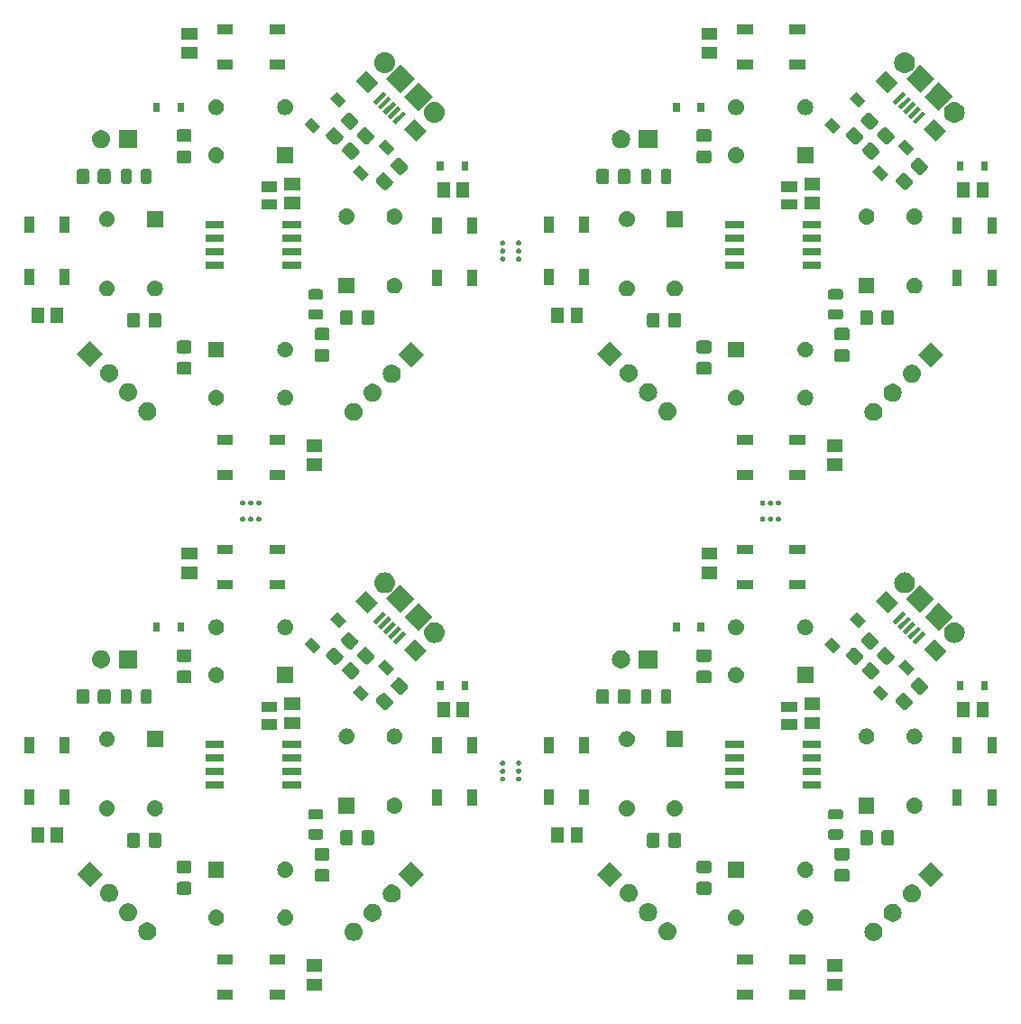
<source format=gts>
G04 #@! TF.GenerationSoftware,KiCad,Pcbnew,7.0.5*
G04 #@! TF.CreationDate,2023-12-30T15:13:16+10:00*
G04 #@! TF.ProjectId,SimonGame,53696d6f-6e47-4616-9d65-2e6b69636164,rev?*
G04 #@! TF.SameCoordinates,Original*
G04 #@! TF.FileFunction,Soldermask,Top*
G04 #@! TF.FilePolarity,Negative*
%FSLAX46Y46*%
G04 Gerber Fmt 4.6, Leading zero omitted, Abs format (unit mm)*
G04 Created by KiCad (PCBNEW 7.0.5) date 2023-12-30 15:13:16*
%MOMM*%
%LPD*%
G01*
G04 APERTURE LIST*
G04 APERTURE END LIST*
G36*
X83450000Y-137250000D02*
G01*
X81950000Y-137250000D01*
X81950000Y-136350000D01*
X83450000Y-136350000D01*
X83450000Y-137250000D01*
G37*
G36*
X88350000Y-137250000D02*
G01*
X86850000Y-137250000D01*
X86850000Y-136350000D01*
X88350000Y-136350000D01*
X88350000Y-137250000D01*
G37*
G36*
X132250000Y-137250000D02*
G01*
X130750000Y-137250000D01*
X130750000Y-136350000D01*
X132250000Y-136350000D01*
X132250000Y-137250000D01*
G37*
G36*
X137150000Y-137250000D02*
G01*
X135650000Y-137250000D01*
X135650000Y-136350000D01*
X137150000Y-136350000D01*
X137150000Y-137250000D01*
G37*
G36*
X91825000Y-136425000D02*
G01*
X90375000Y-136425000D01*
X90375000Y-135275000D01*
X91825000Y-135275000D01*
X91825000Y-136425000D01*
G37*
G36*
X140625000Y-136425000D02*
G01*
X139175000Y-136425000D01*
X139175000Y-135275000D01*
X140625000Y-135275000D01*
X140625000Y-136425000D01*
G37*
G36*
X91825000Y-134625000D02*
G01*
X90375000Y-134625000D01*
X90375000Y-133475000D01*
X91825000Y-133475000D01*
X91825000Y-134625000D01*
G37*
G36*
X140625000Y-134625000D02*
G01*
X139175000Y-134625000D01*
X139175000Y-133475000D01*
X140625000Y-133475000D01*
X140625000Y-134625000D01*
G37*
G36*
X83450000Y-133950000D02*
G01*
X81950000Y-133950000D01*
X81950000Y-133050000D01*
X83450000Y-133050000D01*
X83450000Y-133950000D01*
G37*
G36*
X88350000Y-133950000D02*
G01*
X86850000Y-133950000D01*
X86850000Y-133050000D01*
X88350000Y-133050000D01*
X88350000Y-133950000D01*
G37*
G36*
X132250000Y-133950000D02*
G01*
X130750000Y-133950000D01*
X130750000Y-133050000D01*
X132250000Y-133050000D01*
X132250000Y-133950000D01*
G37*
G36*
X137150000Y-133950000D02*
G01*
X135650000Y-133950000D01*
X135650000Y-133050000D01*
X137150000Y-133050000D01*
X137150000Y-133950000D01*
G37*
G36*
X95020561Y-130083705D02*
G01*
X95182897Y-130155981D01*
X95326658Y-130260430D01*
X95445561Y-130392486D01*
X95534411Y-130546377D01*
X95589322Y-130715378D01*
X95607897Y-130892103D01*
X95589322Y-131068828D01*
X95534411Y-131237829D01*
X95445561Y-131391720D01*
X95326658Y-131523776D01*
X95182897Y-131628225D01*
X95020561Y-131700501D01*
X94846746Y-131737447D01*
X94669048Y-131737447D01*
X94495233Y-131700501D01*
X94332897Y-131628225D01*
X94189136Y-131523776D01*
X94070233Y-131391720D01*
X93981383Y-131237829D01*
X93926472Y-131068828D01*
X93907897Y-130892103D01*
X93926472Y-130715378D01*
X93981383Y-130546377D01*
X94070233Y-130392486D01*
X94189136Y-130260430D01*
X94332897Y-130155981D01*
X94495233Y-130083705D01*
X94669048Y-130046759D01*
X94846746Y-130046759D01*
X95020561Y-130083705D01*
G37*
G36*
X143820561Y-130083705D02*
G01*
X143982897Y-130155981D01*
X144126658Y-130260430D01*
X144245561Y-130392486D01*
X144334411Y-130546377D01*
X144389322Y-130715378D01*
X144407897Y-130892103D01*
X144389322Y-131068828D01*
X144334411Y-131237829D01*
X144245561Y-131391720D01*
X144126658Y-131523776D01*
X143982897Y-131628225D01*
X143820561Y-131700501D01*
X143646746Y-131737447D01*
X143469048Y-131737447D01*
X143295233Y-131700501D01*
X143132897Y-131628225D01*
X142989136Y-131523776D01*
X142870233Y-131391720D01*
X142781383Y-131237829D01*
X142726472Y-131068828D01*
X142707897Y-130892103D01*
X142726472Y-130715378D01*
X142781383Y-130546377D01*
X142870233Y-130392486D01*
X142989136Y-130260430D01*
X143132897Y-130155981D01*
X143295233Y-130083705D01*
X143469048Y-130046759D01*
X143646746Y-130046759D01*
X143820561Y-130083705D01*
G37*
G36*
X75658716Y-130037654D02*
G01*
X75821052Y-130109930D01*
X75964813Y-130214379D01*
X76083716Y-130346435D01*
X76172566Y-130500326D01*
X76227477Y-130669327D01*
X76246052Y-130846052D01*
X76227477Y-131022777D01*
X76172566Y-131191778D01*
X76083716Y-131345669D01*
X75964813Y-131477725D01*
X75821052Y-131582174D01*
X75658716Y-131654450D01*
X75484901Y-131691396D01*
X75307203Y-131691396D01*
X75133388Y-131654450D01*
X74971052Y-131582174D01*
X74827291Y-131477725D01*
X74708388Y-131345669D01*
X74619538Y-131191778D01*
X74564627Y-131022777D01*
X74546052Y-130846052D01*
X74564627Y-130669327D01*
X74619538Y-130500326D01*
X74708388Y-130346435D01*
X74827291Y-130214379D01*
X74971052Y-130109930D01*
X75133388Y-130037654D01*
X75307203Y-130000708D01*
X75484901Y-130000708D01*
X75658716Y-130037654D01*
G37*
G36*
X124458716Y-130037654D02*
G01*
X124621052Y-130109930D01*
X124764813Y-130214379D01*
X124883716Y-130346435D01*
X124972566Y-130500326D01*
X125027477Y-130669327D01*
X125046052Y-130846052D01*
X125027477Y-131022777D01*
X124972566Y-131191778D01*
X124883716Y-131345669D01*
X124764813Y-131477725D01*
X124621052Y-131582174D01*
X124458716Y-131654450D01*
X124284901Y-131691396D01*
X124107203Y-131691396D01*
X123933388Y-131654450D01*
X123771052Y-131582174D01*
X123627291Y-131477725D01*
X123508388Y-131345669D01*
X123419538Y-131191778D01*
X123364627Y-131022777D01*
X123346052Y-130846052D01*
X123364627Y-130669327D01*
X123419538Y-130500326D01*
X123508388Y-130346435D01*
X123627291Y-130214379D01*
X123771052Y-130109930D01*
X123933388Y-130037654D01*
X124107203Y-130000708D01*
X124284901Y-130000708D01*
X124458716Y-130037654D01*
G37*
G36*
X82016891Y-128818804D02*
G01*
X82175413Y-128874273D01*
X82317617Y-128963626D01*
X82436374Y-129082383D01*
X82525727Y-129224587D01*
X82581196Y-129383109D01*
X82600000Y-129550000D01*
X82581196Y-129716891D01*
X82525727Y-129875413D01*
X82436374Y-130017617D01*
X82317617Y-130136374D01*
X82175413Y-130225727D01*
X82016891Y-130281196D01*
X81850000Y-130300000D01*
X81683109Y-130281196D01*
X81524587Y-130225727D01*
X81382383Y-130136374D01*
X81263626Y-130017617D01*
X81174273Y-129875413D01*
X81118804Y-129716891D01*
X81100000Y-129550000D01*
X81118804Y-129383109D01*
X81174273Y-129224587D01*
X81263626Y-129082383D01*
X81382383Y-128963626D01*
X81524587Y-128874273D01*
X81683109Y-128818804D01*
X81850000Y-128800000D01*
X82016891Y-128818804D01*
G37*
G36*
X88516891Y-128818804D02*
G01*
X88675413Y-128874273D01*
X88817617Y-128963626D01*
X88936374Y-129082383D01*
X89025727Y-129224587D01*
X89081196Y-129383109D01*
X89100000Y-129550000D01*
X89081196Y-129716891D01*
X89025727Y-129875413D01*
X88936374Y-130017617D01*
X88817617Y-130136374D01*
X88675413Y-130225727D01*
X88516891Y-130281196D01*
X88350000Y-130300000D01*
X88183109Y-130281196D01*
X88024587Y-130225727D01*
X87882383Y-130136374D01*
X87763626Y-130017617D01*
X87674273Y-129875413D01*
X87618804Y-129716891D01*
X87600000Y-129550000D01*
X87618804Y-129383109D01*
X87674273Y-129224587D01*
X87763626Y-129082383D01*
X87882383Y-128963626D01*
X88024587Y-128874273D01*
X88183109Y-128818804D01*
X88350000Y-128800000D01*
X88516891Y-128818804D01*
G37*
G36*
X130816891Y-128818804D02*
G01*
X130975413Y-128874273D01*
X131117617Y-128963626D01*
X131236374Y-129082383D01*
X131325727Y-129224587D01*
X131381196Y-129383109D01*
X131400000Y-129550000D01*
X131381196Y-129716891D01*
X131325727Y-129875413D01*
X131236374Y-130017617D01*
X131117617Y-130136374D01*
X130975413Y-130225727D01*
X130816891Y-130281196D01*
X130650000Y-130300000D01*
X130483109Y-130281196D01*
X130324587Y-130225727D01*
X130182383Y-130136374D01*
X130063626Y-130017617D01*
X129974273Y-129875413D01*
X129918804Y-129716891D01*
X129900000Y-129550000D01*
X129918804Y-129383109D01*
X129974273Y-129224587D01*
X130063626Y-129082383D01*
X130182383Y-128963626D01*
X130324587Y-128874273D01*
X130483109Y-128818804D01*
X130650000Y-128800000D01*
X130816891Y-128818804D01*
G37*
G36*
X137316891Y-128818804D02*
G01*
X137475413Y-128874273D01*
X137617617Y-128963626D01*
X137736374Y-129082383D01*
X137825727Y-129224587D01*
X137881196Y-129383109D01*
X137900000Y-129550000D01*
X137881196Y-129716891D01*
X137825727Y-129875413D01*
X137736374Y-130017617D01*
X137617617Y-130136374D01*
X137475413Y-130225727D01*
X137316891Y-130281196D01*
X137150000Y-130300000D01*
X136983109Y-130281196D01*
X136824587Y-130225727D01*
X136682383Y-130136374D01*
X136563626Y-130017617D01*
X136474273Y-129875413D01*
X136418804Y-129716891D01*
X136400000Y-129550000D01*
X136418804Y-129383109D01*
X136474273Y-129224587D01*
X136563626Y-129082383D01*
X136682383Y-128963626D01*
X136824587Y-128874273D01*
X136983109Y-128818804D01*
X137150000Y-128800000D01*
X137316891Y-128818804D01*
G37*
G36*
X96816613Y-128287653D02*
G01*
X96978949Y-128359929D01*
X97122710Y-128464378D01*
X97241613Y-128596434D01*
X97330463Y-128750325D01*
X97385374Y-128919326D01*
X97403949Y-129096051D01*
X97385374Y-129272776D01*
X97330463Y-129441777D01*
X97241613Y-129595668D01*
X97122710Y-129727724D01*
X96978949Y-129832173D01*
X96816613Y-129904449D01*
X96642798Y-129941395D01*
X96465100Y-129941395D01*
X96291285Y-129904449D01*
X96128949Y-129832173D01*
X95985188Y-129727724D01*
X95866285Y-129595668D01*
X95777435Y-129441777D01*
X95722524Y-129272776D01*
X95703949Y-129096051D01*
X95722524Y-128919326D01*
X95777435Y-128750325D01*
X95866285Y-128596434D01*
X95985188Y-128464378D01*
X96128949Y-128359929D01*
X96291285Y-128287653D01*
X96465100Y-128250707D01*
X96642798Y-128250707D01*
X96816613Y-128287653D01*
G37*
G36*
X145616613Y-128287653D02*
G01*
X145778949Y-128359929D01*
X145922710Y-128464378D01*
X146041613Y-128596434D01*
X146130463Y-128750325D01*
X146185374Y-128919326D01*
X146203949Y-129096051D01*
X146185374Y-129272776D01*
X146130463Y-129441777D01*
X146041613Y-129595668D01*
X145922710Y-129727724D01*
X145778949Y-129832173D01*
X145616613Y-129904449D01*
X145442798Y-129941395D01*
X145265100Y-129941395D01*
X145091285Y-129904449D01*
X144928949Y-129832173D01*
X144785188Y-129727724D01*
X144666285Y-129595668D01*
X144577435Y-129441777D01*
X144522524Y-129272776D01*
X144503949Y-129096051D01*
X144522524Y-128919326D01*
X144577435Y-128750325D01*
X144666285Y-128596434D01*
X144785188Y-128464378D01*
X144928949Y-128359929D01*
X145091285Y-128287653D01*
X145265100Y-128250707D01*
X145442798Y-128250707D01*
X145616613Y-128287653D01*
G37*
G36*
X73862664Y-128241602D02*
G01*
X74025000Y-128313878D01*
X74168761Y-128418327D01*
X74287664Y-128550383D01*
X74376514Y-128704274D01*
X74431425Y-128873275D01*
X74450000Y-129050000D01*
X74431425Y-129226725D01*
X74376514Y-129395726D01*
X74287664Y-129549617D01*
X74168761Y-129681673D01*
X74025000Y-129786122D01*
X73862664Y-129858398D01*
X73688849Y-129895344D01*
X73511151Y-129895344D01*
X73337336Y-129858398D01*
X73175000Y-129786122D01*
X73031239Y-129681673D01*
X72912336Y-129549617D01*
X72823486Y-129395726D01*
X72768575Y-129226725D01*
X72750000Y-129050000D01*
X72768575Y-128873275D01*
X72823486Y-128704274D01*
X72912336Y-128550383D01*
X73031239Y-128418327D01*
X73175000Y-128313878D01*
X73337336Y-128241602D01*
X73511151Y-128204656D01*
X73688849Y-128204656D01*
X73862664Y-128241602D01*
G37*
G36*
X122662664Y-128241602D02*
G01*
X122825000Y-128313878D01*
X122968761Y-128418327D01*
X123087664Y-128550383D01*
X123176514Y-128704274D01*
X123231425Y-128873275D01*
X123250000Y-129050000D01*
X123231425Y-129226725D01*
X123176514Y-129395726D01*
X123087664Y-129549617D01*
X122968761Y-129681673D01*
X122825000Y-129786122D01*
X122662664Y-129858398D01*
X122488849Y-129895344D01*
X122311151Y-129895344D01*
X122137336Y-129858398D01*
X121975000Y-129786122D01*
X121831239Y-129681673D01*
X121712336Y-129549617D01*
X121623486Y-129395726D01*
X121568575Y-129226725D01*
X121550000Y-129050000D01*
X121568575Y-128873275D01*
X121623486Y-128704274D01*
X121712336Y-128550383D01*
X121831239Y-128418327D01*
X121975000Y-128313878D01*
X122137336Y-128241602D01*
X122311151Y-128204656D01*
X122488849Y-128204656D01*
X122662664Y-128241602D01*
G37*
G36*
X98612664Y-126491602D02*
G01*
X98775000Y-126563878D01*
X98918761Y-126668327D01*
X99037664Y-126800383D01*
X99126514Y-126954274D01*
X99181425Y-127123275D01*
X99200000Y-127300000D01*
X99181425Y-127476725D01*
X99126514Y-127645726D01*
X99037664Y-127799617D01*
X98918761Y-127931673D01*
X98775000Y-128036122D01*
X98612664Y-128108398D01*
X98438849Y-128145344D01*
X98261151Y-128145344D01*
X98087336Y-128108398D01*
X97925000Y-128036122D01*
X97781239Y-127931673D01*
X97662336Y-127799617D01*
X97573486Y-127645726D01*
X97518575Y-127476725D01*
X97500000Y-127300000D01*
X97518575Y-127123275D01*
X97573486Y-126954274D01*
X97662336Y-126800383D01*
X97781239Y-126668327D01*
X97925000Y-126563878D01*
X98087336Y-126491602D01*
X98261151Y-126454656D01*
X98438849Y-126454656D01*
X98612664Y-126491602D01*
G37*
G36*
X147412664Y-126491602D02*
G01*
X147575000Y-126563878D01*
X147718761Y-126668327D01*
X147837664Y-126800383D01*
X147926514Y-126954274D01*
X147981425Y-127123275D01*
X148000000Y-127300000D01*
X147981425Y-127476725D01*
X147926514Y-127645726D01*
X147837664Y-127799617D01*
X147718761Y-127931673D01*
X147575000Y-128036122D01*
X147412664Y-128108398D01*
X147238849Y-128145344D01*
X147061151Y-128145344D01*
X146887336Y-128108398D01*
X146725000Y-128036122D01*
X146581239Y-127931673D01*
X146462336Y-127799617D01*
X146373486Y-127645726D01*
X146318575Y-127476725D01*
X146300000Y-127300000D01*
X146318575Y-127123275D01*
X146373486Y-126954274D01*
X146462336Y-126800383D01*
X146581239Y-126668327D01*
X146725000Y-126563878D01*
X146887336Y-126491602D01*
X147061151Y-126454656D01*
X147238849Y-126454656D01*
X147412664Y-126491602D01*
G37*
G36*
X72066613Y-126445551D02*
G01*
X72228949Y-126517827D01*
X72372710Y-126622276D01*
X72491613Y-126754332D01*
X72580463Y-126908223D01*
X72635374Y-127077224D01*
X72653949Y-127253949D01*
X72635374Y-127430674D01*
X72580463Y-127599675D01*
X72491613Y-127753566D01*
X72372710Y-127885622D01*
X72228949Y-127990071D01*
X72066613Y-128062347D01*
X71892798Y-128099293D01*
X71715100Y-128099293D01*
X71541285Y-128062347D01*
X71378949Y-127990071D01*
X71235188Y-127885622D01*
X71116285Y-127753566D01*
X71027435Y-127599675D01*
X70972524Y-127430674D01*
X70953949Y-127253949D01*
X70972524Y-127077224D01*
X71027435Y-126908223D01*
X71116285Y-126754332D01*
X71235188Y-126622276D01*
X71378949Y-126517827D01*
X71541285Y-126445551D01*
X71715100Y-126408605D01*
X71892798Y-126408605D01*
X72066613Y-126445551D01*
G37*
G36*
X120866613Y-126445551D02*
G01*
X121028949Y-126517827D01*
X121172710Y-126622276D01*
X121291613Y-126754332D01*
X121380463Y-126908223D01*
X121435374Y-127077224D01*
X121453949Y-127253949D01*
X121435374Y-127430674D01*
X121380463Y-127599675D01*
X121291613Y-127753566D01*
X121172710Y-127885622D01*
X121028949Y-127990071D01*
X120866613Y-128062347D01*
X120692798Y-128099293D01*
X120515100Y-128099293D01*
X120341285Y-128062347D01*
X120178949Y-127990071D01*
X120035188Y-127885622D01*
X119916285Y-127753566D01*
X119827435Y-127599675D01*
X119772524Y-127430674D01*
X119753949Y-127253949D01*
X119772524Y-127077224D01*
X119827435Y-126908223D01*
X119916285Y-126754332D01*
X120035188Y-126622276D01*
X120178949Y-126517827D01*
X120341285Y-126445551D01*
X120515100Y-126408605D01*
X120692798Y-126408605D01*
X120866613Y-126445551D01*
G37*
G36*
X79304850Y-126200964D02*
G01*
X79355040Y-126206787D01*
X79372189Y-126214359D01*
X79395671Y-126219030D01*
X79420810Y-126235827D01*
X79440696Y-126244608D01*
X79454277Y-126258189D01*
X79476777Y-126273223D01*
X79491810Y-126295722D01*
X79505391Y-126309303D01*
X79514170Y-126329186D01*
X79530970Y-126354329D01*
X79535641Y-126377812D01*
X79543212Y-126394959D01*
X79549033Y-126445139D01*
X79550000Y-126450000D01*
X79550000Y-127150000D01*
X79549032Y-127154863D01*
X79543212Y-127205040D01*
X79535641Y-127222185D01*
X79530970Y-127245671D01*
X79514169Y-127270815D01*
X79505391Y-127290696D01*
X79491812Y-127304274D01*
X79476777Y-127326777D01*
X79454274Y-127341812D01*
X79440696Y-127355391D01*
X79420815Y-127364169D01*
X79395671Y-127380970D01*
X79372185Y-127385641D01*
X79355040Y-127393212D01*
X79304861Y-127399032D01*
X79300000Y-127400000D01*
X78400000Y-127400000D01*
X78395138Y-127399032D01*
X78344959Y-127393212D01*
X78327812Y-127385641D01*
X78304329Y-127380970D01*
X78279186Y-127364170D01*
X78259303Y-127355391D01*
X78245722Y-127341810D01*
X78223223Y-127326777D01*
X78208189Y-127304277D01*
X78194608Y-127290696D01*
X78185827Y-127270810D01*
X78169030Y-127245671D01*
X78164359Y-127222189D01*
X78156787Y-127205040D01*
X78150964Y-127154849D01*
X78150000Y-127150000D01*
X78150000Y-126450000D01*
X78150964Y-126445150D01*
X78156787Y-126394959D01*
X78164359Y-126377808D01*
X78169030Y-126354329D01*
X78185826Y-126329191D01*
X78194608Y-126309303D01*
X78208191Y-126295719D01*
X78223223Y-126273223D01*
X78245719Y-126258191D01*
X78259303Y-126244608D01*
X78279191Y-126235826D01*
X78304329Y-126219030D01*
X78327808Y-126214359D01*
X78344959Y-126206787D01*
X78395151Y-126200964D01*
X78400000Y-126200000D01*
X79300000Y-126200000D01*
X79304850Y-126200964D01*
G37*
G36*
X128104850Y-126200964D02*
G01*
X128155040Y-126206787D01*
X128172189Y-126214359D01*
X128195671Y-126219030D01*
X128220810Y-126235827D01*
X128240696Y-126244608D01*
X128254277Y-126258189D01*
X128276777Y-126273223D01*
X128291810Y-126295722D01*
X128305391Y-126309303D01*
X128314170Y-126329186D01*
X128330970Y-126354329D01*
X128335641Y-126377812D01*
X128343212Y-126394959D01*
X128349033Y-126445139D01*
X128350000Y-126450000D01*
X128350000Y-127150000D01*
X128349032Y-127154863D01*
X128343212Y-127205040D01*
X128335641Y-127222185D01*
X128330970Y-127245671D01*
X128314169Y-127270815D01*
X128305391Y-127290696D01*
X128291812Y-127304274D01*
X128276777Y-127326777D01*
X128254274Y-127341812D01*
X128240696Y-127355391D01*
X128220815Y-127364169D01*
X128195671Y-127380970D01*
X128172185Y-127385641D01*
X128155040Y-127393212D01*
X128104861Y-127399032D01*
X128100000Y-127400000D01*
X127200000Y-127400000D01*
X127195138Y-127399032D01*
X127144959Y-127393212D01*
X127127812Y-127385641D01*
X127104329Y-127380970D01*
X127079186Y-127364170D01*
X127059303Y-127355391D01*
X127045722Y-127341810D01*
X127023223Y-127326777D01*
X127008189Y-127304277D01*
X126994608Y-127290696D01*
X126985827Y-127270810D01*
X126969030Y-127245671D01*
X126964359Y-127222189D01*
X126956787Y-127205040D01*
X126950964Y-127154849D01*
X126950000Y-127150000D01*
X126950000Y-126450000D01*
X126950964Y-126445150D01*
X126956787Y-126394959D01*
X126964359Y-126377808D01*
X126969030Y-126354329D01*
X126985826Y-126329191D01*
X126994608Y-126309303D01*
X127008191Y-126295719D01*
X127023223Y-126273223D01*
X127045719Y-126258191D01*
X127059303Y-126244608D01*
X127079191Y-126235826D01*
X127104329Y-126219030D01*
X127127808Y-126214359D01*
X127144959Y-126206787D01*
X127195151Y-126200964D01*
X127200000Y-126200000D01*
X128100000Y-126200000D01*
X128104850Y-126200964D01*
G37*
G36*
X101348133Y-125503949D02*
G01*
X100146051Y-126706031D01*
X98943969Y-125503949D01*
X100146051Y-124301867D01*
X101348133Y-125503949D01*
G37*
G36*
X150148133Y-125503949D02*
G01*
X148946051Y-126706031D01*
X147743969Y-125503949D01*
X148946051Y-124301867D01*
X150148133Y-125503949D01*
G37*
G36*
X71209980Y-125457898D02*
G01*
X70007898Y-126659980D01*
X68805816Y-125457898D01*
X70007898Y-124255816D01*
X71209980Y-125457898D01*
G37*
G36*
X120009980Y-125457898D02*
G01*
X118807898Y-126659980D01*
X117605816Y-125457898D01*
X118807898Y-124255816D01*
X120009980Y-125457898D01*
G37*
G36*
X92254850Y-125000964D02*
G01*
X92305040Y-125006787D01*
X92322189Y-125014359D01*
X92345671Y-125019030D01*
X92370810Y-125035827D01*
X92390696Y-125044608D01*
X92404277Y-125058189D01*
X92426777Y-125073223D01*
X92441810Y-125095722D01*
X92455391Y-125109303D01*
X92464170Y-125129186D01*
X92480970Y-125154329D01*
X92485641Y-125177812D01*
X92493212Y-125194959D01*
X92499033Y-125245139D01*
X92500000Y-125250000D01*
X92500000Y-125950000D01*
X92499032Y-125954863D01*
X92493212Y-126005040D01*
X92485641Y-126022185D01*
X92480970Y-126045671D01*
X92464169Y-126070815D01*
X92455391Y-126090696D01*
X92441812Y-126104274D01*
X92426777Y-126126777D01*
X92404274Y-126141812D01*
X92390696Y-126155391D01*
X92370815Y-126164169D01*
X92345671Y-126180970D01*
X92322185Y-126185641D01*
X92305040Y-126193212D01*
X92254861Y-126199032D01*
X92250000Y-126200000D01*
X91350000Y-126200000D01*
X91345138Y-126199032D01*
X91294959Y-126193212D01*
X91277812Y-126185641D01*
X91254329Y-126180970D01*
X91229186Y-126164170D01*
X91209303Y-126155391D01*
X91195722Y-126141810D01*
X91173223Y-126126777D01*
X91158189Y-126104277D01*
X91144608Y-126090696D01*
X91135827Y-126070810D01*
X91119030Y-126045671D01*
X91114359Y-126022189D01*
X91106787Y-126005040D01*
X91100964Y-125954849D01*
X91100000Y-125950000D01*
X91100000Y-125250000D01*
X91100964Y-125245150D01*
X91106787Y-125194959D01*
X91114359Y-125177808D01*
X91119030Y-125154329D01*
X91135826Y-125129191D01*
X91144608Y-125109303D01*
X91158191Y-125095719D01*
X91173223Y-125073223D01*
X91195719Y-125058191D01*
X91209303Y-125044608D01*
X91229191Y-125035826D01*
X91254329Y-125019030D01*
X91277808Y-125014359D01*
X91294959Y-125006787D01*
X91345151Y-125000964D01*
X91350000Y-125000000D01*
X92250000Y-125000000D01*
X92254850Y-125000964D01*
G37*
G36*
X141054850Y-125000964D02*
G01*
X141105040Y-125006787D01*
X141122189Y-125014359D01*
X141145671Y-125019030D01*
X141170810Y-125035827D01*
X141190696Y-125044608D01*
X141204277Y-125058189D01*
X141226777Y-125073223D01*
X141241810Y-125095722D01*
X141255391Y-125109303D01*
X141264170Y-125129186D01*
X141280970Y-125154329D01*
X141285641Y-125177812D01*
X141293212Y-125194959D01*
X141299033Y-125245139D01*
X141300000Y-125250000D01*
X141300000Y-125950000D01*
X141299032Y-125954863D01*
X141293212Y-126005040D01*
X141285641Y-126022185D01*
X141280970Y-126045671D01*
X141264169Y-126070815D01*
X141255391Y-126090696D01*
X141241812Y-126104274D01*
X141226777Y-126126777D01*
X141204274Y-126141812D01*
X141190696Y-126155391D01*
X141170815Y-126164169D01*
X141145671Y-126180970D01*
X141122185Y-126185641D01*
X141105040Y-126193212D01*
X141054861Y-126199032D01*
X141050000Y-126200000D01*
X140150000Y-126200000D01*
X140145138Y-126199032D01*
X140094959Y-126193212D01*
X140077812Y-126185641D01*
X140054329Y-126180970D01*
X140029186Y-126164170D01*
X140009303Y-126155391D01*
X139995722Y-126141810D01*
X139973223Y-126126777D01*
X139958189Y-126104277D01*
X139944608Y-126090696D01*
X139935827Y-126070810D01*
X139919030Y-126045671D01*
X139914359Y-126022189D01*
X139906787Y-126005040D01*
X139900964Y-125954849D01*
X139900000Y-125950000D01*
X139900000Y-125250000D01*
X139900964Y-125245150D01*
X139906787Y-125194959D01*
X139914359Y-125177808D01*
X139919030Y-125154329D01*
X139935826Y-125129191D01*
X139944608Y-125109303D01*
X139958191Y-125095719D01*
X139973223Y-125073223D01*
X139995719Y-125058191D01*
X140009303Y-125044608D01*
X140029191Y-125035826D01*
X140054329Y-125019030D01*
X140077808Y-125014359D01*
X140094959Y-125006787D01*
X140145151Y-125000964D01*
X140150000Y-125000000D01*
X141050000Y-125000000D01*
X141054850Y-125000964D01*
G37*
G36*
X82600000Y-125800000D02*
G01*
X81100000Y-125800000D01*
X81100000Y-124300000D01*
X82600000Y-124300000D01*
X82600000Y-125800000D01*
G37*
G36*
X88516891Y-124318804D02*
G01*
X88675413Y-124374273D01*
X88817617Y-124463626D01*
X88936374Y-124582383D01*
X89025727Y-124724587D01*
X89081196Y-124883109D01*
X89100000Y-125050000D01*
X89081196Y-125216891D01*
X89025727Y-125375413D01*
X88936374Y-125517617D01*
X88817617Y-125636374D01*
X88675413Y-125725727D01*
X88516891Y-125781196D01*
X88350000Y-125800000D01*
X88183109Y-125781196D01*
X88024587Y-125725727D01*
X87882383Y-125636374D01*
X87763626Y-125517617D01*
X87674273Y-125375413D01*
X87618804Y-125216891D01*
X87600000Y-125050000D01*
X87618804Y-124883109D01*
X87674273Y-124724587D01*
X87763626Y-124582383D01*
X87882383Y-124463626D01*
X88024587Y-124374273D01*
X88183109Y-124318804D01*
X88350000Y-124300000D01*
X88516891Y-124318804D01*
G37*
G36*
X131400000Y-125800000D02*
G01*
X129900000Y-125800000D01*
X129900000Y-124300000D01*
X131400000Y-124300000D01*
X131400000Y-125800000D01*
G37*
G36*
X137316891Y-124318804D02*
G01*
X137475413Y-124374273D01*
X137617617Y-124463626D01*
X137736374Y-124582383D01*
X137825727Y-124724587D01*
X137881196Y-124883109D01*
X137900000Y-125050000D01*
X137881196Y-125216891D01*
X137825727Y-125375413D01*
X137736374Y-125517617D01*
X137617617Y-125636374D01*
X137475413Y-125725727D01*
X137316891Y-125781196D01*
X137150000Y-125800000D01*
X136983109Y-125781196D01*
X136824587Y-125725727D01*
X136682383Y-125636374D01*
X136563626Y-125517617D01*
X136474273Y-125375413D01*
X136418804Y-125216891D01*
X136400000Y-125050000D01*
X136418804Y-124883109D01*
X136474273Y-124724587D01*
X136563626Y-124582383D01*
X136682383Y-124463626D01*
X136824587Y-124374273D01*
X136983109Y-124318804D01*
X137150000Y-124300000D01*
X137316891Y-124318804D01*
G37*
G36*
X79304850Y-124200964D02*
G01*
X79355040Y-124206787D01*
X79372189Y-124214359D01*
X79395671Y-124219030D01*
X79420810Y-124235827D01*
X79440696Y-124244608D01*
X79454277Y-124258189D01*
X79476777Y-124273223D01*
X79491810Y-124295722D01*
X79505391Y-124309303D01*
X79514170Y-124329186D01*
X79530970Y-124354329D01*
X79535641Y-124377812D01*
X79543212Y-124394959D01*
X79549033Y-124445139D01*
X79550000Y-124450000D01*
X79550000Y-125150000D01*
X79549032Y-125154863D01*
X79543212Y-125205040D01*
X79535641Y-125222185D01*
X79530970Y-125245671D01*
X79514169Y-125270815D01*
X79505391Y-125290696D01*
X79491812Y-125304274D01*
X79476777Y-125326777D01*
X79454274Y-125341812D01*
X79440696Y-125355391D01*
X79420815Y-125364169D01*
X79395671Y-125380970D01*
X79372185Y-125385641D01*
X79355040Y-125393212D01*
X79304861Y-125399032D01*
X79300000Y-125400000D01*
X78400000Y-125400000D01*
X78395138Y-125399032D01*
X78344959Y-125393212D01*
X78327812Y-125385641D01*
X78304329Y-125380970D01*
X78279186Y-125364170D01*
X78259303Y-125355391D01*
X78245722Y-125341810D01*
X78223223Y-125326777D01*
X78208189Y-125304277D01*
X78194608Y-125290696D01*
X78185827Y-125270810D01*
X78169030Y-125245671D01*
X78164359Y-125222189D01*
X78156787Y-125205040D01*
X78150964Y-125154849D01*
X78150000Y-125150000D01*
X78150000Y-124450000D01*
X78150964Y-124445150D01*
X78156787Y-124394959D01*
X78164359Y-124377808D01*
X78169030Y-124354329D01*
X78185826Y-124329191D01*
X78194608Y-124309303D01*
X78208191Y-124295719D01*
X78223223Y-124273223D01*
X78245719Y-124258191D01*
X78259303Y-124244608D01*
X78279191Y-124235826D01*
X78304329Y-124219030D01*
X78327808Y-124214359D01*
X78344959Y-124206787D01*
X78395151Y-124200964D01*
X78400000Y-124200000D01*
X79300000Y-124200000D01*
X79304850Y-124200964D01*
G37*
G36*
X128104850Y-124200964D02*
G01*
X128155040Y-124206787D01*
X128172189Y-124214359D01*
X128195671Y-124219030D01*
X128220810Y-124235827D01*
X128240696Y-124244608D01*
X128254277Y-124258189D01*
X128276777Y-124273223D01*
X128291810Y-124295722D01*
X128305391Y-124309303D01*
X128314170Y-124329186D01*
X128330970Y-124354329D01*
X128335641Y-124377812D01*
X128343212Y-124394959D01*
X128349033Y-124445139D01*
X128350000Y-124450000D01*
X128350000Y-125150000D01*
X128349032Y-125154863D01*
X128343212Y-125205040D01*
X128335641Y-125222185D01*
X128330970Y-125245671D01*
X128314169Y-125270815D01*
X128305391Y-125290696D01*
X128291812Y-125304274D01*
X128276777Y-125326777D01*
X128254274Y-125341812D01*
X128240696Y-125355391D01*
X128220815Y-125364169D01*
X128195671Y-125380970D01*
X128172185Y-125385641D01*
X128155040Y-125393212D01*
X128104861Y-125399032D01*
X128100000Y-125400000D01*
X127200000Y-125400000D01*
X127195138Y-125399032D01*
X127144959Y-125393212D01*
X127127812Y-125385641D01*
X127104329Y-125380970D01*
X127079186Y-125364170D01*
X127059303Y-125355391D01*
X127045722Y-125341810D01*
X127023223Y-125326777D01*
X127008189Y-125304277D01*
X126994608Y-125290696D01*
X126985827Y-125270810D01*
X126969030Y-125245671D01*
X126964359Y-125222189D01*
X126956787Y-125205040D01*
X126950964Y-125154849D01*
X126950000Y-125150000D01*
X126950000Y-124450000D01*
X126950964Y-124445150D01*
X126956787Y-124394959D01*
X126964359Y-124377808D01*
X126969030Y-124354329D01*
X126985826Y-124329191D01*
X126994608Y-124309303D01*
X127008191Y-124295719D01*
X127023223Y-124273223D01*
X127045719Y-124258191D01*
X127059303Y-124244608D01*
X127079191Y-124235826D01*
X127104329Y-124219030D01*
X127127808Y-124214359D01*
X127144959Y-124206787D01*
X127195151Y-124200964D01*
X127200000Y-124200000D01*
X128100000Y-124200000D01*
X128104850Y-124200964D01*
G37*
G36*
X92254850Y-123000964D02*
G01*
X92305040Y-123006787D01*
X92322189Y-123014359D01*
X92345671Y-123019030D01*
X92370810Y-123035827D01*
X92390696Y-123044608D01*
X92404277Y-123058189D01*
X92426777Y-123073223D01*
X92441810Y-123095722D01*
X92455391Y-123109303D01*
X92464170Y-123129186D01*
X92480970Y-123154329D01*
X92485641Y-123177812D01*
X92493212Y-123194959D01*
X92499033Y-123245139D01*
X92500000Y-123250000D01*
X92500000Y-123950000D01*
X92499032Y-123954863D01*
X92493212Y-124005040D01*
X92485641Y-124022185D01*
X92480970Y-124045671D01*
X92464169Y-124070815D01*
X92455391Y-124090696D01*
X92441812Y-124104274D01*
X92426777Y-124126777D01*
X92404274Y-124141812D01*
X92390696Y-124155391D01*
X92370815Y-124164169D01*
X92345671Y-124180970D01*
X92322185Y-124185641D01*
X92305040Y-124193212D01*
X92254861Y-124199032D01*
X92250000Y-124200000D01*
X91350000Y-124200000D01*
X91345138Y-124199032D01*
X91294959Y-124193212D01*
X91277812Y-124185641D01*
X91254329Y-124180970D01*
X91229186Y-124164170D01*
X91209303Y-124155391D01*
X91195722Y-124141810D01*
X91173223Y-124126777D01*
X91158189Y-124104277D01*
X91144608Y-124090696D01*
X91135827Y-124070810D01*
X91119030Y-124045671D01*
X91114359Y-124022189D01*
X91106787Y-124005040D01*
X91100964Y-123954849D01*
X91100000Y-123950000D01*
X91100000Y-123250000D01*
X91100964Y-123245150D01*
X91106787Y-123194959D01*
X91114359Y-123177808D01*
X91119030Y-123154329D01*
X91135826Y-123129191D01*
X91144608Y-123109303D01*
X91158191Y-123095719D01*
X91173223Y-123073223D01*
X91195719Y-123058191D01*
X91209303Y-123044608D01*
X91229191Y-123035826D01*
X91254329Y-123019030D01*
X91277808Y-123014359D01*
X91294959Y-123006787D01*
X91345151Y-123000964D01*
X91350000Y-123000000D01*
X92250000Y-123000000D01*
X92254850Y-123000964D01*
G37*
G36*
X141054850Y-123000964D02*
G01*
X141105040Y-123006787D01*
X141122189Y-123014359D01*
X141145671Y-123019030D01*
X141170810Y-123035827D01*
X141190696Y-123044608D01*
X141204277Y-123058189D01*
X141226777Y-123073223D01*
X141241810Y-123095722D01*
X141255391Y-123109303D01*
X141264170Y-123129186D01*
X141280970Y-123154329D01*
X141285641Y-123177812D01*
X141293212Y-123194959D01*
X141299033Y-123245139D01*
X141300000Y-123250000D01*
X141300000Y-123950000D01*
X141299032Y-123954863D01*
X141293212Y-124005040D01*
X141285641Y-124022185D01*
X141280970Y-124045671D01*
X141264169Y-124070815D01*
X141255391Y-124090696D01*
X141241812Y-124104274D01*
X141226777Y-124126777D01*
X141204274Y-124141812D01*
X141190696Y-124155391D01*
X141170815Y-124164169D01*
X141145671Y-124180970D01*
X141122185Y-124185641D01*
X141105040Y-124193212D01*
X141054861Y-124199032D01*
X141050000Y-124200000D01*
X140150000Y-124200000D01*
X140145138Y-124199032D01*
X140094959Y-124193212D01*
X140077812Y-124185641D01*
X140054329Y-124180970D01*
X140029186Y-124164170D01*
X140009303Y-124155391D01*
X139995722Y-124141810D01*
X139973223Y-124126777D01*
X139958189Y-124104277D01*
X139944608Y-124090696D01*
X139935827Y-124070810D01*
X139919030Y-124045671D01*
X139914359Y-124022189D01*
X139906787Y-124005040D01*
X139900964Y-123954849D01*
X139900000Y-123950000D01*
X139900000Y-123250000D01*
X139900964Y-123245150D01*
X139906787Y-123194959D01*
X139914359Y-123177808D01*
X139919030Y-123154329D01*
X139935826Y-123129191D01*
X139944608Y-123109303D01*
X139958191Y-123095719D01*
X139973223Y-123073223D01*
X139995719Y-123058191D01*
X140009303Y-123044608D01*
X140029191Y-123035826D01*
X140054329Y-123019030D01*
X140077808Y-123014359D01*
X140094959Y-123006787D01*
X140145151Y-123000964D01*
X140150000Y-123000000D01*
X141050000Y-123000000D01*
X141054850Y-123000964D01*
G37*
G36*
X74454850Y-121600964D02*
G01*
X74505040Y-121606787D01*
X74522189Y-121614359D01*
X74545671Y-121619030D01*
X74570810Y-121635827D01*
X74590696Y-121644608D01*
X74604277Y-121658189D01*
X74626777Y-121673223D01*
X74641810Y-121695722D01*
X74655391Y-121709303D01*
X74664170Y-121729186D01*
X74680970Y-121754329D01*
X74685641Y-121777812D01*
X74693212Y-121794959D01*
X74699033Y-121845139D01*
X74700000Y-121850000D01*
X74700000Y-122750000D01*
X74699032Y-122754863D01*
X74693212Y-122805040D01*
X74685641Y-122822185D01*
X74680970Y-122845671D01*
X74664169Y-122870815D01*
X74655391Y-122890696D01*
X74641812Y-122904274D01*
X74626777Y-122926777D01*
X74604274Y-122941812D01*
X74590696Y-122955391D01*
X74570815Y-122964169D01*
X74545671Y-122980970D01*
X74522185Y-122985641D01*
X74505040Y-122993212D01*
X74454861Y-122999032D01*
X74450000Y-123000000D01*
X73750000Y-123000000D01*
X73745138Y-122999032D01*
X73694959Y-122993212D01*
X73677812Y-122985641D01*
X73654329Y-122980970D01*
X73629186Y-122964170D01*
X73609303Y-122955391D01*
X73595722Y-122941810D01*
X73573223Y-122926777D01*
X73558189Y-122904277D01*
X73544608Y-122890696D01*
X73535827Y-122870810D01*
X73519030Y-122845671D01*
X73514359Y-122822189D01*
X73506787Y-122805040D01*
X73500964Y-122754849D01*
X73500000Y-122750000D01*
X73500000Y-121850000D01*
X73500964Y-121845150D01*
X73506787Y-121794959D01*
X73514359Y-121777808D01*
X73519030Y-121754329D01*
X73535826Y-121729191D01*
X73544608Y-121709303D01*
X73558191Y-121695719D01*
X73573223Y-121673223D01*
X73595719Y-121658191D01*
X73609303Y-121644608D01*
X73629191Y-121635826D01*
X73654329Y-121619030D01*
X73677808Y-121614359D01*
X73694959Y-121606787D01*
X73745151Y-121600964D01*
X73750000Y-121600000D01*
X74450000Y-121600000D01*
X74454850Y-121600964D01*
G37*
G36*
X76454850Y-121600964D02*
G01*
X76505040Y-121606787D01*
X76522189Y-121614359D01*
X76545671Y-121619030D01*
X76570810Y-121635827D01*
X76590696Y-121644608D01*
X76604277Y-121658189D01*
X76626777Y-121673223D01*
X76641810Y-121695722D01*
X76655391Y-121709303D01*
X76664170Y-121729186D01*
X76680970Y-121754329D01*
X76685641Y-121777812D01*
X76693212Y-121794959D01*
X76699033Y-121845139D01*
X76700000Y-121850000D01*
X76700000Y-122750000D01*
X76699032Y-122754863D01*
X76693212Y-122805040D01*
X76685641Y-122822185D01*
X76680970Y-122845671D01*
X76664169Y-122870815D01*
X76655391Y-122890696D01*
X76641812Y-122904274D01*
X76626777Y-122926777D01*
X76604274Y-122941812D01*
X76590696Y-122955391D01*
X76570815Y-122964169D01*
X76545671Y-122980970D01*
X76522185Y-122985641D01*
X76505040Y-122993212D01*
X76454861Y-122999032D01*
X76450000Y-123000000D01*
X75750000Y-123000000D01*
X75745138Y-122999032D01*
X75694959Y-122993212D01*
X75677812Y-122985641D01*
X75654329Y-122980970D01*
X75629186Y-122964170D01*
X75609303Y-122955391D01*
X75595722Y-122941810D01*
X75573223Y-122926777D01*
X75558189Y-122904277D01*
X75544608Y-122890696D01*
X75535827Y-122870810D01*
X75519030Y-122845671D01*
X75514359Y-122822189D01*
X75506787Y-122805040D01*
X75500964Y-122754849D01*
X75500000Y-122750000D01*
X75500000Y-121850000D01*
X75500964Y-121845150D01*
X75506787Y-121794959D01*
X75514359Y-121777808D01*
X75519030Y-121754329D01*
X75535826Y-121729191D01*
X75544608Y-121709303D01*
X75558191Y-121695719D01*
X75573223Y-121673223D01*
X75595719Y-121658191D01*
X75609303Y-121644608D01*
X75629191Y-121635826D01*
X75654329Y-121619030D01*
X75677808Y-121614359D01*
X75694959Y-121606787D01*
X75745151Y-121600964D01*
X75750000Y-121600000D01*
X76450000Y-121600000D01*
X76454850Y-121600964D01*
G37*
G36*
X123254850Y-121600964D02*
G01*
X123305040Y-121606787D01*
X123322189Y-121614359D01*
X123345671Y-121619030D01*
X123370810Y-121635827D01*
X123390696Y-121644608D01*
X123404277Y-121658189D01*
X123426777Y-121673223D01*
X123441810Y-121695722D01*
X123455391Y-121709303D01*
X123464170Y-121729186D01*
X123480970Y-121754329D01*
X123485641Y-121777812D01*
X123493212Y-121794959D01*
X123499033Y-121845139D01*
X123500000Y-121850000D01*
X123500000Y-122750000D01*
X123499032Y-122754863D01*
X123493212Y-122805040D01*
X123485641Y-122822185D01*
X123480970Y-122845671D01*
X123464169Y-122870815D01*
X123455391Y-122890696D01*
X123441812Y-122904274D01*
X123426777Y-122926777D01*
X123404274Y-122941812D01*
X123390696Y-122955391D01*
X123370815Y-122964169D01*
X123345671Y-122980970D01*
X123322185Y-122985641D01*
X123305040Y-122993212D01*
X123254861Y-122999032D01*
X123250000Y-123000000D01*
X122550000Y-123000000D01*
X122545138Y-122999032D01*
X122494959Y-122993212D01*
X122477812Y-122985641D01*
X122454329Y-122980970D01*
X122429186Y-122964170D01*
X122409303Y-122955391D01*
X122395722Y-122941810D01*
X122373223Y-122926777D01*
X122358189Y-122904277D01*
X122344608Y-122890696D01*
X122335827Y-122870810D01*
X122319030Y-122845671D01*
X122314359Y-122822189D01*
X122306787Y-122805040D01*
X122300964Y-122754849D01*
X122300000Y-122750000D01*
X122300000Y-121850000D01*
X122300964Y-121845150D01*
X122306787Y-121794959D01*
X122314359Y-121777808D01*
X122319030Y-121754329D01*
X122335826Y-121729191D01*
X122344608Y-121709303D01*
X122358191Y-121695719D01*
X122373223Y-121673223D01*
X122395719Y-121658191D01*
X122409303Y-121644608D01*
X122429191Y-121635826D01*
X122454329Y-121619030D01*
X122477808Y-121614359D01*
X122494959Y-121606787D01*
X122545151Y-121600964D01*
X122550000Y-121600000D01*
X123250000Y-121600000D01*
X123254850Y-121600964D01*
G37*
G36*
X125254850Y-121600964D02*
G01*
X125305040Y-121606787D01*
X125322189Y-121614359D01*
X125345671Y-121619030D01*
X125370810Y-121635827D01*
X125390696Y-121644608D01*
X125404277Y-121658189D01*
X125426777Y-121673223D01*
X125441810Y-121695722D01*
X125455391Y-121709303D01*
X125464170Y-121729186D01*
X125480970Y-121754329D01*
X125485641Y-121777812D01*
X125493212Y-121794959D01*
X125499033Y-121845139D01*
X125500000Y-121850000D01*
X125500000Y-122750000D01*
X125499032Y-122754863D01*
X125493212Y-122805040D01*
X125485641Y-122822185D01*
X125480970Y-122845671D01*
X125464169Y-122870815D01*
X125455391Y-122890696D01*
X125441812Y-122904274D01*
X125426777Y-122926777D01*
X125404274Y-122941812D01*
X125390696Y-122955391D01*
X125370815Y-122964169D01*
X125345671Y-122980970D01*
X125322185Y-122985641D01*
X125305040Y-122993212D01*
X125254861Y-122999032D01*
X125250000Y-123000000D01*
X124550000Y-123000000D01*
X124545138Y-122999032D01*
X124494959Y-122993212D01*
X124477812Y-122985641D01*
X124454329Y-122980970D01*
X124429186Y-122964170D01*
X124409303Y-122955391D01*
X124395722Y-122941810D01*
X124373223Y-122926777D01*
X124358189Y-122904277D01*
X124344608Y-122890696D01*
X124335827Y-122870810D01*
X124319030Y-122845671D01*
X124314359Y-122822189D01*
X124306787Y-122805040D01*
X124300964Y-122754849D01*
X124300000Y-122750000D01*
X124300000Y-121850000D01*
X124300964Y-121845150D01*
X124306787Y-121794959D01*
X124314359Y-121777808D01*
X124319030Y-121754329D01*
X124335826Y-121729191D01*
X124344608Y-121709303D01*
X124358191Y-121695719D01*
X124373223Y-121673223D01*
X124395719Y-121658191D01*
X124409303Y-121644608D01*
X124429191Y-121635826D01*
X124454329Y-121619030D01*
X124477808Y-121614359D01*
X124494959Y-121606787D01*
X124545151Y-121600964D01*
X124550000Y-121600000D01*
X125250000Y-121600000D01*
X125254850Y-121600964D01*
G37*
G36*
X94454850Y-121350964D02*
G01*
X94505040Y-121356787D01*
X94522189Y-121364359D01*
X94545671Y-121369030D01*
X94570810Y-121385827D01*
X94590696Y-121394608D01*
X94604277Y-121408189D01*
X94626777Y-121423223D01*
X94641810Y-121445722D01*
X94655391Y-121459303D01*
X94664170Y-121479186D01*
X94680970Y-121504329D01*
X94685641Y-121527812D01*
X94693212Y-121544959D01*
X94699033Y-121595139D01*
X94700000Y-121600000D01*
X94700000Y-122500000D01*
X94699032Y-122504863D01*
X94693212Y-122555040D01*
X94685641Y-122572185D01*
X94680970Y-122595671D01*
X94664169Y-122620815D01*
X94655391Y-122640696D01*
X94641812Y-122654274D01*
X94626777Y-122676777D01*
X94604274Y-122691812D01*
X94590696Y-122705391D01*
X94570815Y-122714169D01*
X94545671Y-122730970D01*
X94522185Y-122735641D01*
X94505040Y-122743212D01*
X94454861Y-122749032D01*
X94450000Y-122750000D01*
X93750000Y-122750000D01*
X93745138Y-122749032D01*
X93694959Y-122743212D01*
X93677812Y-122735641D01*
X93654329Y-122730970D01*
X93629186Y-122714170D01*
X93609303Y-122705391D01*
X93595722Y-122691810D01*
X93573223Y-122676777D01*
X93558189Y-122654277D01*
X93544608Y-122640696D01*
X93535827Y-122620810D01*
X93519030Y-122595671D01*
X93514359Y-122572189D01*
X93506787Y-122555040D01*
X93500964Y-122504849D01*
X93500000Y-122500000D01*
X93500000Y-121600000D01*
X93500964Y-121595150D01*
X93506787Y-121544959D01*
X93514359Y-121527808D01*
X93519030Y-121504329D01*
X93535826Y-121479191D01*
X93544608Y-121459303D01*
X93558191Y-121445719D01*
X93573223Y-121423223D01*
X93595719Y-121408191D01*
X93609303Y-121394608D01*
X93629191Y-121385826D01*
X93654329Y-121369030D01*
X93677808Y-121364359D01*
X93694959Y-121356787D01*
X93745151Y-121350964D01*
X93750000Y-121350000D01*
X94450000Y-121350000D01*
X94454850Y-121350964D01*
G37*
G36*
X96454850Y-121350964D02*
G01*
X96505040Y-121356787D01*
X96522189Y-121364359D01*
X96545671Y-121369030D01*
X96570810Y-121385827D01*
X96590696Y-121394608D01*
X96604277Y-121408189D01*
X96626777Y-121423223D01*
X96641810Y-121445722D01*
X96655391Y-121459303D01*
X96664170Y-121479186D01*
X96680970Y-121504329D01*
X96685641Y-121527812D01*
X96693212Y-121544959D01*
X96699033Y-121595139D01*
X96700000Y-121600000D01*
X96700000Y-122500000D01*
X96699032Y-122504863D01*
X96693212Y-122555040D01*
X96685641Y-122572185D01*
X96680970Y-122595671D01*
X96664169Y-122620815D01*
X96655391Y-122640696D01*
X96641812Y-122654274D01*
X96626777Y-122676777D01*
X96604274Y-122691812D01*
X96590696Y-122705391D01*
X96570815Y-122714169D01*
X96545671Y-122730970D01*
X96522185Y-122735641D01*
X96505040Y-122743212D01*
X96454861Y-122749032D01*
X96450000Y-122750000D01*
X95750000Y-122750000D01*
X95745138Y-122749032D01*
X95694959Y-122743212D01*
X95677812Y-122735641D01*
X95654329Y-122730970D01*
X95629186Y-122714170D01*
X95609303Y-122705391D01*
X95595722Y-122691810D01*
X95573223Y-122676777D01*
X95558189Y-122654277D01*
X95544608Y-122640696D01*
X95535827Y-122620810D01*
X95519030Y-122595671D01*
X95514359Y-122572189D01*
X95506787Y-122555040D01*
X95500964Y-122504849D01*
X95500000Y-122500000D01*
X95500000Y-121600000D01*
X95500964Y-121595150D01*
X95506787Y-121544959D01*
X95514359Y-121527808D01*
X95519030Y-121504329D01*
X95535826Y-121479191D01*
X95544608Y-121459303D01*
X95558191Y-121445719D01*
X95573223Y-121423223D01*
X95595719Y-121408191D01*
X95609303Y-121394608D01*
X95629191Y-121385826D01*
X95654329Y-121369030D01*
X95677808Y-121364359D01*
X95694959Y-121356787D01*
X95745151Y-121350964D01*
X95750000Y-121350000D01*
X96450000Y-121350000D01*
X96454850Y-121350964D01*
G37*
G36*
X143254850Y-121350964D02*
G01*
X143305040Y-121356787D01*
X143322189Y-121364359D01*
X143345671Y-121369030D01*
X143370810Y-121385827D01*
X143390696Y-121394608D01*
X143404277Y-121408189D01*
X143426777Y-121423223D01*
X143441810Y-121445722D01*
X143455391Y-121459303D01*
X143464170Y-121479186D01*
X143480970Y-121504329D01*
X143485641Y-121527812D01*
X143493212Y-121544959D01*
X143499033Y-121595139D01*
X143500000Y-121600000D01*
X143500000Y-122500000D01*
X143499032Y-122504863D01*
X143493212Y-122555040D01*
X143485641Y-122572185D01*
X143480970Y-122595671D01*
X143464169Y-122620815D01*
X143455391Y-122640696D01*
X143441812Y-122654274D01*
X143426777Y-122676777D01*
X143404274Y-122691812D01*
X143390696Y-122705391D01*
X143370815Y-122714169D01*
X143345671Y-122730970D01*
X143322185Y-122735641D01*
X143305040Y-122743212D01*
X143254861Y-122749032D01*
X143250000Y-122750000D01*
X142550000Y-122750000D01*
X142545138Y-122749032D01*
X142494959Y-122743212D01*
X142477812Y-122735641D01*
X142454329Y-122730970D01*
X142429186Y-122714170D01*
X142409303Y-122705391D01*
X142395722Y-122691810D01*
X142373223Y-122676777D01*
X142358189Y-122654277D01*
X142344608Y-122640696D01*
X142335827Y-122620810D01*
X142319030Y-122595671D01*
X142314359Y-122572189D01*
X142306787Y-122555040D01*
X142300964Y-122504849D01*
X142300000Y-122500000D01*
X142300000Y-121600000D01*
X142300964Y-121595150D01*
X142306787Y-121544959D01*
X142314359Y-121527808D01*
X142319030Y-121504329D01*
X142335826Y-121479191D01*
X142344608Y-121459303D01*
X142358191Y-121445719D01*
X142373223Y-121423223D01*
X142395719Y-121408191D01*
X142409303Y-121394608D01*
X142429191Y-121385826D01*
X142454329Y-121369030D01*
X142477808Y-121364359D01*
X142494959Y-121356787D01*
X142545151Y-121350964D01*
X142550000Y-121350000D01*
X143250000Y-121350000D01*
X143254850Y-121350964D01*
G37*
G36*
X145254850Y-121350964D02*
G01*
X145305040Y-121356787D01*
X145322189Y-121364359D01*
X145345671Y-121369030D01*
X145370810Y-121385827D01*
X145390696Y-121394608D01*
X145404277Y-121408189D01*
X145426777Y-121423223D01*
X145441810Y-121445722D01*
X145455391Y-121459303D01*
X145464170Y-121479186D01*
X145480970Y-121504329D01*
X145485641Y-121527812D01*
X145493212Y-121544959D01*
X145499033Y-121595139D01*
X145500000Y-121600000D01*
X145500000Y-122500000D01*
X145499032Y-122504863D01*
X145493212Y-122555040D01*
X145485641Y-122572185D01*
X145480970Y-122595671D01*
X145464169Y-122620815D01*
X145455391Y-122640696D01*
X145441812Y-122654274D01*
X145426777Y-122676777D01*
X145404274Y-122691812D01*
X145390696Y-122705391D01*
X145370815Y-122714169D01*
X145345671Y-122730970D01*
X145322185Y-122735641D01*
X145305040Y-122743212D01*
X145254861Y-122749032D01*
X145250000Y-122750000D01*
X144550000Y-122750000D01*
X144545138Y-122749032D01*
X144494959Y-122743212D01*
X144477812Y-122735641D01*
X144454329Y-122730970D01*
X144429186Y-122714170D01*
X144409303Y-122705391D01*
X144395722Y-122691810D01*
X144373223Y-122676777D01*
X144358189Y-122654277D01*
X144344608Y-122640696D01*
X144335827Y-122620810D01*
X144319030Y-122595671D01*
X144314359Y-122572189D01*
X144306787Y-122555040D01*
X144300964Y-122504849D01*
X144300000Y-122500000D01*
X144300000Y-121600000D01*
X144300964Y-121595150D01*
X144306787Y-121544959D01*
X144314359Y-121527808D01*
X144319030Y-121504329D01*
X144335826Y-121479191D01*
X144344608Y-121459303D01*
X144358191Y-121445719D01*
X144373223Y-121423223D01*
X144395719Y-121408191D01*
X144409303Y-121394608D01*
X144429191Y-121385826D01*
X144454329Y-121369030D01*
X144477808Y-121364359D01*
X144494959Y-121356787D01*
X144545151Y-121350964D01*
X144550000Y-121350000D01*
X145250000Y-121350000D01*
X145254850Y-121350964D01*
G37*
G36*
X65675000Y-122525000D02*
G01*
X64525000Y-122525000D01*
X64525000Y-121075000D01*
X65675000Y-121075000D01*
X65675000Y-122525000D01*
G37*
G36*
X67475000Y-122525000D02*
G01*
X66325000Y-122525000D01*
X66325000Y-121075000D01*
X67475000Y-121075000D01*
X67475000Y-122525000D01*
G37*
G36*
X114475000Y-122525000D02*
G01*
X113325000Y-122525000D01*
X113325000Y-121075000D01*
X114475000Y-121075000D01*
X114475000Y-122525000D01*
G37*
G36*
X116275000Y-122525000D02*
G01*
X115125000Y-122525000D01*
X115125000Y-121075000D01*
X116275000Y-121075000D01*
X116275000Y-122525000D01*
G37*
G36*
X91661100Y-121250964D02*
G01*
X91709860Y-121256621D01*
X91726520Y-121263977D01*
X91749529Y-121268554D01*
X91774161Y-121285013D01*
X91793414Y-121293514D01*
X91806564Y-121306664D01*
X91828607Y-121321393D01*
X91843335Y-121343435D01*
X91856485Y-121356585D01*
X91864985Y-121375836D01*
X91881446Y-121400471D01*
X91886023Y-121423481D01*
X91893378Y-121440139D01*
X91899033Y-121488889D01*
X91900000Y-121493750D01*
X91900000Y-121981250D01*
X91899032Y-121986112D01*
X91893378Y-122034860D01*
X91886023Y-122051516D01*
X91881446Y-122074529D01*
X91864983Y-122099165D01*
X91856485Y-122118414D01*
X91843337Y-122131561D01*
X91828607Y-122153607D01*
X91806561Y-122168337D01*
X91793414Y-122181485D01*
X91774165Y-122189983D01*
X91749529Y-122206446D01*
X91726516Y-122211023D01*
X91709860Y-122218378D01*
X91661111Y-122224032D01*
X91656250Y-122225000D01*
X90743750Y-122225000D01*
X90738888Y-122224032D01*
X90690139Y-122218378D01*
X90673481Y-122211023D01*
X90650471Y-122206446D01*
X90625836Y-122189985D01*
X90606585Y-122181485D01*
X90593435Y-122168335D01*
X90571393Y-122153607D01*
X90556664Y-122131564D01*
X90543514Y-122118414D01*
X90535013Y-122099161D01*
X90518554Y-122074529D01*
X90513977Y-122051520D01*
X90506621Y-122034860D01*
X90500964Y-121986099D01*
X90500000Y-121981250D01*
X90500000Y-121493750D01*
X90500964Y-121488900D01*
X90506621Y-121440139D01*
X90513977Y-121423477D01*
X90518554Y-121400471D01*
X90535011Y-121375840D01*
X90543514Y-121356585D01*
X90556666Y-121343432D01*
X90571393Y-121321393D01*
X90593432Y-121306666D01*
X90606585Y-121293514D01*
X90625840Y-121285011D01*
X90650471Y-121268554D01*
X90673477Y-121263977D01*
X90690139Y-121256621D01*
X90738901Y-121250964D01*
X90743750Y-121250000D01*
X91656250Y-121250000D01*
X91661100Y-121250964D01*
G37*
G36*
X140461100Y-121250964D02*
G01*
X140509860Y-121256621D01*
X140526520Y-121263977D01*
X140549529Y-121268554D01*
X140574161Y-121285013D01*
X140593414Y-121293514D01*
X140606564Y-121306664D01*
X140628607Y-121321393D01*
X140643335Y-121343435D01*
X140656485Y-121356585D01*
X140664985Y-121375836D01*
X140681446Y-121400471D01*
X140686023Y-121423481D01*
X140693378Y-121440139D01*
X140699033Y-121488889D01*
X140700000Y-121493750D01*
X140700000Y-121981250D01*
X140699032Y-121986112D01*
X140693378Y-122034860D01*
X140686023Y-122051516D01*
X140681446Y-122074529D01*
X140664983Y-122099165D01*
X140656485Y-122118414D01*
X140643337Y-122131561D01*
X140628607Y-122153607D01*
X140606561Y-122168337D01*
X140593414Y-122181485D01*
X140574165Y-122189983D01*
X140549529Y-122206446D01*
X140526516Y-122211023D01*
X140509860Y-122218378D01*
X140461111Y-122224032D01*
X140456250Y-122225000D01*
X139543750Y-122225000D01*
X139538888Y-122224032D01*
X139490139Y-122218378D01*
X139473481Y-122211023D01*
X139450471Y-122206446D01*
X139425836Y-122189985D01*
X139406585Y-122181485D01*
X139393435Y-122168335D01*
X139371393Y-122153607D01*
X139356664Y-122131564D01*
X139343514Y-122118414D01*
X139335013Y-122099161D01*
X139318554Y-122074529D01*
X139313977Y-122051520D01*
X139306621Y-122034860D01*
X139300964Y-121986099D01*
X139300000Y-121981250D01*
X139300000Y-121493750D01*
X139300964Y-121488900D01*
X139306621Y-121440139D01*
X139313977Y-121423477D01*
X139318554Y-121400471D01*
X139335011Y-121375840D01*
X139343514Y-121356585D01*
X139356666Y-121343432D01*
X139371393Y-121321393D01*
X139393432Y-121306666D01*
X139406585Y-121293514D01*
X139425840Y-121285011D01*
X139450471Y-121268554D01*
X139473477Y-121263977D01*
X139490139Y-121256621D01*
X139538901Y-121250964D01*
X139543750Y-121250000D01*
X140456250Y-121250000D01*
X140461100Y-121250964D01*
G37*
G36*
X91661100Y-119375964D02*
G01*
X91709860Y-119381621D01*
X91726520Y-119388977D01*
X91749529Y-119393554D01*
X91774161Y-119410013D01*
X91793414Y-119418514D01*
X91806564Y-119431664D01*
X91828607Y-119446393D01*
X91843335Y-119468435D01*
X91856485Y-119481585D01*
X91864985Y-119500836D01*
X91881446Y-119525471D01*
X91886023Y-119548481D01*
X91893378Y-119565139D01*
X91899033Y-119613889D01*
X91900000Y-119618750D01*
X91900000Y-120106250D01*
X91899032Y-120111112D01*
X91893378Y-120159860D01*
X91886023Y-120176516D01*
X91881446Y-120199529D01*
X91864983Y-120224165D01*
X91856485Y-120243414D01*
X91843337Y-120256561D01*
X91828607Y-120278607D01*
X91806561Y-120293337D01*
X91793414Y-120306485D01*
X91774165Y-120314983D01*
X91749529Y-120331446D01*
X91726516Y-120336023D01*
X91709860Y-120343378D01*
X91661111Y-120349032D01*
X91656250Y-120350000D01*
X90743750Y-120350000D01*
X90738888Y-120349032D01*
X90690139Y-120343378D01*
X90673481Y-120336023D01*
X90650471Y-120331446D01*
X90625836Y-120314985D01*
X90606585Y-120306485D01*
X90593435Y-120293335D01*
X90571393Y-120278607D01*
X90556664Y-120256564D01*
X90543514Y-120243414D01*
X90535013Y-120224161D01*
X90518554Y-120199529D01*
X90513977Y-120176520D01*
X90506621Y-120159860D01*
X90500964Y-120111099D01*
X90500000Y-120106250D01*
X90500000Y-119618750D01*
X90500964Y-119613900D01*
X90506621Y-119565139D01*
X90513977Y-119548477D01*
X90518554Y-119525471D01*
X90535011Y-119500840D01*
X90543514Y-119481585D01*
X90556666Y-119468432D01*
X90571393Y-119446393D01*
X90593432Y-119431666D01*
X90606585Y-119418514D01*
X90625840Y-119410011D01*
X90650471Y-119393554D01*
X90673477Y-119388977D01*
X90690139Y-119381621D01*
X90738901Y-119375964D01*
X90743750Y-119375000D01*
X91656250Y-119375000D01*
X91661100Y-119375964D01*
G37*
G36*
X140461100Y-119375964D02*
G01*
X140509860Y-119381621D01*
X140526520Y-119388977D01*
X140549529Y-119393554D01*
X140574161Y-119410013D01*
X140593414Y-119418514D01*
X140606564Y-119431664D01*
X140628607Y-119446393D01*
X140643335Y-119468435D01*
X140656485Y-119481585D01*
X140664985Y-119500836D01*
X140681446Y-119525471D01*
X140686023Y-119548481D01*
X140693378Y-119565139D01*
X140699033Y-119613889D01*
X140700000Y-119618750D01*
X140700000Y-120106250D01*
X140699032Y-120111112D01*
X140693378Y-120159860D01*
X140686023Y-120176516D01*
X140681446Y-120199529D01*
X140664983Y-120224165D01*
X140656485Y-120243414D01*
X140643337Y-120256561D01*
X140628607Y-120278607D01*
X140606561Y-120293337D01*
X140593414Y-120306485D01*
X140574165Y-120314983D01*
X140549529Y-120331446D01*
X140526516Y-120336023D01*
X140509860Y-120343378D01*
X140461111Y-120349032D01*
X140456250Y-120350000D01*
X139543750Y-120350000D01*
X139538888Y-120349032D01*
X139490139Y-120343378D01*
X139473481Y-120336023D01*
X139450471Y-120331446D01*
X139425836Y-120314985D01*
X139406585Y-120306485D01*
X139393435Y-120293335D01*
X139371393Y-120278607D01*
X139356664Y-120256564D01*
X139343514Y-120243414D01*
X139335013Y-120224161D01*
X139318554Y-120199529D01*
X139313977Y-120176520D01*
X139306621Y-120159860D01*
X139300964Y-120111099D01*
X139300000Y-120106250D01*
X139300000Y-119618750D01*
X139300964Y-119613900D01*
X139306621Y-119565139D01*
X139313977Y-119548477D01*
X139318554Y-119525471D01*
X139335011Y-119500840D01*
X139343514Y-119481585D01*
X139356666Y-119468432D01*
X139371393Y-119446393D01*
X139393432Y-119431666D01*
X139406585Y-119418514D01*
X139425840Y-119410011D01*
X139450471Y-119393554D01*
X139473477Y-119388977D01*
X139490139Y-119381621D01*
X139538901Y-119375964D01*
X139543750Y-119375000D01*
X140456250Y-119375000D01*
X140461100Y-119375964D01*
G37*
G36*
X71766891Y-118568804D02*
G01*
X71925413Y-118624273D01*
X72067617Y-118713626D01*
X72186374Y-118832383D01*
X72275727Y-118974587D01*
X72331196Y-119133109D01*
X72350000Y-119300000D01*
X72331196Y-119466891D01*
X72275727Y-119625413D01*
X72186374Y-119767617D01*
X72067617Y-119886374D01*
X71925413Y-119975727D01*
X71766891Y-120031196D01*
X71600000Y-120050000D01*
X71433109Y-120031196D01*
X71274587Y-119975727D01*
X71132383Y-119886374D01*
X71013626Y-119767617D01*
X70924273Y-119625413D01*
X70868804Y-119466891D01*
X70850000Y-119300000D01*
X70868804Y-119133109D01*
X70924273Y-118974587D01*
X71013626Y-118832383D01*
X71132383Y-118713626D01*
X71274587Y-118624273D01*
X71433109Y-118568804D01*
X71600000Y-118550000D01*
X71766891Y-118568804D01*
G37*
G36*
X76266891Y-118568804D02*
G01*
X76425413Y-118624273D01*
X76567617Y-118713626D01*
X76686374Y-118832383D01*
X76775727Y-118974587D01*
X76831196Y-119133109D01*
X76850000Y-119300000D01*
X76831196Y-119466891D01*
X76775727Y-119625413D01*
X76686374Y-119767617D01*
X76567617Y-119886374D01*
X76425413Y-119975727D01*
X76266891Y-120031196D01*
X76100000Y-120050000D01*
X75933109Y-120031196D01*
X75774587Y-119975727D01*
X75632383Y-119886374D01*
X75513626Y-119767617D01*
X75424273Y-119625413D01*
X75368804Y-119466891D01*
X75350000Y-119300000D01*
X75368804Y-119133109D01*
X75424273Y-118974587D01*
X75513626Y-118832383D01*
X75632383Y-118713626D01*
X75774587Y-118624273D01*
X75933109Y-118568804D01*
X76100000Y-118550000D01*
X76266891Y-118568804D01*
G37*
G36*
X120566891Y-118568804D02*
G01*
X120725413Y-118624273D01*
X120867617Y-118713626D01*
X120986374Y-118832383D01*
X121075727Y-118974587D01*
X121131196Y-119133109D01*
X121150000Y-119300000D01*
X121131196Y-119466891D01*
X121075727Y-119625413D01*
X120986374Y-119767617D01*
X120867617Y-119886374D01*
X120725413Y-119975727D01*
X120566891Y-120031196D01*
X120400000Y-120050000D01*
X120233109Y-120031196D01*
X120074587Y-119975727D01*
X119932383Y-119886374D01*
X119813626Y-119767617D01*
X119724273Y-119625413D01*
X119668804Y-119466891D01*
X119650000Y-119300000D01*
X119668804Y-119133109D01*
X119724273Y-118974587D01*
X119813626Y-118832383D01*
X119932383Y-118713626D01*
X120074587Y-118624273D01*
X120233109Y-118568804D01*
X120400000Y-118550000D01*
X120566891Y-118568804D01*
G37*
G36*
X125066891Y-118568804D02*
G01*
X125225413Y-118624273D01*
X125367617Y-118713626D01*
X125486374Y-118832383D01*
X125575727Y-118974587D01*
X125631196Y-119133109D01*
X125650000Y-119300000D01*
X125631196Y-119466891D01*
X125575727Y-119625413D01*
X125486374Y-119767617D01*
X125367617Y-119886374D01*
X125225413Y-119975727D01*
X125066891Y-120031196D01*
X124900000Y-120050000D01*
X124733109Y-120031196D01*
X124574587Y-119975727D01*
X124432383Y-119886374D01*
X124313626Y-119767617D01*
X124224273Y-119625413D01*
X124168804Y-119466891D01*
X124150000Y-119300000D01*
X124168804Y-119133109D01*
X124224273Y-118974587D01*
X124313626Y-118832383D01*
X124432383Y-118713626D01*
X124574587Y-118624273D01*
X124733109Y-118568804D01*
X124900000Y-118550000D01*
X125066891Y-118568804D01*
G37*
G36*
X94850000Y-119800000D02*
G01*
X93350000Y-119800000D01*
X93350000Y-118300000D01*
X94850000Y-118300000D01*
X94850000Y-119800000D01*
G37*
G36*
X98766891Y-118318804D02*
G01*
X98925413Y-118374273D01*
X99067617Y-118463626D01*
X99186374Y-118582383D01*
X99275727Y-118724587D01*
X99331196Y-118883109D01*
X99350000Y-119050000D01*
X99331196Y-119216891D01*
X99275727Y-119375413D01*
X99186374Y-119517617D01*
X99067617Y-119636374D01*
X98925413Y-119725727D01*
X98766891Y-119781196D01*
X98600000Y-119800000D01*
X98433109Y-119781196D01*
X98274587Y-119725727D01*
X98132383Y-119636374D01*
X98013626Y-119517617D01*
X97924273Y-119375413D01*
X97868804Y-119216891D01*
X97850000Y-119050000D01*
X97868804Y-118883109D01*
X97924273Y-118724587D01*
X98013626Y-118582383D01*
X98132383Y-118463626D01*
X98274587Y-118374273D01*
X98433109Y-118318804D01*
X98600000Y-118300000D01*
X98766891Y-118318804D01*
G37*
G36*
X143650000Y-119800000D02*
G01*
X142150000Y-119800000D01*
X142150000Y-118300000D01*
X143650000Y-118300000D01*
X143650000Y-119800000D01*
G37*
G36*
X147566891Y-118318804D02*
G01*
X147725413Y-118374273D01*
X147867617Y-118463626D01*
X147986374Y-118582383D01*
X148075727Y-118724587D01*
X148131196Y-118883109D01*
X148150000Y-119050000D01*
X148131196Y-119216891D01*
X148075727Y-119375413D01*
X147986374Y-119517617D01*
X147867617Y-119636374D01*
X147725413Y-119725727D01*
X147566891Y-119781196D01*
X147400000Y-119800000D01*
X147233109Y-119781196D01*
X147074587Y-119725727D01*
X146932383Y-119636374D01*
X146813626Y-119517617D01*
X146724273Y-119375413D01*
X146668804Y-119216891D01*
X146650000Y-119050000D01*
X146668804Y-118883109D01*
X146724273Y-118724587D01*
X146813626Y-118582383D01*
X146932383Y-118463626D01*
X147074587Y-118374273D01*
X147233109Y-118318804D01*
X147400000Y-118300000D01*
X147566891Y-118318804D01*
G37*
G36*
X103050000Y-119050000D02*
G01*
X102150000Y-119050000D01*
X102150000Y-117550000D01*
X103050000Y-117550000D01*
X103050000Y-119050000D01*
G37*
G36*
X106350000Y-119050000D02*
G01*
X105450000Y-119050000D01*
X105450000Y-117550000D01*
X106350000Y-117550000D01*
X106350000Y-119050000D01*
G37*
G36*
X151850000Y-119050000D02*
G01*
X150950000Y-119050000D01*
X150950000Y-117550000D01*
X151850000Y-117550000D01*
X151850000Y-119050000D01*
G37*
G36*
X155150000Y-119050000D02*
G01*
X154250000Y-119050000D01*
X154250000Y-117550000D01*
X155150000Y-117550000D01*
X155150000Y-119050000D01*
G37*
G36*
X64750000Y-119000000D02*
G01*
X63850000Y-119000000D01*
X63850000Y-117500000D01*
X64750000Y-117500000D01*
X64750000Y-119000000D01*
G37*
G36*
X68050000Y-119000000D02*
G01*
X67150000Y-119000000D01*
X67150000Y-117500000D01*
X68050000Y-117500000D01*
X68050000Y-119000000D01*
G37*
G36*
X113550000Y-119000000D02*
G01*
X112650000Y-119000000D01*
X112650000Y-117500000D01*
X113550000Y-117500000D01*
X113550000Y-119000000D01*
G37*
G36*
X116850000Y-119000000D02*
G01*
X115950000Y-119000000D01*
X115950000Y-117500000D01*
X116850000Y-117500000D01*
X116850000Y-119000000D01*
G37*
G36*
X82600000Y-117430000D02*
G01*
X80850000Y-117430000D01*
X80850000Y-116780000D01*
X82600000Y-116780000D01*
X82600000Y-117430000D01*
G37*
G36*
X89850000Y-117430000D02*
G01*
X88100000Y-117430000D01*
X88100000Y-116780000D01*
X89850000Y-116780000D01*
X89850000Y-117430000D01*
G37*
G36*
X131400000Y-117430000D02*
G01*
X129650000Y-117430000D01*
X129650000Y-116780000D01*
X131400000Y-116780000D01*
X131400000Y-117430000D01*
G37*
G36*
X138650000Y-117430000D02*
G01*
X136900000Y-117430000D01*
X136900000Y-116780000D01*
X138650000Y-116780000D01*
X138650000Y-117430000D01*
G37*
G36*
X108773679Y-116304710D02*
G01*
X108793251Y-116304710D01*
X108816838Y-116313294D01*
X108845671Y-116319030D01*
X108861314Y-116329482D01*
X108874537Y-116334295D01*
X108898071Y-116354042D01*
X108926777Y-116373223D01*
X108934239Y-116384390D01*
X108940801Y-116389897D01*
X108959127Y-116421639D01*
X108980970Y-116454329D01*
X108982530Y-116462173D01*
X108984053Y-116464811D01*
X108991840Y-116508980D01*
X109000000Y-116550000D01*
X108991838Y-116591030D01*
X108984053Y-116635188D01*
X108982530Y-116637824D01*
X108980970Y-116645671D01*
X108959123Y-116678366D01*
X108940801Y-116710102D01*
X108934240Y-116715606D01*
X108926777Y-116726777D01*
X108898065Y-116745961D01*
X108874537Y-116765704D01*
X108861316Y-116770515D01*
X108845671Y-116780970D01*
X108816836Y-116786705D01*
X108793251Y-116795290D01*
X108773679Y-116795290D01*
X108750000Y-116800000D01*
X108726321Y-116795290D01*
X108706749Y-116795290D01*
X108683162Y-116786705D01*
X108654329Y-116780970D01*
X108638684Y-116770516D01*
X108625462Y-116765704D01*
X108601929Y-116745958D01*
X108573223Y-116726777D01*
X108565760Y-116715608D01*
X108559198Y-116710102D01*
X108540869Y-116678355D01*
X108519030Y-116645671D01*
X108517469Y-116637827D01*
X108515946Y-116635188D01*
X108508152Y-116590986D01*
X108500000Y-116550000D01*
X108508150Y-116509025D01*
X108515946Y-116464811D01*
X108517470Y-116462171D01*
X108519030Y-116454329D01*
X108540864Y-116421651D01*
X108559199Y-116389895D01*
X108565763Y-116384386D01*
X108573223Y-116373223D01*
X108601922Y-116354046D01*
X108625461Y-116334296D01*
X108638684Y-116329483D01*
X108654329Y-116319030D01*
X108683163Y-116313294D01*
X108706750Y-116304710D01*
X108726321Y-116304710D01*
X108750000Y-116300000D01*
X108773679Y-116304710D01*
G37*
G36*
X110273679Y-116304710D02*
G01*
X110293251Y-116304710D01*
X110316838Y-116313294D01*
X110345671Y-116319030D01*
X110361314Y-116329482D01*
X110374537Y-116334295D01*
X110398071Y-116354042D01*
X110426777Y-116373223D01*
X110434239Y-116384390D01*
X110440801Y-116389897D01*
X110459127Y-116421639D01*
X110480970Y-116454329D01*
X110482530Y-116462173D01*
X110484053Y-116464811D01*
X110491840Y-116508976D01*
X110500000Y-116550000D01*
X110491839Y-116591026D01*
X110484053Y-116635188D01*
X110482530Y-116637824D01*
X110480970Y-116645671D01*
X110459123Y-116678366D01*
X110440801Y-116710102D01*
X110434240Y-116715606D01*
X110426777Y-116726777D01*
X110398065Y-116745961D01*
X110374537Y-116765704D01*
X110361316Y-116770515D01*
X110345671Y-116780970D01*
X110316836Y-116786705D01*
X110293251Y-116795290D01*
X110273679Y-116795290D01*
X110250000Y-116800000D01*
X110226321Y-116795290D01*
X110206749Y-116795290D01*
X110183162Y-116786705D01*
X110154329Y-116780970D01*
X110138684Y-116770516D01*
X110125462Y-116765704D01*
X110101929Y-116745958D01*
X110073223Y-116726777D01*
X110065760Y-116715608D01*
X110059198Y-116710102D01*
X110040869Y-116678355D01*
X110019030Y-116645671D01*
X110017469Y-116637827D01*
X110015946Y-116635188D01*
X110008151Y-116590982D01*
X110000000Y-116550000D01*
X110008151Y-116509021D01*
X110015946Y-116464811D01*
X110017470Y-116462171D01*
X110019030Y-116454329D01*
X110040864Y-116421651D01*
X110059199Y-116389895D01*
X110065763Y-116384386D01*
X110073223Y-116373223D01*
X110101922Y-116354046D01*
X110125461Y-116334296D01*
X110138684Y-116329483D01*
X110154329Y-116319030D01*
X110183163Y-116313294D01*
X110206750Y-116304710D01*
X110226321Y-116304710D01*
X110250000Y-116300000D01*
X110273679Y-116304710D01*
G37*
G36*
X82600000Y-116160000D02*
G01*
X80850000Y-116160000D01*
X80850000Y-115510000D01*
X82600000Y-115510000D01*
X82600000Y-116160000D01*
G37*
G36*
X89850000Y-116160000D02*
G01*
X88100000Y-116160000D01*
X88100000Y-115510000D01*
X89850000Y-115510000D01*
X89850000Y-116160000D01*
G37*
G36*
X131400000Y-116160000D02*
G01*
X129650000Y-116160000D01*
X129650000Y-115510000D01*
X131400000Y-115510000D01*
X131400000Y-116160000D01*
G37*
G36*
X138650000Y-116160000D02*
G01*
X136900000Y-116160000D01*
X136900000Y-115510000D01*
X138650000Y-115510000D01*
X138650000Y-116160000D01*
G37*
G36*
X108773679Y-115554710D02*
G01*
X108793251Y-115554710D01*
X108816838Y-115563294D01*
X108845671Y-115569030D01*
X108861314Y-115579482D01*
X108874537Y-115584295D01*
X108898071Y-115604042D01*
X108926777Y-115623223D01*
X108934239Y-115634390D01*
X108940801Y-115639897D01*
X108959127Y-115671639D01*
X108980970Y-115704329D01*
X108982530Y-115712173D01*
X108984053Y-115714811D01*
X108991840Y-115758980D01*
X109000000Y-115800000D01*
X108991838Y-115841030D01*
X108984053Y-115885188D01*
X108982530Y-115887824D01*
X108980970Y-115895671D01*
X108959123Y-115928366D01*
X108940801Y-115960102D01*
X108934240Y-115965606D01*
X108926777Y-115976777D01*
X108898065Y-115995961D01*
X108874537Y-116015704D01*
X108861316Y-116020515D01*
X108845671Y-116030970D01*
X108816836Y-116036705D01*
X108793251Y-116045290D01*
X108773679Y-116045290D01*
X108750000Y-116050000D01*
X108726321Y-116045290D01*
X108706749Y-116045290D01*
X108683162Y-116036705D01*
X108654329Y-116030970D01*
X108638684Y-116020516D01*
X108625462Y-116015704D01*
X108601929Y-115995958D01*
X108573223Y-115976777D01*
X108565760Y-115965608D01*
X108559198Y-115960102D01*
X108540869Y-115928355D01*
X108519030Y-115895671D01*
X108517469Y-115887827D01*
X108515946Y-115885188D01*
X108508151Y-115840982D01*
X108500000Y-115800000D01*
X108508151Y-115759021D01*
X108515946Y-115714811D01*
X108517470Y-115712171D01*
X108519030Y-115704329D01*
X108540864Y-115671651D01*
X108559199Y-115639895D01*
X108565763Y-115634386D01*
X108573223Y-115623223D01*
X108601922Y-115604046D01*
X108625461Y-115584296D01*
X108638684Y-115579483D01*
X108654329Y-115569030D01*
X108683163Y-115563294D01*
X108706750Y-115554710D01*
X108726321Y-115554710D01*
X108750000Y-115550000D01*
X108773679Y-115554710D01*
G37*
G36*
X110273679Y-115554710D02*
G01*
X110293251Y-115554710D01*
X110316838Y-115563294D01*
X110345671Y-115569030D01*
X110361314Y-115579482D01*
X110374537Y-115584295D01*
X110398071Y-115604042D01*
X110426777Y-115623223D01*
X110434239Y-115634390D01*
X110440801Y-115639897D01*
X110459127Y-115671639D01*
X110480970Y-115704329D01*
X110482530Y-115712173D01*
X110484053Y-115714811D01*
X110491840Y-115758976D01*
X110500000Y-115800000D01*
X110491839Y-115841026D01*
X110484053Y-115885188D01*
X110482530Y-115887824D01*
X110480970Y-115895671D01*
X110459123Y-115928366D01*
X110440801Y-115960102D01*
X110434240Y-115965606D01*
X110426777Y-115976777D01*
X110398065Y-115995961D01*
X110374537Y-116015704D01*
X110361316Y-116020515D01*
X110345671Y-116030970D01*
X110316836Y-116036705D01*
X110293251Y-116045290D01*
X110273679Y-116045290D01*
X110250000Y-116050000D01*
X110226321Y-116045290D01*
X110206749Y-116045290D01*
X110183162Y-116036705D01*
X110154329Y-116030970D01*
X110138684Y-116020516D01*
X110125462Y-116015704D01*
X110101929Y-115995958D01*
X110073223Y-115976777D01*
X110065760Y-115965608D01*
X110059198Y-115960102D01*
X110040869Y-115928355D01*
X110019030Y-115895671D01*
X110017469Y-115887827D01*
X110015946Y-115885188D01*
X110008151Y-115840982D01*
X110000000Y-115800000D01*
X110008151Y-115759021D01*
X110015946Y-115714811D01*
X110017470Y-115712171D01*
X110019030Y-115704329D01*
X110040864Y-115671651D01*
X110059199Y-115639895D01*
X110065763Y-115634386D01*
X110073223Y-115623223D01*
X110101922Y-115604046D01*
X110125461Y-115584296D01*
X110138684Y-115579483D01*
X110154329Y-115569030D01*
X110183163Y-115563294D01*
X110206750Y-115554710D01*
X110226321Y-115554710D01*
X110250000Y-115550000D01*
X110273679Y-115554710D01*
G37*
G36*
X108773679Y-114804710D02*
G01*
X108793251Y-114804710D01*
X108816838Y-114813294D01*
X108845671Y-114819030D01*
X108861314Y-114829482D01*
X108874537Y-114834295D01*
X108898071Y-114854042D01*
X108926777Y-114873223D01*
X108934239Y-114884390D01*
X108940801Y-114889897D01*
X108959127Y-114921639D01*
X108980970Y-114954329D01*
X108982530Y-114962173D01*
X108984053Y-114964811D01*
X108991840Y-115008980D01*
X109000000Y-115050000D01*
X108991838Y-115091030D01*
X108984053Y-115135188D01*
X108982530Y-115137824D01*
X108980970Y-115145671D01*
X108959123Y-115178366D01*
X108940801Y-115210102D01*
X108934240Y-115215606D01*
X108926777Y-115226777D01*
X108898065Y-115245961D01*
X108874537Y-115265704D01*
X108861316Y-115270515D01*
X108845671Y-115280970D01*
X108816836Y-115286705D01*
X108793251Y-115295290D01*
X108773679Y-115295290D01*
X108750000Y-115300000D01*
X108726321Y-115295290D01*
X108706749Y-115295290D01*
X108683162Y-115286705D01*
X108654329Y-115280970D01*
X108638684Y-115270516D01*
X108625462Y-115265704D01*
X108601929Y-115245958D01*
X108573223Y-115226777D01*
X108565760Y-115215608D01*
X108559198Y-115210102D01*
X108540869Y-115178355D01*
X108519030Y-115145671D01*
X108517469Y-115137827D01*
X108515946Y-115135188D01*
X108508152Y-115090986D01*
X108500000Y-115050000D01*
X108508150Y-115009025D01*
X108515946Y-114964811D01*
X108517470Y-114962171D01*
X108519030Y-114954329D01*
X108540864Y-114921651D01*
X108559199Y-114889895D01*
X108565763Y-114884386D01*
X108573223Y-114873223D01*
X108601922Y-114854046D01*
X108625461Y-114834296D01*
X108638684Y-114829483D01*
X108654329Y-114819030D01*
X108683163Y-114813294D01*
X108706750Y-114804710D01*
X108726321Y-114804710D01*
X108750000Y-114800000D01*
X108773679Y-114804710D01*
G37*
G36*
X110273679Y-114804710D02*
G01*
X110293251Y-114804710D01*
X110316838Y-114813294D01*
X110345671Y-114819030D01*
X110361314Y-114829482D01*
X110374537Y-114834295D01*
X110398071Y-114854042D01*
X110426777Y-114873223D01*
X110434239Y-114884390D01*
X110440801Y-114889897D01*
X110459127Y-114921639D01*
X110480970Y-114954329D01*
X110482530Y-114962173D01*
X110484053Y-114964811D01*
X110491840Y-115008976D01*
X110500000Y-115050000D01*
X110491839Y-115091026D01*
X110484053Y-115135188D01*
X110482530Y-115137824D01*
X110480970Y-115145671D01*
X110459123Y-115178366D01*
X110440801Y-115210102D01*
X110434240Y-115215606D01*
X110426777Y-115226777D01*
X110398065Y-115245961D01*
X110374537Y-115265704D01*
X110361316Y-115270515D01*
X110345671Y-115280970D01*
X110316836Y-115286705D01*
X110293251Y-115295290D01*
X110273679Y-115295290D01*
X110250000Y-115300000D01*
X110226321Y-115295290D01*
X110206749Y-115295290D01*
X110183162Y-115286705D01*
X110154329Y-115280970D01*
X110138684Y-115270516D01*
X110125462Y-115265704D01*
X110101929Y-115245958D01*
X110073223Y-115226777D01*
X110065760Y-115215608D01*
X110059198Y-115210102D01*
X110040869Y-115178355D01*
X110019030Y-115145671D01*
X110017469Y-115137827D01*
X110015946Y-115135188D01*
X110008151Y-115090982D01*
X110000000Y-115050000D01*
X110008151Y-115009021D01*
X110015946Y-114964811D01*
X110017470Y-114962171D01*
X110019030Y-114954329D01*
X110040864Y-114921651D01*
X110059199Y-114889895D01*
X110065763Y-114884386D01*
X110073223Y-114873223D01*
X110101922Y-114854046D01*
X110125461Y-114834296D01*
X110138684Y-114829483D01*
X110154329Y-114819030D01*
X110183163Y-114813294D01*
X110206750Y-114804710D01*
X110226321Y-114804710D01*
X110250000Y-114800000D01*
X110273679Y-114804710D01*
G37*
G36*
X82600000Y-114890000D02*
G01*
X80850000Y-114890000D01*
X80850000Y-114240000D01*
X82600000Y-114240000D01*
X82600000Y-114890000D01*
G37*
G36*
X89850000Y-114890000D02*
G01*
X88100000Y-114890000D01*
X88100000Y-114240000D01*
X89850000Y-114240000D01*
X89850000Y-114890000D01*
G37*
G36*
X131400000Y-114890000D02*
G01*
X129650000Y-114890000D01*
X129650000Y-114240000D01*
X131400000Y-114240000D01*
X131400000Y-114890000D01*
G37*
G36*
X138650000Y-114890000D02*
G01*
X136900000Y-114890000D01*
X136900000Y-114240000D01*
X138650000Y-114240000D01*
X138650000Y-114890000D01*
G37*
G36*
X103050000Y-114150000D02*
G01*
X102150000Y-114150000D01*
X102150000Y-112650000D01*
X103050000Y-112650000D01*
X103050000Y-114150000D01*
G37*
G36*
X106350000Y-114150000D02*
G01*
X105450000Y-114150000D01*
X105450000Y-112650000D01*
X106350000Y-112650000D01*
X106350000Y-114150000D01*
G37*
G36*
X151850000Y-114150000D02*
G01*
X150950000Y-114150000D01*
X150950000Y-112650000D01*
X151850000Y-112650000D01*
X151850000Y-114150000D01*
G37*
G36*
X155150000Y-114150000D02*
G01*
X154250000Y-114150000D01*
X154250000Y-112650000D01*
X155150000Y-112650000D01*
X155150000Y-114150000D01*
G37*
G36*
X64750000Y-114100000D02*
G01*
X63850000Y-114100000D01*
X63850000Y-112600000D01*
X64750000Y-112600000D01*
X64750000Y-114100000D01*
G37*
G36*
X68050000Y-114100000D02*
G01*
X67150000Y-114100000D01*
X67150000Y-112600000D01*
X68050000Y-112600000D01*
X68050000Y-114100000D01*
G37*
G36*
X113550000Y-114100000D02*
G01*
X112650000Y-114100000D01*
X112650000Y-112600000D01*
X113550000Y-112600000D01*
X113550000Y-114100000D01*
G37*
G36*
X116850000Y-114100000D02*
G01*
X115950000Y-114100000D01*
X115950000Y-112600000D01*
X116850000Y-112600000D01*
X116850000Y-114100000D01*
G37*
G36*
X82600000Y-113620000D02*
G01*
X80850000Y-113620000D01*
X80850000Y-112970000D01*
X82600000Y-112970000D01*
X82600000Y-113620000D01*
G37*
G36*
X89850000Y-113620000D02*
G01*
X88100000Y-113620000D01*
X88100000Y-112970000D01*
X89850000Y-112970000D01*
X89850000Y-113620000D01*
G37*
G36*
X131400000Y-113620000D02*
G01*
X129650000Y-113620000D01*
X129650000Y-112970000D01*
X131400000Y-112970000D01*
X131400000Y-113620000D01*
G37*
G36*
X138650000Y-113620000D02*
G01*
X136900000Y-113620000D01*
X136900000Y-112970000D01*
X138650000Y-112970000D01*
X138650000Y-113620000D01*
G37*
G36*
X71766891Y-112068804D02*
G01*
X71925413Y-112124273D01*
X72067617Y-112213626D01*
X72186374Y-112332383D01*
X72275727Y-112474587D01*
X72331196Y-112633109D01*
X72350000Y-112800000D01*
X72331196Y-112966891D01*
X72275727Y-113125413D01*
X72186374Y-113267617D01*
X72067617Y-113386374D01*
X71925413Y-113475727D01*
X71766891Y-113531196D01*
X71600000Y-113550000D01*
X71433109Y-113531196D01*
X71274587Y-113475727D01*
X71132383Y-113386374D01*
X71013626Y-113267617D01*
X70924273Y-113125413D01*
X70868804Y-112966891D01*
X70850000Y-112800000D01*
X70868804Y-112633109D01*
X70924273Y-112474587D01*
X71013626Y-112332383D01*
X71132383Y-112213626D01*
X71274587Y-112124273D01*
X71433109Y-112068804D01*
X71600000Y-112050000D01*
X71766891Y-112068804D01*
G37*
G36*
X76850000Y-113550000D02*
G01*
X75350000Y-113550000D01*
X75350000Y-112050000D01*
X76850000Y-112050000D01*
X76850000Y-113550000D01*
G37*
G36*
X120566891Y-112068804D02*
G01*
X120725413Y-112124273D01*
X120867617Y-112213626D01*
X120986374Y-112332383D01*
X121075727Y-112474587D01*
X121131196Y-112633109D01*
X121150000Y-112800000D01*
X121131196Y-112966891D01*
X121075727Y-113125413D01*
X120986374Y-113267617D01*
X120867617Y-113386374D01*
X120725413Y-113475727D01*
X120566891Y-113531196D01*
X120400000Y-113550000D01*
X120233109Y-113531196D01*
X120074587Y-113475727D01*
X119932383Y-113386374D01*
X119813626Y-113267617D01*
X119724273Y-113125413D01*
X119668804Y-112966891D01*
X119650000Y-112800000D01*
X119668804Y-112633109D01*
X119724273Y-112474587D01*
X119813626Y-112332383D01*
X119932383Y-112213626D01*
X120074587Y-112124273D01*
X120233109Y-112068804D01*
X120400000Y-112050000D01*
X120566891Y-112068804D01*
G37*
G36*
X125650000Y-113550000D02*
G01*
X124150000Y-113550000D01*
X124150000Y-112050000D01*
X125650000Y-112050000D01*
X125650000Y-113550000D01*
G37*
G36*
X94266891Y-111818804D02*
G01*
X94425413Y-111874273D01*
X94567617Y-111963626D01*
X94686374Y-112082383D01*
X94775727Y-112224587D01*
X94831196Y-112383109D01*
X94850000Y-112550000D01*
X94831196Y-112716891D01*
X94775727Y-112875413D01*
X94686374Y-113017617D01*
X94567617Y-113136374D01*
X94425413Y-113225727D01*
X94266891Y-113281196D01*
X94100000Y-113300000D01*
X93933109Y-113281196D01*
X93774587Y-113225727D01*
X93632383Y-113136374D01*
X93513626Y-113017617D01*
X93424273Y-112875413D01*
X93368804Y-112716891D01*
X93350000Y-112550000D01*
X93368804Y-112383109D01*
X93424273Y-112224587D01*
X93513626Y-112082383D01*
X93632383Y-111963626D01*
X93774587Y-111874273D01*
X93933109Y-111818804D01*
X94100000Y-111800000D01*
X94266891Y-111818804D01*
G37*
G36*
X98766891Y-111818804D02*
G01*
X98925413Y-111874273D01*
X99067617Y-111963626D01*
X99186374Y-112082383D01*
X99275727Y-112224587D01*
X99331196Y-112383109D01*
X99350000Y-112550000D01*
X99331196Y-112716891D01*
X99275727Y-112875413D01*
X99186374Y-113017617D01*
X99067617Y-113136374D01*
X98925413Y-113225727D01*
X98766891Y-113281196D01*
X98600000Y-113300000D01*
X98433109Y-113281196D01*
X98274587Y-113225727D01*
X98132383Y-113136374D01*
X98013626Y-113017617D01*
X97924273Y-112875413D01*
X97868804Y-112716891D01*
X97850000Y-112550000D01*
X97868804Y-112383109D01*
X97924273Y-112224587D01*
X98013626Y-112082383D01*
X98132383Y-111963626D01*
X98274587Y-111874273D01*
X98433109Y-111818804D01*
X98600000Y-111800000D01*
X98766891Y-111818804D01*
G37*
G36*
X143066891Y-111818804D02*
G01*
X143225413Y-111874273D01*
X143367617Y-111963626D01*
X143486374Y-112082383D01*
X143575727Y-112224587D01*
X143631196Y-112383109D01*
X143650000Y-112550000D01*
X143631196Y-112716891D01*
X143575727Y-112875413D01*
X143486374Y-113017617D01*
X143367617Y-113136374D01*
X143225413Y-113225727D01*
X143066891Y-113281196D01*
X142900000Y-113300000D01*
X142733109Y-113281196D01*
X142574587Y-113225727D01*
X142432383Y-113136374D01*
X142313626Y-113017617D01*
X142224273Y-112875413D01*
X142168804Y-112716891D01*
X142150000Y-112550000D01*
X142168804Y-112383109D01*
X142224273Y-112224587D01*
X142313626Y-112082383D01*
X142432383Y-111963626D01*
X142574587Y-111874273D01*
X142733109Y-111818804D01*
X142900000Y-111800000D01*
X143066891Y-111818804D01*
G37*
G36*
X147566891Y-111818804D02*
G01*
X147725413Y-111874273D01*
X147867617Y-111963626D01*
X147986374Y-112082383D01*
X148075727Y-112224587D01*
X148131196Y-112383109D01*
X148150000Y-112550000D01*
X148131196Y-112716891D01*
X148075727Y-112875413D01*
X147986374Y-113017617D01*
X147867617Y-113136374D01*
X147725413Y-113225727D01*
X147566891Y-113281196D01*
X147400000Y-113300000D01*
X147233109Y-113281196D01*
X147074587Y-113225727D01*
X146932383Y-113136374D01*
X146813626Y-113017617D01*
X146724273Y-112875413D01*
X146668804Y-112716891D01*
X146650000Y-112550000D01*
X146668804Y-112383109D01*
X146724273Y-112224587D01*
X146813626Y-112082383D01*
X146932383Y-111963626D01*
X147074587Y-111874273D01*
X147233109Y-111818804D01*
X147400000Y-111800000D01*
X147566891Y-111818804D01*
G37*
G36*
X87585000Y-111915000D02*
G01*
X86115000Y-111915000D01*
X86115000Y-110945000D01*
X87585000Y-110945000D01*
X87585000Y-111915000D01*
G37*
G36*
X136385000Y-111915000D02*
G01*
X134915000Y-111915000D01*
X134915000Y-110945000D01*
X136385000Y-110945000D01*
X136385000Y-111915000D01*
G37*
G36*
X89725000Y-111875000D02*
G01*
X88275000Y-111875000D01*
X88275000Y-110725000D01*
X89725000Y-110725000D01*
X89725000Y-111875000D01*
G37*
G36*
X138525000Y-111875000D02*
G01*
X137075000Y-111875000D01*
X137075000Y-110725000D01*
X138525000Y-110725000D01*
X138525000Y-111875000D01*
G37*
G36*
X103775000Y-110775000D02*
G01*
X102625000Y-110775000D01*
X102625000Y-109325000D01*
X103775000Y-109325000D01*
X103775000Y-110775000D01*
G37*
G36*
X105575000Y-110775000D02*
G01*
X104425000Y-110775000D01*
X104425000Y-109325000D01*
X105575000Y-109325000D01*
X105575000Y-110775000D01*
G37*
G36*
X152575000Y-110775000D02*
G01*
X151425000Y-110775000D01*
X151425000Y-109325000D01*
X152575000Y-109325000D01*
X152575000Y-110775000D01*
G37*
G36*
X154375000Y-110775000D02*
G01*
X153225000Y-110775000D01*
X153225000Y-109325000D01*
X154375000Y-109325000D01*
X154375000Y-110775000D01*
G37*
G36*
X87585000Y-110255000D02*
G01*
X86115000Y-110255000D01*
X86115000Y-109285000D01*
X87585000Y-109285000D01*
X87585000Y-110255000D01*
G37*
G36*
X136385000Y-110255000D02*
G01*
X134915000Y-110255000D01*
X134915000Y-109285000D01*
X136385000Y-109285000D01*
X136385000Y-110255000D01*
G37*
G36*
X89725000Y-110075000D02*
G01*
X88275000Y-110075000D01*
X88275000Y-108925000D01*
X89725000Y-108925000D01*
X89725000Y-110075000D01*
G37*
G36*
X138525000Y-110075000D02*
G01*
X137075000Y-110075000D01*
X137075000Y-108925000D01*
X138525000Y-108925000D01*
X138525000Y-110075000D01*
G37*
G36*
X97598720Y-108446700D02*
G01*
X97617930Y-108446700D01*
X97638204Y-108454554D01*
X97667853Y-108460452D01*
X97687754Y-108473749D01*
X97705234Y-108480521D01*
X97744829Y-108511885D01*
X97748959Y-108514645D01*
X98385355Y-109151041D01*
X98388101Y-109155152D01*
X98419477Y-109194763D01*
X98426249Y-109212243D01*
X98439548Y-109232147D01*
X98445445Y-109261796D01*
X98453300Y-109282070D01*
X98453300Y-109301279D01*
X98458579Y-109327818D01*
X98453300Y-109354356D01*
X98453300Y-109373562D01*
X98445447Y-109393832D01*
X98439548Y-109423489D01*
X98426246Y-109443396D01*
X98419475Y-109460875D01*
X98388113Y-109500465D01*
X98385355Y-109504594D01*
X97890380Y-109999569D01*
X97886263Y-110002319D01*
X97846661Y-110033689D01*
X97829182Y-110040460D01*
X97809275Y-110053762D01*
X97779618Y-110059661D01*
X97759348Y-110067514D01*
X97740142Y-110067514D01*
X97713604Y-110072793D01*
X97687066Y-110067514D01*
X97667856Y-110067514D01*
X97647581Y-110059659D01*
X97617933Y-110053762D01*
X97598030Y-110040463D01*
X97580551Y-110033692D01*
X97540958Y-110002329D01*
X97536827Y-109999569D01*
X96900431Y-109363173D01*
X96897685Y-109359063D01*
X96866308Y-109319450D01*
X96859535Y-109301968D01*
X96846238Y-109282067D01*
X96840339Y-109252417D01*
X96832486Y-109232143D01*
X96832486Y-109212934D01*
X96827207Y-109186396D01*
X96832486Y-109159857D01*
X96832486Y-109140651D01*
X96840339Y-109120378D01*
X96846238Y-109090725D01*
X96859536Y-109070821D01*
X96866310Y-109053338D01*
X96897681Y-109013734D01*
X96900431Y-109009620D01*
X97256751Y-108653300D01*
X97392956Y-108517094D01*
X97392960Y-108517090D01*
X97395406Y-108514645D01*
X97399508Y-108511904D01*
X97439124Y-108480524D01*
X97456607Y-108473751D01*
X97476511Y-108460452D01*
X97506166Y-108454552D01*
X97526438Y-108446700D01*
X97545644Y-108446700D01*
X97572182Y-108441421D01*
X97598720Y-108446700D01*
G37*
G36*
X146398720Y-108446700D02*
G01*
X146417930Y-108446700D01*
X146438204Y-108454554D01*
X146467853Y-108460452D01*
X146487754Y-108473749D01*
X146505234Y-108480521D01*
X146544829Y-108511885D01*
X146548959Y-108514645D01*
X147185355Y-109151041D01*
X147188101Y-109155152D01*
X147219477Y-109194763D01*
X147226249Y-109212243D01*
X147239548Y-109232147D01*
X147245445Y-109261796D01*
X147253300Y-109282070D01*
X147253300Y-109301279D01*
X147258579Y-109327818D01*
X147253300Y-109354356D01*
X147253300Y-109373562D01*
X147245447Y-109393832D01*
X147239548Y-109423489D01*
X147226246Y-109443396D01*
X147219475Y-109460875D01*
X147188113Y-109500465D01*
X147185355Y-109504594D01*
X146690380Y-109999569D01*
X146686263Y-110002319D01*
X146646661Y-110033689D01*
X146629182Y-110040460D01*
X146609275Y-110053762D01*
X146579618Y-110059661D01*
X146559348Y-110067514D01*
X146540142Y-110067514D01*
X146513604Y-110072793D01*
X146487066Y-110067514D01*
X146467856Y-110067514D01*
X146447581Y-110059659D01*
X146417933Y-110053762D01*
X146398030Y-110040463D01*
X146380551Y-110033692D01*
X146340958Y-110002329D01*
X146336827Y-109999569D01*
X145700431Y-109363173D01*
X145697685Y-109359063D01*
X145666308Y-109319450D01*
X145659535Y-109301968D01*
X145646238Y-109282067D01*
X145640339Y-109252417D01*
X145632486Y-109232143D01*
X145632486Y-109212934D01*
X145627207Y-109186396D01*
X145632486Y-109159857D01*
X145632486Y-109140651D01*
X145640339Y-109120378D01*
X145646238Y-109090725D01*
X145659536Y-109070821D01*
X145666310Y-109053338D01*
X145697681Y-109013734D01*
X145700431Y-109009620D01*
X146056751Y-108653300D01*
X146192956Y-108517094D01*
X146192960Y-108517090D01*
X146195406Y-108514645D01*
X146199508Y-108511904D01*
X146239124Y-108480524D01*
X146256607Y-108473751D01*
X146276511Y-108460452D01*
X146306166Y-108454552D01*
X146326438Y-108446700D01*
X146345644Y-108446700D01*
X146372182Y-108441421D01*
X146398720Y-108446700D01*
G37*
G36*
X69704850Y-108100964D02*
G01*
X69755040Y-108106787D01*
X69772189Y-108114359D01*
X69795671Y-108119030D01*
X69820810Y-108135827D01*
X69840696Y-108144608D01*
X69854277Y-108158189D01*
X69876777Y-108173223D01*
X69891810Y-108195722D01*
X69905391Y-108209303D01*
X69914170Y-108229186D01*
X69930970Y-108254329D01*
X69935641Y-108277812D01*
X69943212Y-108294959D01*
X69949033Y-108345139D01*
X69950000Y-108350000D01*
X69950000Y-109250000D01*
X69949032Y-109254863D01*
X69943212Y-109305040D01*
X69935641Y-109322185D01*
X69930970Y-109345671D01*
X69914169Y-109370815D01*
X69905391Y-109390696D01*
X69891812Y-109404274D01*
X69876777Y-109426777D01*
X69854274Y-109441812D01*
X69840696Y-109455391D01*
X69820815Y-109464169D01*
X69795671Y-109480970D01*
X69772185Y-109485641D01*
X69755040Y-109493212D01*
X69704861Y-109499032D01*
X69700000Y-109500000D01*
X69000000Y-109500000D01*
X68995138Y-109499032D01*
X68944959Y-109493212D01*
X68927812Y-109485641D01*
X68904329Y-109480970D01*
X68879186Y-109464170D01*
X68859303Y-109455391D01*
X68845722Y-109441810D01*
X68823223Y-109426777D01*
X68808189Y-109404277D01*
X68794608Y-109390696D01*
X68785827Y-109370810D01*
X68769030Y-109345671D01*
X68764359Y-109322189D01*
X68756787Y-109305040D01*
X68750964Y-109254849D01*
X68750000Y-109250000D01*
X68750000Y-108350000D01*
X68750964Y-108345150D01*
X68756787Y-108294959D01*
X68764359Y-108277808D01*
X68769030Y-108254329D01*
X68785826Y-108229191D01*
X68794608Y-108209303D01*
X68808191Y-108195719D01*
X68823223Y-108173223D01*
X68845719Y-108158191D01*
X68859303Y-108144608D01*
X68879191Y-108135826D01*
X68904329Y-108119030D01*
X68927808Y-108114359D01*
X68944959Y-108106787D01*
X68995151Y-108100964D01*
X69000000Y-108100000D01*
X69700000Y-108100000D01*
X69704850Y-108100964D01*
G37*
G36*
X71704850Y-108100964D02*
G01*
X71755040Y-108106787D01*
X71772189Y-108114359D01*
X71795671Y-108119030D01*
X71820810Y-108135827D01*
X71840696Y-108144608D01*
X71854277Y-108158189D01*
X71876777Y-108173223D01*
X71891810Y-108195722D01*
X71905391Y-108209303D01*
X71914170Y-108229186D01*
X71930970Y-108254329D01*
X71935641Y-108277812D01*
X71943212Y-108294959D01*
X71949033Y-108345139D01*
X71950000Y-108350000D01*
X71950000Y-109250000D01*
X71949032Y-109254863D01*
X71943212Y-109305040D01*
X71935641Y-109322185D01*
X71930970Y-109345671D01*
X71914169Y-109370815D01*
X71905391Y-109390696D01*
X71891812Y-109404274D01*
X71876777Y-109426777D01*
X71854274Y-109441812D01*
X71840696Y-109455391D01*
X71820815Y-109464169D01*
X71795671Y-109480970D01*
X71772185Y-109485641D01*
X71755040Y-109493212D01*
X71704861Y-109499032D01*
X71700000Y-109500000D01*
X71000000Y-109500000D01*
X70995138Y-109499032D01*
X70944959Y-109493212D01*
X70927812Y-109485641D01*
X70904329Y-109480970D01*
X70879186Y-109464170D01*
X70859303Y-109455391D01*
X70845722Y-109441810D01*
X70823223Y-109426777D01*
X70808189Y-109404277D01*
X70794608Y-109390696D01*
X70785827Y-109370810D01*
X70769030Y-109345671D01*
X70764359Y-109322189D01*
X70756787Y-109305040D01*
X70750964Y-109254849D01*
X70750000Y-109250000D01*
X70750000Y-108350000D01*
X70750964Y-108345150D01*
X70756787Y-108294959D01*
X70764359Y-108277808D01*
X70769030Y-108254329D01*
X70785826Y-108229191D01*
X70794608Y-108209303D01*
X70808191Y-108195719D01*
X70823223Y-108173223D01*
X70845719Y-108158191D01*
X70859303Y-108144608D01*
X70879191Y-108135826D01*
X70904329Y-108119030D01*
X70927808Y-108114359D01*
X70944959Y-108106787D01*
X70995151Y-108100964D01*
X71000000Y-108100000D01*
X71700000Y-108100000D01*
X71704850Y-108100964D01*
G37*
G36*
X73661100Y-108100964D02*
G01*
X73709860Y-108106621D01*
X73726520Y-108113977D01*
X73749529Y-108118554D01*
X73774161Y-108135013D01*
X73793414Y-108143514D01*
X73806564Y-108156664D01*
X73828607Y-108171393D01*
X73843335Y-108193435D01*
X73856485Y-108206585D01*
X73864985Y-108225836D01*
X73881446Y-108250471D01*
X73886023Y-108273481D01*
X73893378Y-108290139D01*
X73899033Y-108338889D01*
X73900000Y-108343750D01*
X73900000Y-109256250D01*
X73899032Y-109261112D01*
X73893378Y-109309860D01*
X73886023Y-109326516D01*
X73881446Y-109349529D01*
X73864983Y-109374165D01*
X73856485Y-109393414D01*
X73843337Y-109406561D01*
X73828607Y-109428607D01*
X73806561Y-109443337D01*
X73793414Y-109456485D01*
X73774165Y-109464983D01*
X73749529Y-109481446D01*
X73726516Y-109486023D01*
X73709860Y-109493378D01*
X73661111Y-109499032D01*
X73656250Y-109500000D01*
X73168750Y-109500000D01*
X73163888Y-109499032D01*
X73115139Y-109493378D01*
X73098481Y-109486023D01*
X73075471Y-109481446D01*
X73050836Y-109464985D01*
X73031585Y-109456485D01*
X73018435Y-109443335D01*
X72996393Y-109428607D01*
X72981664Y-109406564D01*
X72968514Y-109393414D01*
X72960013Y-109374161D01*
X72943554Y-109349529D01*
X72938977Y-109326520D01*
X72931621Y-109309860D01*
X72925964Y-109261099D01*
X72925000Y-109256250D01*
X72925000Y-108343750D01*
X72925964Y-108338900D01*
X72931621Y-108290139D01*
X72938977Y-108273477D01*
X72943554Y-108250471D01*
X72960011Y-108225840D01*
X72968514Y-108206585D01*
X72981666Y-108193432D01*
X72996393Y-108171393D01*
X73018432Y-108156666D01*
X73031585Y-108143514D01*
X73050840Y-108135011D01*
X73075471Y-108118554D01*
X73098477Y-108113977D01*
X73115139Y-108106621D01*
X73163901Y-108100964D01*
X73168750Y-108100000D01*
X73656250Y-108100000D01*
X73661100Y-108100964D01*
G37*
G36*
X75536100Y-108100964D02*
G01*
X75584860Y-108106621D01*
X75601520Y-108113977D01*
X75624529Y-108118554D01*
X75649161Y-108135013D01*
X75668414Y-108143514D01*
X75681564Y-108156664D01*
X75703607Y-108171393D01*
X75718335Y-108193435D01*
X75731485Y-108206585D01*
X75739985Y-108225836D01*
X75756446Y-108250471D01*
X75761023Y-108273481D01*
X75768378Y-108290139D01*
X75774033Y-108338889D01*
X75775000Y-108343750D01*
X75775000Y-109256250D01*
X75774032Y-109261112D01*
X75768378Y-109309860D01*
X75761023Y-109326516D01*
X75756446Y-109349529D01*
X75739983Y-109374165D01*
X75731485Y-109393414D01*
X75718337Y-109406561D01*
X75703607Y-109428607D01*
X75681561Y-109443337D01*
X75668414Y-109456485D01*
X75649165Y-109464983D01*
X75624529Y-109481446D01*
X75601516Y-109486023D01*
X75584860Y-109493378D01*
X75536111Y-109499032D01*
X75531250Y-109500000D01*
X75043750Y-109500000D01*
X75038888Y-109499032D01*
X74990139Y-109493378D01*
X74973481Y-109486023D01*
X74950471Y-109481446D01*
X74925836Y-109464985D01*
X74906585Y-109456485D01*
X74893435Y-109443335D01*
X74871393Y-109428607D01*
X74856664Y-109406564D01*
X74843514Y-109393414D01*
X74835013Y-109374161D01*
X74818554Y-109349529D01*
X74813977Y-109326520D01*
X74806621Y-109309860D01*
X74800964Y-109261099D01*
X74800000Y-109256250D01*
X74800000Y-108343750D01*
X74800964Y-108338900D01*
X74806621Y-108290139D01*
X74813977Y-108273477D01*
X74818554Y-108250471D01*
X74835011Y-108225840D01*
X74843514Y-108206585D01*
X74856666Y-108193432D01*
X74871393Y-108171393D01*
X74893432Y-108156666D01*
X74906585Y-108143514D01*
X74925840Y-108135011D01*
X74950471Y-108118554D01*
X74973477Y-108113977D01*
X74990139Y-108106621D01*
X75038901Y-108100964D01*
X75043750Y-108100000D01*
X75531250Y-108100000D01*
X75536100Y-108100964D01*
G37*
G36*
X118504850Y-108100964D02*
G01*
X118555040Y-108106787D01*
X118572189Y-108114359D01*
X118595671Y-108119030D01*
X118620810Y-108135827D01*
X118640696Y-108144608D01*
X118654277Y-108158189D01*
X118676777Y-108173223D01*
X118691810Y-108195722D01*
X118705391Y-108209303D01*
X118714170Y-108229186D01*
X118730970Y-108254329D01*
X118735641Y-108277812D01*
X118743212Y-108294959D01*
X118749033Y-108345139D01*
X118750000Y-108350000D01*
X118750000Y-109250000D01*
X118749032Y-109254863D01*
X118743212Y-109305040D01*
X118735641Y-109322185D01*
X118730970Y-109345671D01*
X118714169Y-109370815D01*
X118705391Y-109390696D01*
X118691812Y-109404274D01*
X118676777Y-109426777D01*
X118654274Y-109441812D01*
X118640696Y-109455391D01*
X118620815Y-109464169D01*
X118595671Y-109480970D01*
X118572185Y-109485641D01*
X118555040Y-109493212D01*
X118504861Y-109499032D01*
X118500000Y-109500000D01*
X117800000Y-109500000D01*
X117795138Y-109499032D01*
X117744959Y-109493212D01*
X117727812Y-109485641D01*
X117704329Y-109480970D01*
X117679186Y-109464170D01*
X117659303Y-109455391D01*
X117645722Y-109441810D01*
X117623223Y-109426777D01*
X117608189Y-109404277D01*
X117594608Y-109390696D01*
X117585827Y-109370810D01*
X117569030Y-109345671D01*
X117564359Y-109322189D01*
X117556787Y-109305040D01*
X117550964Y-109254849D01*
X117550000Y-109250000D01*
X117550000Y-108350000D01*
X117550964Y-108345150D01*
X117556787Y-108294959D01*
X117564359Y-108277808D01*
X117569030Y-108254329D01*
X117585826Y-108229191D01*
X117594608Y-108209303D01*
X117608191Y-108195719D01*
X117623223Y-108173223D01*
X117645719Y-108158191D01*
X117659303Y-108144608D01*
X117679191Y-108135826D01*
X117704329Y-108119030D01*
X117727808Y-108114359D01*
X117744959Y-108106787D01*
X117795151Y-108100964D01*
X117800000Y-108100000D01*
X118500000Y-108100000D01*
X118504850Y-108100964D01*
G37*
G36*
X120504850Y-108100964D02*
G01*
X120555040Y-108106787D01*
X120572189Y-108114359D01*
X120595671Y-108119030D01*
X120620810Y-108135827D01*
X120640696Y-108144608D01*
X120654277Y-108158189D01*
X120676777Y-108173223D01*
X120691810Y-108195722D01*
X120705391Y-108209303D01*
X120714170Y-108229186D01*
X120730970Y-108254329D01*
X120735641Y-108277812D01*
X120743212Y-108294959D01*
X120749033Y-108345139D01*
X120750000Y-108350000D01*
X120750000Y-109250000D01*
X120749032Y-109254863D01*
X120743212Y-109305040D01*
X120735641Y-109322185D01*
X120730970Y-109345671D01*
X120714169Y-109370815D01*
X120705391Y-109390696D01*
X120691812Y-109404274D01*
X120676777Y-109426777D01*
X120654274Y-109441812D01*
X120640696Y-109455391D01*
X120620815Y-109464169D01*
X120595671Y-109480970D01*
X120572185Y-109485641D01*
X120555040Y-109493212D01*
X120504861Y-109499032D01*
X120500000Y-109500000D01*
X119800000Y-109500000D01*
X119795138Y-109499032D01*
X119744959Y-109493212D01*
X119727812Y-109485641D01*
X119704329Y-109480970D01*
X119679186Y-109464170D01*
X119659303Y-109455391D01*
X119645722Y-109441810D01*
X119623223Y-109426777D01*
X119608189Y-109404277D01*
X119594608Y-109390696D01*
X119585827Y-109370810D01*
X119569030Y-109345671D01*
X119564359Y-109322189D01*
X119556787Y-109305040D01*
X119550964Y-109254849D01*
X119550000Y-109250000D01*
X119550000Y-108350000D01*
X119550964Y-108345150D01*
X119556787Y-108294959D01*
X119564359Y-108277808D01*
X119569030Y-108254329D01*
X119585826Y-108229191D01*
X119594608Y-108209303D01*
X119608191Y-108195719D01*
X119623223Y-108173223D01*
X119645719Y-108158191D01*
X119659303Y-108144608D01*
X119679191Y-108135826D01*
X119704329Y-108119030D01*
X119727808Y-108114359D01*
X119744959Y-108106787D01*
X119795151Y-108100964D01*
X119800000Y-108100000D01*
X120500000Y-108100000D01*
X120504850Y-108100964D01*
G37*
G36*
X122461100Y-108100964D02*
G01*
X122509860Y-108106621D01*
X122526520Y-108113977D01*
X122549529Y-108118554D01*
X122574161Y-108135013D01*
X122593414Y-108143514D01*
X122606564Y-108156664D01*
X122628607Y-108171393D01*
X122643335Y-108193435D01*
X122656485Y-108206585D01*
X122664985Y-108225836D01*
X122681446Y-108250471D01*
X122686023Y-108273481D01*
X122693378Y-108290139D01*
X122699033Y-108338889D01*
X122700000Y-108343750D01*
X122700000Y-109256250D01*
X122699032Y-109261112D01*
X122693378Y-109309860D01*
X122686023Y-109326516D01*
X122681446Y-109349529D01*
X122664983Y-109374165D01*
X122656485Y-109393414D01*
X122643337Y-109406561D01*
X122628607Y-109428607D01*
X122606561Y-109443337D01*
X122593414Y-109456485D01*
X122574165Y-109464983D01*
X122549529Y-109481446D01*
X122526516Y-109486023D01*
X122509860Y-109493378D01*
X122461111Y-109499032D01*
X122456250Y-109500000D01*
X121968750Y-109500000D01*
X121963888Y-109499032D01*
X121915139Y-109493378D01*
X121898481Y-109486023D01*
X121875471Y-109481446D01*
X121850836Y-109464985D01*
X121831585Y-109456485D01*
X121818435Y-109443335D01*
X121796393Y-109428607D01*
X121781664Y-109406564D01*
X121768514Y-109393414D01*
X121760013Y-109374161D01*
X121743554Y-109349529D01*
X121738977Y-109326520D01*
X121731621Y-109309860D01*
X121725964Y-109261099D01*
X121725000Y-109256250D01*
X121725000Y-108343750D01*
X121725964Y-108338900D01*
X121731621Y-108290139D01*
X121738977Y-108273477D01*
X121743554Y-108250471D01*
X121760011Y-108225840D01*
X121768514Y-108206585D01*
X121781666Y-108193432D01*
X121796393Y-108171393D01*
X121818432Y-108156666D01*
X121831585Y-108143514D01*
X121850840Y-108135011D01*
X121875471Y-108118554D01*
X121898477Y-108113977D01*
X121915139Y-108106621D01*
X121963901Y-108100964D01*
X121968750Y-108100000D01*
X122456250Y-108100000D01*
X122461100Y-108100964D01*
G37*
G36*
X124336100Y-108100964D02*
G01*
X124384860Y-108106621D01*
X124401520Y-108113977D01*
X124424529Y-108118554D01*
X124449161Y-108135013D01*
X124468414Y-108143514D01*
X124481564Y-108156664D01*
X124503607Y-108171393D01*
X124518335Y-108193435D01*
X124531485Y-108206585D01*
X124539985Y-108225836D01*
X124556446Y-108250471D01*
X124561023Y-108273481D01*
X124568378Y-108290139D01*
X124574033Y-108338889D01*
X124575000Y-108343750D01*
X124575000Y-109256250D01*
X124574032Y-109261112D01*
X124568378Y-109309860D01*
X124561023Y-109326516D01*
X124556446Y-109349529D01*
X124539983Y-109374165D01*
X124531485Y-109393414D01*
X124518337Y-109406561D01*
X124503607Y-109428607D01*
X124481561Y-109443337D01*
X124468414Y-109456485D01*
X124449165Y-109464983D01*
X124424529Y-109481446D01*
X124401516Y-109486023D01*
X124384860Y-109493378D01*
X124336111Y-109499032D01*
X124331250Y-109500000D01*
X123843750Y-109500000D01*
X123838888Y-109499032D01*
X123790139Y-109493378D01*
X123773481Y-109486023D01*
X123750471Y-109481446D01*
X123725836Y-109464985D01*
X123706585Y-109456485D01*
X123693435Y-109443335D01*
X123671393Y-109428607D01*
X123656664Y-109406564D01*
X123643514Y-109393414D01*
X123635013Y-109374161D01*
X123618554Y-109349529D01*
X123613977Y-109326520D01*
X123606621Y-109309860D01*
X123600964Y-109261099D01*
X123600000Y-109256250D01*
X123600000Y-108343750D01*
X123600964Y-108338900D01*
X123606621Y-108290139D01*
X123613977Y-108273477D01*
X123618554Y-108250471D01*
X123635011Y-108225840D01*
X123643514Y-108206585D01*
X123656666Y-108193432D01*
X123671393Y-108171393D01*
X123693432Y-108156666D01*
X123706585Y-108143514D01*
X123725840Y-108135011D01*
X123750471Y-108118554D01*
X123773477Y-108113977D01*
X123790139Y-108106621D01*
X123838901Y-108100964D01*
X123843750Y-108100000D01*
X124331250Y-108100000D01*
X124336100Y-108100964D01*
G37*
G36*
X96173779Y-108588892D02*
G01*
X95530312Y-109232359D01*
X94667641Y-108369688D01*
X95311108Y-107726221D01*
X96173779Y-108588892D01*
G37*
G36*
X144973779Y-108588892D02*
G01*
X144330312Y-109232359D01*
X143467641Y-108369688D01*
X144111108Y-107726221D01*
X144973779Y-108588892D01*
G37*
G36*
X99012934Y-107032486D02*
G01*
X99032144Y-107032486D01*
X99052418Y-107040340D01*
X99082067Y-107046238D01*
X99101968Y-107059535D01*
X99119448Y-107066307D01*
X99159043Y-107097671D01*
X99163173Y-107100431D01*
X99799569Y-107736827D01*
X99802315Y-107740938D01*
X99833691Y-107780549D01*
X99840463Y-107798029D01*
X99853762Y-107817933D01*
X99859659Y-107847582D01*
X99867514Y-107867856D01*
X99867514Y-107887065D01*
X99872793Y-107913604D01*
X99867514Y-107940142D01*
X99867514Y-107959348D01*
X99859661Y-107979618D01*
X99853762Y-108009275D01*
X99840460Y-108029182D01*
X99833689Y-108046661D01*
X99802327Y-108086251D01*
X99799569Y-108090380D01*
X99304594Y-108585355D01*
X99300477Y-108588105D01*
X99260875Y-108619475D01*
X99243396Y-108626246D01*
X99223489Y-108639548D01*
X99193832Y-108645447D01*
X99173562Y-108653300D01*
X99154356Y-108653300D01*
X99127818Y-108658579D01*
X99101280Y-108653300D01*
X99082070Y-108653300D01*
X99061795Y-108645445D01*
X99032147Y-108639548D01*
X99012244Y-108626249D01*
X98994765Y-108619478D01*
X98955172Y-108588115D01*
X98951041Y-108585355D01*
X98314645Y-107948959D01*
X98311899Y-107944849D01*
X98280522Y-107905236D01*
X98273749Y-107887754D01*
X98260452Y-107867853D01*
X98254553Y-107838203D01*
X98246700Y-107817929D01*
X98246699Y-107798720D01*
X98241421Y-107772182D01*
X98246699Y-107745643D01*
X98246700Y-107726437D01*
X98254553Y-107706164D01*
X98260452Y-107676511D01*
X98273750Y-107656607D01*
X98280524Y-107639124D01*
X98311895Y-107599520D01*
X98314645Y-107595406D01*
X98642672Y-107267379D01*
X98807170Y-107102880D01*
X98807174Y-107102876D01*
X98809620Y-107100431D01*
X98813722Y-107097690D01*
X98853338Y-107066310D01*
X98870821Y-107059537D01*
X98890725Y-107046238D01*
X98920380Y-107040338D01*
X98940652Y-107032486D01*
X98959858Y-107032486D01*
X98986396Y-107027207D01*
X99012934Y-107032486D01*
G37*
G36*
X147812934Y-107032486D02*
G01*
X147832144Y-107032486D01*
X147852418Y-107040340D01*
X147882067Y-107046238D01*
X147901968Y-107059535D01*
X147919448Y-107066307D01*
X147959043Y-107097671D01*
X147963173Y-107100431D01*
X148599569Y-107736827D01*
X148602315Y-107740938D01*
X148633691Y-107780549D01*
X148640463Y-107798029D01*
X148653762Y-107817933D01*
X148659659Y-107847582D01*
X148667514Y-107867856D01*
X148667514Y-107887065D01*
X148672793Y-107913604D01*
X148667514Y-107940142D01*
X148667514Y-107959348D01*
X148659661Y-107979618D01*
X148653762Y-108009275D01*
X148640460Y-108029182D01*
X148633689Y-108046661D01*
X148602327Y-108086251D01*
X148599569Y-108090380D01*
X148104594Y-108585355D01*
X148100477Y-108588105D01*
X148060875Y-108619475D01*
X148043396Y-108626246D01*
X148023489Y-108639548D01*
X147993832Y-108645447D01*
X147973562Y-108653300D01*
X147954356Y-108653300D01*
X147927818Y-108658579D01*
X147901280Y-108653300D01*
X147882070Y-108653300D01*
X147861795Y-108645445D01*
X147832147Y-108639548D01*
X147812244Y-108626249D01*
X147794765Y-108619478D01*
X147755172Y-108588115D01*
X147751041Y-108585355D01*
X147114645Y-107948959D01*
X147111899Y-107944849D01*
X147080522Y-107905236D01*
X147073749Y-107887754D01*
X147060452Y-107867853D01*
X147054553Y-107838203D01*
X147046700Y-107817929D01*
X147046700Y-107798720D01*
X147041421Y-107772182D01*
X147046700Y-107745643D01*
X147046700Y-107726437D01*
X147054553Y-107706164D01*
X147060452Y-107676511D01*
X147073750Y-107656607D01*
X147080524Y-107639124D01*
X147111895Y-107599520D01*
X147114645Y-107595406D01*
X147442672Y-107267379D01*
X147607170Y-107102880D01*
X147607174Y-107102876D01*
X147609620Y-107100431D01*
X147613722Y-107097690D01*
X147653338Y-107066310D01*
X147670821Y-107059537D01*
X147690725Y-107046238D01*
X147720380Y-107040338D01*
X147740652Y-107032486D01*
X147759858Y-107032486D01*
X147786396Y-107027207D01*
X147812934Y-107032486D01*
G37*
G36*
X103215000Y-108215000D02*
G01*
X102585000Y-108215000D01*
X102585000Y-107385000D01*
X103215000Y-107385000D01*
X103215000Y-108215000D01*
G37*
G36*
X105515000Y-108215000D02*
G01*
X104885000Y-108215000D01*
X104885000Y-107385000D01*
X105515000Y-107385000D01*
X105515000Y-108215000D01*
G37*
G36*
X152015000Y-108215000D02*
G01*
X151385000Y-108215000D01*
X151385000Y-107385000D01*
X152015000Y-107385000D01*
X152015000Y-108215000D01*
G37*
G36*
X154315000Y-108215000D02*
G01*
X153685000Y-108215000D01*
X153685000Y-107385000D01*
X154315000Y-107385000D01*
X154315000Y-108215000D01*
G37*
G36*
X79304850Y-106363464D02*
G01*
X79355040Y-106369287D01*
X79372189Y-106376859D01*
X79395671Y-106381530D01*
X79420810Y-106398327D01*
X79440696Y-106407108D01*
X79454277Y-106420689D01*
X79476777Y-106435723D01*
X79491810Y-106458222D01*
X79505391Y-106471803D01*
X79514170Y-106491686D01*
X79530970Y-106516829D01*
X79535641Y-106540312D01*
X79543212Y-106557459D01*
X79549033Y-106607639D01*
X79550000Y-106612500D01*
X79550000Y-107312500D01*
X79549032Y-107317363D01*
X79543212Y-107367540D01*
X79535641Y-107384685D01*
X79530970Y-107408171D01*
X79514169Y-107433315D01*
X79505391Y-107453196D01*
X79491812Y-107466774D01*
X79476777Y-107489277D01*
X79454274Y-107504312D01*
X79440696Y-107517891D01*
X79420815Y-107526669D01*
X79395671Y-107543470D01*
X79372185Y-107548141D01*
X79355040Y-107555712D01*
X79304861Y-107561532D01*
X79300000Y-107562500D01*
X78400000Y-107562500D01*
X78395138Y-107561532D01*
X78344959Y-107555712D01*
X78327812Y-107548141D01*
X78304329Y-107543470D01*
X78279186Y-107526670D01*
X78259303Y-107517891D01*
X78245722Y-107504310D01*
X78223223Y-107489277D01*
X78208189Y-107466777D01*
X78194608Y-107453196D01*
X78185827Y-107433310D01*
X78169030Y-107408171D01*
X78164359Y-107384689D01*
X78156787Y-107367540D01*
X78150964Y-107317349D01*
X78150000Y-107312500D01*
X78150000Y-106612500D01*
X78150964Y-106607650D01*
X78156787Y-106557459D01*
X78164359Y-106540308D01*
X78169030Y-106516829D01*
X78185826Y-106491691D01*
X78194608Y-106471803D01*
X78208191Y-106458219D01*
X78223223Y-106435723D01*
X78245719Y-106420691D01*
X78259303Y-106407108D01*
X78279191Y-106398326D01*
X78304329Y-106381530D01*
X78327808Y-106376859D01*
X78344959Y-106369287D01*
X78395151Y-106363464D01*
X78400000Y-106362500D01*
X79300000Y-106362500D01*
X79304850Y-106363464D01*
G37*
G36*
X128104850Y-106363464D02*
G01*
X128155040Y-106369287D01*
X128172189Y-106376859D01*
X128195671Y-106381530D01*
X128220810Y-106398327D01*
X128240696Y-106407108D01*
X128254277Y-106420689D01*
X128276777Y-106435723D01*
X128291810Y-106458222D01*
X128305391Y-106471803D01*
X128314170Y-106491686D01*
X128330970Y-106516829D01*
X128335641Y-106540312D01*
X128343212Y-106557459D01*
X128349033Y-106607639D01*
X128350000Y-106612500D01*
X128350000Y-107312500D01*
X128349032Y-107317363D01*
X128343212Y-107367540D01*
X128335641Y-107384685D01*
X128330970Y-107408171D01*
X128314169Y-107433315D01*
X128305391Y-107453196D01*
X128291812Y-107466774D01*
X128276777Y-107489277D01*
X128254274Y-107504312D01*
X128240696Y-107517891D01*
X128220815Y-107526669D01*
X128195671Y-107543470D01*
X128172185Y-107548141D01*
X128155040Y-107555712D01*
X128104861Y-107561532D01*
X128100000Y-107562500D01*
X127200000Y-107562500D01*
X127195138Y-107561532D01*
X127144959Y-107555712D01*
X127127812Y-107548141D01*
X127104329Y-107543470D01*
X127079186Y-107526670D01*
X127059303Y-107517891D01*
X127045722Y-107504310D01*
X127023223Y-107489277D01*
X127008189Y-107466777D01*
X126994608Y-107453196D01*
X126985827Y-107433310D01*
X126969030Y-107408171D01*
X126964359Y-107384689D01*
X126956787Y-107367540D01*
X126950964Y-107317349D01*
X126950000Y-107312500D01*
X126950000Y-106612500D01*
X126950964Y-106607650D01*
X126956787Y-106557459D01*
X126964359Y-106540308D01*
X126969030Y-106516829D01*
X126985826Y-106491691D01*
X126994608Y-106471803D01*
X127008191Y-106458219D01*
X127023223Y-106435723D01*
X127045719Y-106420691D01*
X127059303Y-106407108D01*
X127079191Y-106398326D01*
X127104329Y-106381530D01*
X127127808Y-106376859D01*
X127144959Y-106369287D01*
X127195151Y-106363464D01*
X127200000Y-106362500D01*
X128100000Y-106362500D01*
X128104850Y-106363464D01*
G37*
G36*
X82016891Y-106068804D02*
G01*
X82175413Y-106124273D01*
X82317617Y-106213626D01*
X82436374Y-106332383D01*
X82525727Y-106474587D01*
X82581196Y-106633109D01*
X82600000Y-106800000D01*
X82581196Y-106966891D01*
X82525727Y-107125413D01*
X82436374Y-107267617D01*
X82317617Y-107386374D01*
X82175413Y-107475727D01*
X82016891Y-107531196D01*
X81850000Y-107550000D01*
X81683109Y-107531196D01*
X81524587Y-107475727D01*
X81382383Y-107386374D01*
X81263626Y-107267617D01*
X81174273Y-107125413D01*
X81118804Y-106966891D01*
X81100000Y-106800000D01*
X81118804Y-106633109D01*
X81174273Y-106474587D01*
X81263626Y-106332383D01*
X81382383Y-106213626D01*
X81524587Y-106124273D01*
X81683109Y-106068804D01*
X81850000Y-106050000D01*
X82016891Y-106068804D01*
G37*
G36*
X89100000Y-107550000D02*
G01*
X87600000Y-107550000D01*
X87600000Y-106050000D01*
X89100000Y-106050000D01*
X89100000Y-107550000D01*
G37*
G36*
X130816891Y-106068804D02*
G01*
X130975413Y-106124273D01*
X131117617Y-106213626D01*
X131236374Y-106332383D01*
X131325727Y-106474587D01*
X131381196Y-106633109D01*
X131400000Y-106800000D01*
X131381196Y-106966891D01*
X131325727Y-107125413D01*
X131236374Y-107267617D01*
X131117617Y-107386374D01*
X130975413Y-107475727D01*
X130816891Y-107531196D01*
X130650000Y-107550000D01*
X130483109Y-107531196D01*
X130324587Y-107475727D01*
X130182383Y-107386374D01*
X130063626Y-107267617D01*
X129974273Y-107125413D01*
X129918804Y-106966891D01*
X129900000Y-106800000D01*
X129918804Y-106633109D01*
X129974273Y-106474587D01*
X130063626Y-106332383D01*
X130182383Y-106213626D01*
X130324587Y-106124273D01*
X130483109Y-106068804D01*
X130650000Y-106050000D01*
X130816891Y-106068804D01*
G37*
G36*
X137900000Y-107550000D02*
G01*
X136400000Y-107550000D01*
X136400000Y-106050000D01*
X137900000Y-106050000D01*
X137900000Y-107550000D01*
G37*
G36*
X94453485Y-105591935D02*
G01*
X94472695Y-105591935D01*
X94492969Y-105599789D01*
X94522618Y-105605687D01*
X94542519Y-105618984D01*
X94559999Y-105625756D01*
X94599594Y-105657120D01*
X94603724Y-105659880D01*
X95240120Y-106296276D01*
X95242866Y-106300387D01*
X95274242Y-106339998D01*
X95281014Y-106357478D01*
X95294313Y-106377382D01*
X95300210Y-106407031D01*
X95308065Y-106427305D01*
X95308065Y-106446514D01*
X95313344Y-106473053D01*
X95308065Y-106499591D01*
X95308065Y-106518797D01*
X95300212Y-106539067D01*
X95294313Y-106568724D01*
X95281011Y-106588631D01*
X95274240Y-106606110D01*
X95242878Y-106645700D01*
X95240120Y-106649829D01*
X94745145Y-107144804D01*
X94741028Y-107147554D01*
X94701426Y-107178924D01*
X94683947Y-107185695D01*
X94664040Y-107198997D01*
X94634383Y-107204896D01*
X94614113Y-107212749D01*
X94594907Y-107212749D01*
X94568369Y-107218028D01*
X94541831Y-107212749D01*
X94522621Y-107212749D01*
X94502346Y-107204894D01*
X94472698Y-107198997D01*
X94452795Y-107185698D01*
X94435316Y-107178927D01*
X94395723Y-107147564D01*
X94391592Y-107144804D01*
X93755196Y-106508408D01*
X93752450Y-106504298D01*
X93721073Y-106464685D01*
X93714300Y-106447203D01*
X93701003Y-106427302D01*
X93695104Y-106397652D01*
X93687251Y-106377378D01*
X93687251Y-106358169D01*
X93681972Y-106331631D01*
X93687251Y-106305092D01*
X93687251Y-106285886D01*
X93695104Y-106265613D01*
X93701003Y-106235960D01*
X93714301Y-106216056D01*
X93721075Y-106198573D01*
X93752446Y-106158969D01*
X93755196Y-106154855D01*
X94111516Y-105798535D01*
X94247721Y-105662329D01*
X94247725Y-105662325D01*
X94250171Y-105659880D01*
X94254273Y-105657139D01*
X94293889Y-105625759D01*
X94311372Y-105618986D01*
X94331276Y-105605687D01*
X94360931Y-105599787D01*
X94381203Y-105591935D01*
X94400409Y-105591935D01*
X94426947Y-105586656D01*
X94453485Y-105591935D01*
G37*
G36*
X143253485Y-105591935D02*
G01*
X143272695Y-105591935D01*
X143292969Y-105599789D01*
X143322618Y-105605687D01*
X143342519Y-105618984D01*
X143359999Y-105625756D01*
X143399594Y-105657120D01*
X143403724Y-105659880D01*
X144040120Y-106296276D01*
X144042866Y-106300387D01*
X144074242Y-106339998D01*
X144081014Y-106357478D01*
X144094313Y-106377382D01*
X144100210Y-106407031D01*
X144108065Y-106427305D01*
X144108065Y-106446514D01*
X144113344Y-106473053D01*
X144108065Y-106499591D01*
X144108065Y-106518797D01*
X144100212Y-106539067D01*
X144094313Y-106568724D01*
X144081011Y-106588631D01*
X144074240Y-106606110D01*
X144042878Y-106645700D01*
X144040120Y-106649829D01*
X143545145Y-107144804D01*
X143541028Y-107147554D01*
X143501426Y-107178924D01*
X143483947Y-107185695D01*
X143464040Y-107198997D01*
X143434383Y-107204896D01*
X143414113Y-107212749D01*
X143394907Y-107212749D01*
X143368369Y-107218028D01*
X143341831Y-107212749D01*
X143322621Y-107212749D01*
X143302346Y-107204894D01*
X143272698Y-107198997D01*
X143252795Y-107185698D01*
X143235316Y-107178927D01*
X143195723Y-107147564D01*
X143191592Y-107144804D01*
X142555196Y-106508408D01*
X142552450Y-106504298D01*
X142521073Y-106464685D01*
X142514300Y-106447203D01*
X142501003Y-106427302D01*
X142495104Y-106397652D01*
X142487251Y-106377378D01*
X142487251Y-106358169D01*
X142481972Y-106331631D01*
X142487251Y-106305092D01*
X142487251Y-106285886D01*
X142495104Y-106265613D01*
X142501003Y-106235960D01*
X142514301Y-106216056D01*
X142521075Y-106198573D01*
X142552446Y-106158969D01*
X142555196Y-106154855D01*
X142911516Y-105798535D01*
X143047721Y-105662329D01*
X143047725Y-105662325D01*
X143050171Y-105659880D01*
X143054273Y-105657139D01*
X143093889Y-105625759D01*
X143111372Y-105618986D01*
X143131276Y-105605687D01*
X143160931Y-105599787D01*
X143181203Y-105591935D01*
X143200409Y-105591935D01*
X143226947Y-105586656D01*
X143253485Y-105591935D01*
G37*
G36*
X98577943Y-106184728D02*
G01*
X97934476Y-106828195D01*
X97071805Y-105965524D01*
X97715272Y-105322057D01*
X98577943Y-106184728D01*
G37*
G36*
X147377943Y-106184728D02*
G01*
X146734476Y-106828195D01*
X145871805Y-105965524D01*
X146515272Y-105322057D01*
X147377943Y-106184728D01*
G37*
G36*
X74450000Y-106150000D02*
G01*
X72750000Y-106150000D01*
X72750000Y-104450000D01*
X74450000Y-104450000D01*
X74450000Y-106150000D01*
G37*
G36*
X123250000Y-106150000D02*
G01*
X121550000Y-106150000D01*
X121550000Y-104450000D01*
X123250000Y-104450000D01*
X123250000Y-106150000D01*
G37*
G36*
X71322664Y-104491602D02*
G01*
X71485000Y-104563878D01*
X71628761Y-104668327D01*
X71747664Y-104800383D01*
X71836514Y-104954274D01*
X71891425Y-105123275D01*
X71910000Y-105300000D01*
X71891425Y-105476725D01*
X71836514Y-105645726D01*
X71747664Y-105799617D01*
X71628761Y-105931673D01*
X71485000Y-106036122D01*
X71322664Y-106108398D01*
X71148849Y-106145344D01*
X70971151Y-106145344D01*
X70797336Y-106108398D01*
X70635000Y-106036122D01*
X70491239Y-105931673D01*
X70372336Y-105799617D01*
X70283486Y-105645726D01*
X70228575Y-105476725D01*
X70210000Y-105300000D01*
X70228575Y-105123275D01*
X70283486Y-104954274D01*
X70372336Y-104800383D01*
X70491239Y-104668327D01*
X70635000Y-104563878D01*
X70797336Y-104491602D01*
X70971151Y-104454656D01*
X71148849Y-104454656D01*
X71322664Y-104491602D01*
G37*
G36*
X120122664Y-104491602D02*
G01*
X120285000Y-104563878D01*
X120428761Y-104668327D01*
X120547664Y-104800383D01*
X120636514Y-104954274D01*
X120691425Y-105123275D01*
X120710000Y-105300000D01*
X120691425Y-105476725D01*
X120636514Y-105645726D01*
X120547664Y-105799617D01*
X120428761Y-105931673D01*
X120285000Y-106036122D01*
X120122664Y-106108398D01*
X119948849Y-106145344D01*
X119771151Y-106145344D01*
X119597336Y-106108398D01*
X119435000Y-106036122D01*
X119291239Y-105931673D01*
X119172336Y-105799617D01*
X119083486Y-105645726D01*
X119028575Y-105476725D01*
X119010000Y-105300000D01*
X119028575Y-105123275D01*
X119083486Y-104954274D01*
X119172336Y-104800383D01*
X119291239Y-104668327D01*
X119435000Y-104563878D01*
X119597336Y-104491602D01*
X119771151Y-104454656D01*
X119948849Y-104454656D01*
X120122664Y-104491602D01*
G37*
G36*
X92936220Y-104196700D02*
G01*
X92955430Y-104196700D01*
X92975704Y-104204554D01*
X93005353Y-104210452D01*
X93025254Y-104223749D01*
X93042734Y-104230521D01*
X93082329Y-104261885D01*
X93086459Y-104264645D01*
X93722855Y-104901041D01*
X93725601Y-104905152D01*
X93756977Y-104944763D01*
X93763749Y-104962243D01*
X93777048Y-104982147D01*
X93782945Y-105011796D01*
X93790800Y-105032070D01*
X93790800Y-105051279D01*
X93796079Y-105077818D01*
X93790800Y-105104356D01*
X93790800Y-105123562D01*
X93782947Y-105143832D01*
X93777048Y-105173489D01*
X93763746Y-105193396D01*
X93756975Y-105210875D01*
X93725613Y-105250465D01*
X93722855Y-105254594D01*
X93227880Y-105749569D01*
X93223763Y-105752319D01*
X93184161Y-105783689D01*
X93166682Y-105790460D01*
X93146775Y-105803762D01*
X93117118Y-105809661D01*
X93096848Y-105817514D01*
X93077642Y-105817514D01*
X93051104Y-105822793D01*
X93024566Y-105817514D01*
X93005356Y-105817514D01*
X92985081Y-105809659D01*
X92955433Y-105803762D01*
X92935530Y-105790463D01*
X92918051Y-105783692D01*
X92878458Y-105752329D01*
X92874327Y-105749569D01*
X92237931Y-105113173D01*
X92235185Y-105109063D01*
X92203808Y-105069450D01*
X92197035Y-105051968D01*
X92183738Y-105032067D01*
X92177839Y-105002417D01*
X92169986Y-104982143D01*
X92169986Y-104962934D01*
X92164707Y-104936396D01*
X92169986Y-104909857D01*
X92169986Y-104890651D01*
X92177839Y-104870378D01*
X92183738Y-104840725D01*
X92197036Y-104820821D01*
X92203810Y-104803338D01*
X92235181Y-104763734D01*
X92237931Y-104759620D01*
X92606561Y-104390990D01*
X92730456Y-104267094D01*
X92730460Y-104267090D01*
X92732906Y-104264645D01*
X92737008Y-104261904D01*
X92776624Y-104230524D01*
X92794107Y-104223751D01*
X92814011Y-104210452D01*
X92843666Y-104204552D01*
X92863938Y-104196700D01*
X92883144Y-104196700D01*
X92909682Y-104191421D01*
X92936220Y-104196700D01*
G37*
G36*
X141736220Y-104196700D02*
G01*
X141755430Y-104196700D01*
X141775704Y-104204554D01*
X141805353Y-104210452D01*
X141825254Y-104223749D01*
X141842734Y-104230521D01*
X141882329Y-104261885D01*
X141886459Y-104264645D01*
X142522855Y-104901041D01*
X142525601Y-104905152D01*
X142556977Y-104944763D01*
X142563749Y-104962243D01*
X142577048Y-104982147D01*
X142582945Y-105011796D01*
X142590800Y-105032070D01*
X142590800Y-105051279D01*
X142596079Y-105077818D01*
X142590800Y-105104356D01*
X142590800Y-105123562D01*
X142582947Y-105143832D01*
X142577048Y-105173489D01*
X142563746Y-105193396D01*
X142556975Y-105210875D01*
X142525613Y-105250465D01*
X142522855Y-105254594D01*
X142027880Y-105749569D01*
X142023763Y-105752319D01*
X141984161Y-105783689D01*
X141966682Y-105790460D01*
X141946775Y-105803762D01*
X141917118Y-105809661D01*
X141896848Y-105817514D01*
X141877642Y-105817514D01*
X141851104Y-105822793D01*
X141824566Y-105817514D01*
X141805356Y-105817514D01*
X141785081Y-105809659D01*
X141755433Y-105803762D01*
X141735530Y-105790463D01*
X141718051Y-105783692D01*
X141678458Y-105752329D01*
X141674327Y-105749569D01*
X141037931Y-105113173D01*
X141035185Y-105109063D01*
X141003808Y-105069450D01*
X140997035Y-105051968D01*
X140983738Y-105032067D01*
X140977839Y-105002417D01*
X140969986Y-104982143D01*
X140969986Y-104962934D01*
X140964707Y-104936396D01*
X140969986Y-104909857D01*
X140969986Y-104890651D01*
X140977839Y-104870378D01*
X140983738Y-104840725D01*
X140997036Y-104820821D01*
X141003810Y-104803338D01*
X141035181Y-104763734D01*
X141037931Y-104759620D01*
X141406561Y-104390990D01*
X141530456Y-104267094D01*
X141530460Y-104267090D01*
X141532906Y-104264645D01*
X141537008Y-104261904D01*
X141576624Y-104230524D01*
X141594107Y-104223751D01*
X141614011Y-104210452D01*
X141643666Y-104204552D01*
X141663938Y-104196700D01*
X141683144Y-104196700D01*
X141709682Y-104191421D01*
X141736220Y-104196700D01*
G37*
G36*
X95867699Y-104177721D02*
G01*
X95886909Y-104177721D01*
X95907183Y-104185575D01*
X95936832Y-104191473D01*
X95956733Y-104204770D01*
X95974213Y-104211542D01*
X96013808Y-104242906D01*
X96017938Y-104245666D01*
X96654334Y-104882062D01*
X96657080Y-104886173D01*
X96688456Y-104925784D01*
X96695228Y-104943264D01*
X96708527Y-104963168D01*
X96714424Y-104992817D01*
X96722279Y-105013091D01*
X96722279Y-105032300D01*
X96727558Y-105058839D01*
X96722279Y-105085377D01*
X96722279Y-105104583D01*
X96714426Y-105124853D01*
X96708527Y-105154510D01*
X96695225Y-105174417D01*
X96688454Y-105191896D01*
X96657092Y-105231486D01*
X96654334Y-105235615D01*
X96159359Y-105730590D01*
X96155242Y-105733340D01*
X96115640Y-105764710D01*
X96098161Y-105771481D01*
X96078254Y-105784783D01*
X96048597Y-105790682D01*
X96028327Y-105798535D01*
X96009121Y-105798535D01*
X95982583Y-105803814D01*
X95956045Y-105798535D01*
X95936835Y-105798535D01*
X95916560Y-105790680D01*
X95886912Y-105784783D01*
X95867009Y-105771484D01*
X95849530Y-105764713D01*
X95809937Y-105733350D01*
X95805806Y-105730590D01*
X95169410Y-105094194D01*
X95166664Y-105090084D01*
X95135287Y-105050471D01*
X95128514Y-105032989D01*
X95115217Y-105013088D01*
X95109318Y-104983438D01*
X95101465Y-104963164D01*
X95101465Y-104943955D01*
X95096186Y-104917417D01*
X95101465Y-104890878D01*
X95101465Y-104871672D01*
X95109318Y-104851399D01*
X95115217Y-104821746D01*
X95128515Y-104801842D01*
X95135289Y-104784359D01*
X95166660Y-104744755D01*
X95169410Y-104740641D01*
X95528521Y-104381530D01*
X95661935Y-104248115D01*
X95661939Y-104248111D01*
X95664385Y-104245666D01*
X95668487Y-104242925D01*
X95708103Y-104211545D01*
X95725586Y-104204772D01*
X95745490Y-104191473D01*
X95775145Y-104185573D01*
X95795417Y-104177721D01*
X95814623Y-104177721D01*
X95841161Y-104172442D01*
X95867699Y-104177721D01*
G37*
G36*
X144667699Y-104177721D02*
G01*
X144686909Y-104177721D01*
X144707183Y-104185575D01*
X144736832Y-104191473D01*
X144756733Y-104204770D01*
X144774213Y-104211542D01*
X144813808Y-104242906D01*
X144817938Y-104245666D01*
X145454334Y-104882062D01*
X145457080Y-104886173D01*
X145488456Y-104925784D01*
X145495228Y-104943264D01*
X145508527Y-104963168D01*
X145514424Y-104992817D01*
X145522279Y-105013091D01*
X145522279Y-105032300D01*
X145527558Y-105058839D01*
X145522279Y-105085377D01*
X145522279Y-105104583D01*
X145514426Y-105124853D01*
X145508527Y-105154510D01*
X145495225Y-105174417D01*
X145488454Y-105191896D01*
X145457092Y-105231486D01*
X145454334Y-105235615D01*
X144959359Y-105730590D01*
X144955242Y-105733340D01*
X144915640Y-105764710D01*
X144898161Y-105771481D01*
X144878254Y-105784783D01*
X144848597Y-105790682D01*
X144828327Y-105798535D01*
X144809121Y-105798535D01*
X144782583Y-105803814D01*
X144756045Y-105798535D01*
X144736835Y-105798535D01*
X144716560Y-105790680D01*
X144686912Y-105784783D01*
X144667009Y-105771484D01*
X144649530Y-105764713D01*
X144609937Y-105733350D01*
X144605806Y-105730590D01*
X143969410Y-105094194D01*
X143966664Y-105090084D01*
X143935287Y-105050471D01*
X143928514Y-105032989D01*
X143915217Y-105013088D01*
X143909318Y-104983438D01*
X143901465Y-104963164D01*
X143901465Y-104943955D01*
X143896186Y-104917417D01*
X143901465Y-104890878D01*
X143901465Y-104871672D01*
X143909318Y-104851399D01*
X143915217Y-104821746D01*
X143928515Y-104801842D01*
X143935289Y-104784359D01*
X143966660Y-104744755D01*
X143969410Y-104740641D01*
X144328521Y-104381530D01*
X144461935Y-104248115D01*
X144461939Y-104248111D01*
X144464385Y-104245666D01*
X144468487Y-104242925D01*
X144508103Y-104211545D01*
X144525586Y-104204772D01*
X144545490Y-104191473D01*
X144575145Y-104185573D01*
X144595417Y-104177721D01*
X144614623Y-104177721D01*
X144641161Y-104172442D01*
X144667699Y-104177721D01*
G37*
G36*
X79304850Y-104363464D02*
G01*
X79355040Y-104369287D01*
X79372189Y-104376859D01*
X79395671Y-104381530D01*
X79420810Y-104398327D01*
X79440696Y-104407108D01*
X79454277Y-104420689D01*
X79476777Y-104435723D01*
X79491810Y-104458222D01*
X79505391Y-104471803D01*
X79514170Y-104491686D01*
X79530970Y-104516829D01*
X79535641Y-104540312D01*
X79543212Y-104557459D01*
X79549033Y-104607639D01*
X79550000Y-104612500D01*
X79550000Y-105312500D01*
X79549032Y-105317363D01*
X79543212Y-105367540D01*
X79535641Y-105384685D01*
X79530970Y-105408171D01*
X79514169Y-105433315D01*
X79505391Y-105453196D01*
X79491812Y-105466774D01*
X79476777Y-105489277D01*
X79454274Y-105504312D01*
X79440696Y-105517891D01*
X79420815Y-105526669D01*
X79395671Y-105543470D01*
X79372185Y-105548141D01*
X79355040Y-105555712D01*
X79304861Y-105561532D01*
X79300000Y-105562500D01*
X78400000Y-105562500D01*
X78395138Y-105561532D01*
X78344959Y-105555712D01*
X78327812Y-105548141D01*
X78304329Y-105543470D01*
X78279186Y-105526670D01*
X78259303Y-105517891D01*
X78245722Y-105504310D01*
X78223223Y-105489277D01*
X78208189Y-105466777D01*
X78194608Y-105453196D01*
X78185827Y-105433310D01*
X78169030Y-105408171D01*
X78164359Y-105384689D01*
X78156787Y-105367540D01*
X78150964Y-105317349D01*
X78150000Y-105312500D01*
X78150000Y-104612500D01*
X78150964Y-104607650D01*
X78156787Y-104557459D01*
X78164359Y-104540308D01*
X78169030Y-104516829D01*
X78185826Y-104491691D01*
X78194608Y-104471803D01*
X78208191Y-104458219D01*
X78223223Y-104435723D01*
X78245719Y-104420691D01*
X78259303Y-104407108D01*
X78279191Y-104398326D01*
X78304329Y-104381530D01*
X78327808Y-104376859D01*
X78344959Y-104369287D01*
X78395151Y-104363464D01*
X78400000Y-104362500D01*
X79300000Y-104362500D01*
X79304850Y-104363464D01*
G37*
G36*
X128104850Y-104363464D02*
G01*
X128155040Y-104369287D01*
X128172189Y-104376859D01*
X128195671Y-104381530D01*
X128220810Y-104398327D01*
X128240696Y-104407108D01*
X128254277Y-104420689D01*
X128276777Y-104435723D01*
X128291810Y-104458222D01*
X128305391Y-104471803D01*
X128314170Y-104491686D01*
X128330970Y-104516829D01*
X128335641Y-104540312D01*
X128343212Y-104557459D01*
X128349033Y-104607639D01*
X128350000Y-104612500D01*
X128350000Y-105312500D01*
X128349032Y-105317363D01*
X128343212Y-105367540D01*
X128335641Y-105384685D01*
X128330970Y-105408171D01*
X128314169Y-105433315D01*
X128305391Y-105453196D01*
X128291812Y-105466774D01*
X128276777Y-105489277D01*
X128254274Y-105504312D01*
X128240696Y-105517891D01*
X128220815Y-105526669D01*
X128195671Y-105543470D01*
X128172185Y-105548141D01*
X128155040Y-105555712D01*
X128104861Y-105561532D01*
X128100000Y-105562500D01*
X127200000Y-105562500D01*
X127195138Y-105561532D01*
X127144959Y-105555712D01*
X127127812Y-105548141D01*
X127104329Y-105543470D01*
X127079186Y-105526670D01*
X127059303Y-105517891D01*
X127045722Y-105504310D01*
X127023223Y-105489277D01*
X127008189Y-105466777D01*
X126994608Y-105453196D01*
X126985827Y-105433310D01*
X126969030Y-105408171D01*
X126964359Y-105384689D01*
X126956787Y-105367540D01*
X126950964Y-105317349D01*
X126950000Y-105312500D01*
X126950000Y-104612500D01*
X126950964Y-104607650D01*
X126956787Y-104557459D01*
X126964359Y-104540308D01*
X126969030Y-104516829D01*
X126985826Y-104491691D01*
X126994608Y-104471803D01*
X127008191Y-104458219D01*
X127023223Y-104435723D01*
X127045719Y-104420691D01*
X127059303Y-104407108D01*
X127079191Y-104398326D01*
X127104329Y-104381530D01*
X127127808Y-104376859D01*
X127144959Y-104369287D01*
X127195151Y-104363464D01*
X127200000Y-104362500D01*
X128100000Y-104362500D01*
X128104850Y-104363464D01*
G37*
G36*
X101607538Y-104532412D02*
G01*
X100617589Y-105522361D01*
X99486218Y-104390990D01*
X100476167Y-103401041D01*
X101607538Y-104532412D01*
G37*
G36*
X150407538Y-104532412D02*
G01*
X149417589Y-105522361D01*
X148286218Y-104390990D01*
X149276167Y-103401041D01*
X150407538Y-104532412D01*
G37*
G36*
X91650987Y-104111684D02*
G01*
X91007520Y-104755151D01*
X90144849Y-103892480D01*
X90788316Y-103249013D01*
X91650987Y-104111684D01*
G37*
G36*
X140450987Y-104111684D02*
G01*
X139807520Y-104755151D01*
X138944849Y-103892480D01*
X139588316Y-103249013D01*
X140450987Y-104111684D01*
G37*
G36*
X94350434Y-102782486D02*
G01*
X94369644Y-102782486D01*
X94389918Y-102790340D01*
X94419567Y-102796238D01*
X94439468Y-102809535D01*
X94456948Y-102816307D01*
X94496543Y-102847671D01*
X94500673Y-102850431D01*
X95137069Y-103486827D01*
X95139815Y-103490938D01*
X95171191Y-103530549D01*
X95177963Y-103548029D01*
X95191262Y-103567933D01*
X95197159Y-103597582D01*
X95205014Y-103617856D01*
X95205014Y-103637065D01*
X95210293Y-103663604D01*
X95205014Y-103690142D01*
X95205014Y-103709348D01*
X95197161Y-103729618D01*
X95191262Y-103759275D01*
X95177960Y-103779182D01*
X95171189Y-103796661D01*
X95139827Y-103836251D01*
X95137069Y-103840380D01*
X94642094Y-104335355D01*
X94637977Y-104338105D01*
X94598375Y-104369475D01*
X94580896Y-104376246D01*
X94560989Y-104389548D01*
X94531332Y-104395447D01*
X94511062Y-104403300D01*
X94491856Y-104403300D01*
X94465318Y-104408579D01*
X94438780Y-104403300D01*
X94419570Y-104403300D01*
X94399295Y-104395445D01*
X94369647Y-104389548D01*
X94349744Y-104376249D01*
X94332265Y-104369478D01*
X94292672Y-104338115D01*
X94288541Y-104335355D01*
X93652145Y-103698959D01*
X93649399Y-103694849D01*
X93618022Y-103655236D01*
X93611249Y-103637754D01*
X93597952Y-103617853D01*
X93592053Y-103588203D01*
X93584200Y-103567929D01*
X93584200Y-103548720D01*
X93578921Y-103522182D01*
X93584200Y-103495643D01*
X93584200Y-103476437D01*
X93592053Y-103456164D01*
X93597952Y-103426511D01*
X93611250Y-103406607D01*
X93618024Y-103389124D01*
X93649395Y-103349520D01*
X93652145Y-103345406D01*
X94021824Y-102975727D01*
X94144670Y-102852880D01*
X94144674Y-102852876D01*
X94147120Y-102850431D01*
X94151222Y-102847690D01*
X94190838Y-102816310D01*
X94208321Y-102809537D01*
X94228225Y-102796238D01*
X94257880Y-102790338D01*
X94278152Y-102782486D01*
X94297358Y-102782486D01*
X94323896Y-102777207D01*
X94350434Y-102782486D01*
G37*
G36*
X143150434Y-102782486D02*
G01*
X143169644Y-102782486D01*
X143189918Y-102790340D01*
X143219567Y-102796238D01*
X143239468Y-102809535D01*
X143256948Y-102816307D01*
X143296543Y-102847671D01*
X143300673Y-102850431D01*
X143937069Y-103486827D01*
X143939815Y-103490938D01*
X143971191Y-103530549D01*
X143977963Y-103548029D01*
X143991262Y-103567933D01*
X143997159Y-103597582D01*
X144005014Y-103617856D01*
X144005014Y-103637065D01*
X144010293Y-103663604D01*
X144005014Y-103690142D01*
X144005014Y-103709348D01*
X143997161Y-103729618D01*
X143991262Y-103759275D01*
X143977960Y-103779182D01*
X143971189Y-103796661D01*
X143939827Y-103836251D01*
X143937069Y-103840380D01*
X143442094Y-104335355D01*
X143437977Y-104338105D01*
X143398375Y-104369475D01*
X143380896Y-104376246D01*
X143360989Y-104389548D01*
X143331332Y-104395447D01*
X143311062Y-104403300D01*
X143291856Y-104403300D01*
X143265318Y-104408579D01*
X143238780Y-104403300D01*
X143219570Y-104403300D01*
X143199295Y-104395445D01*
X143169647Y-104389548D01*
X143149744Y-104376249D01*
X143132265Y-104369478D01*
X143092672Y-104338115D01*
X143088541Y-104335355D01*
X142452145Y-103698959D01*
X142449399Y-103694849D01*
X142418022Y-103655236D01*
X142411249Y-103637754D01*
X142397952Y-103617853D01*
X142392053Y-103588203D01*
X142384200Y-103567929D01*
X142384200Y-103548720D01*
X142378921Y-103522182D01*
X142384200Y-103495643D01*
X142384200Y-103476437D01*
X142392053Y-103456164D01*
X142397952Y-103426511D01*
X142411250Y-103406607D01*
X142418024Y-103389124D01*
X142449395Y-103349520D01*
X142452145Y-103345406D01*
X142821824Y-102975727D01*
X142944670Y-102852880D01*
X142944674Y-102852876D01*
X142947120Y-102850431D01*
X142951222Y-102847690D01*
X142990838Y-102816310D01*
X143008321Y-102809537D01*
X143028225Y-102796238D01*
X143057880Y-102790338D01*
X143078152Y-102782486D01*
X143097358Y-102782486D01*
X143123896Y-102777207D01*
X143150434Y-102782486D01*
G37*
G36*
X99662994Y-102941421D02*
G01*
X98708400Y-103896015D01*
X98425558Y-103613173D01*
X98889353Y-103149378D01*
X99375976Y-102662754D01*
X99375979Y-102662751D01*
X99380152Y-102658579D01*
X99662994Y-102941421D01*
G37*
G36*
X148462994Y-102941421D02*
G01*
X147508400Y-103896015D01*
X147225558Y-103613173D01*
X147689353Y-103149378D01*
X148175976Y-102662754D01*
X148175979Y-102662751D01*
X148180152Y-102658579D01*
X148462994Y-102941421D01*
G37*
G36*
X102540213Y-101843734D02*
G01*
X102723116Y-101899217D01*
X102891681Y-101989317D01*
X103039429Y-102110571D01*
X103160683Y-102258319D01*
X103250783Y-102426884D01*
X103306266Y-102609787D01*
X103325000Y-102800000D01*
X103306266Y-102990213D01*
X103250783Y-103173116D01*
X103160683Y-103341681D01*
X103039429Y-103489429D01*
X102891681Y-103610683D01*
X102723116Y-103700783D01*
X102540213Y-103756266D01*
X102350000Y-103775000D01*
X102159787Y-103756266D01*
X101976884Y-103700783D01*
X101808319Y-103610683D01*
X101660571Y-103489429D01*
X101539317Y-103341681D01*
X101449217Y-103173116D01*
X101393734Y-102990213D01*
X101375000Y-102800000D01*
X101393734Y-102609787D01*
X101449217Y-102426884D01*
X101539317Y-102258319D01*
X101660571Y-102110571D01*
X101808319Y-101989317D01*
X101976884Y-101899217D01*
X102159787Y-101843734D01*
X102350000Y-101825000D01*
X102540213Y-101843734D01*
G37*
G36*
X151340213Y-101843734D02*
G01*
X151523116Y-101899217D01*
X151691681Y-101989317D01*
X151839429Y-102110571D01*
X151960683Y-102258319D01*
X152050783Y-102426884D01*
X152106266Y-102609787D01*
X152125000Y-102800000D01*
X152106266Y-102990213D01*
X152050783Y-103173116D01*
X151960683Y-103341681D01*
X151839429Y-103489429D01*
X151691681Y-103610683D01*
X151523116Y-103700783D01*
X151340213Y-103756266D01*
X151150000Y-103775000D01*
X150959787Y-103756266D01*
X150776884Y-103700783D01*
X150608319Y-103610683D01*
X150460571Y-103489429D01*
X150339317Y-103341681D01*
X150249217Y-103173116D01*
X150193734Y-102990213D01*
X150175000Y-102800000D01*
X150193734Y-102609787D01*
X150249217Y-102426884D01*
X150339317Y-102258319D01*
X150460571Y-102110571D01*
X150608319Y-101989317D01*
X150776884Y-101899217D01*
X150959787Y-101843734D01*
X151150000Y-101825000D01*
X151340213Y-101843734D01*
G37*
G36*
X99203374Y-102481802D02*
G01*
X98248780Y-103436396D01*
X97965938Y-103153554D01*
X98429734Y-102689758D01*
X98916356Y-102203135D01*
X98916359Y-102203132D01*
X98920532Y-102198960D01*
X99203374Y-102481802D01*
G37*
G36*
X148003374Y-102481802D02*
G01*
X147048780Y-103436396D01*
X146765938Y-103153554D01*
X147229734Y-102689758D01*
X147716356Y-102203135D01*
X147716359Y-102203132D01*
X147720532Y-102198960D01*
X148003374Y-102481802D01*
G37*
G36*
X82016891Y-101568804D02*
G01*
X82175413Y-101624273D01*
X82317617Y-101713626D01*
X82436374Y-101832383D01*
X82525727Y-101974587D01*
X82581196Y-102133109D01*
X82600000Y-102300000D01*
X82581196Y-102466891D01*
X82525727Y-102625413D01*
X82436374Y-102767617D01*
X82317617Y-102886374D01*
X82175413Y-102975727D01*
X82016891Y-103031196D01*
X81850000Y-103050000D01*
X81683109Y-103031196D01*
X81524587Y-102975727D01*
X81382383Y-102886374D01*
X81263626Y-102767617D01*
X81174273Y-102625413D01*
X81118804Y-102466891D01*
X81100000Y-102300000D01*
X81118804Y-102133109D01*
X81174273Y-101974587D01*
X81263626Y-101832383D01*
X81382383Y-101713626D01*
X81524587Y-101624273D01*
X81683109Y-101568804D01*
X81850000Y-101550000D01*
X82016891Y-101568804D01*
G37*
G36*
X88516891Y-101568804D02*
G01*
X88675413Y-101624273D01*
X88817617Y-101713626D01*
X88936374Y-101832383D01*
X89025727Y-101974587D01*
X89081196Y-102133109D01*
X89100000Y-102300000D01*
X89081196Y-102466891D01*
X89025727Y-102625413D01*
X88936374Y-102767617D01*
X88817617Y-102886374D01*
X88675413Y-102975727D01*
X88516891Y-103031196D01*
X88350000Y-103050000D01*
X88183109Y-103031196D01*
X88024587Y-102975727D01*
X87882383Y-102886374D01*
X87763626Y-102767617D01*
X87674273Y-102625413D01*
X87618804Y-102466891D01*
X87600000Y-102300000D01*
X87618804Y-102133109D01*
X87674273Y-101974587D01*
X87763626Y-101832383D01*
X87882383Y-101713626D01*
X88024587Y-101624273D01*
X88183109Y-101568804D01*
X88350000Y-101550000D01*
X88516891Y-101568804D01*
G37*
G36*
X130816891Y-101568804D02*
G01*
X130975413Y-101624273D01*
X131117617Y-101713626D01*
X131236374Y-101832383D01*
X131325727Y-101974587D01*
X131381196Y-102133109D01*
X131400000Y-102300000D01*
X131381196Y-102466891D01*
X131325727Y-102625413D01*
X131236374Y-102767617D01*
X131117617Y-102886374D01*
X130975413Y-102975727D01*
X130816891Y-103031196D01*
X130650000Y-103050000D01*
X130483109Y-103031196D01*
X130324587Y-102975727D01*
X130182383Y-102886374D01*
X130063626Y-102767617D01*
X129974273Y-102625413D01*
X129918804Y-102466891D01*
X129900000Y-102300000D01*
X129918804Y-102133109D01*
X129974273Y-101974587D01*
X130063626Y-101832383D01*
X130182383Y-101713626D01*
X130324587Y-101624273D01*
X130483109Y-101568804D01*
X130650000Y-101550000D01*
X130816891Y-101568804D01*
G37*
G36*
X137316891Y-101568804D02*
G01*
X137475413Y-101624273D01*
X137617617Y-101713626D01*
X137736374Y-101832383D01*
X137825727Y-101974587D01*
X137881196Y-102133109D01*
X137900000Y-102300000D01*
X137881196Y-102466891D01*
X137825727Y-102625413D01*
X137736374Y-102767617D01*
X137617617Y-102886374D01*
X137475413Y-102975727D01*
X137316891Y-103031196D01*
X137150000Y-103050000D01*
X136983109Y-103031196D01*
X136824587Y-102975727D01*
X136682383Y-102886374D01*
X136563626Y-102767617D01*
X136474273Y-102625413D01*
X136418804Y-102466891D01*
X136400000Y-102300000D01*
X136418804Y-102133109D01*
X136474273Y-101974587D01*
X136563626Y-101832383D01*
X136682383Y-101713626D01*
X136824587Y-101624273D01*
X136983109Y-101568804D01*
X137150000Y-101550000D01*
X137316891Y-101568804D01*
G37*
G36*
X98743755Y-102022182D02*
G01*
X97789161Y-102976776D01*
X97506319Y-102693934D01*
X97970114Y-102230139D01*
X98456737Y-101743515D01*
X98456740Y-101743512D01*
X98460913Y-101739340D01*
X98743755Y-102022182D01*
G37*
G36*
X147543755Y-102022182D02*
G01*
X146589161Y-102976776D01*
X146306319Y-102693934D01*
X146770114Y-102230139D01*
X147256737Y-101743515D01*
X147256740Y-101743512D01*
X147260913Y-101739340D01*
X147543755Y-102022182D01*
G37*
G36*
X76565000Y-102715000D02*
G01*
X75935000Y-102715000D01*
X75935000Y-101885000D01*
X76565000Y-101885000D01*
X76565000Y-102715000D01*
G37*
G36*
X78865000Y-102715000D02*
G01*
X78235000Y-102715000D01*
X78235000Y-101885000D01*
X78865000Y-101885000D01*
X78865000Y-102715000D01*
G37*
G36*
X125365000Y-102715000D02*
G01*
X124735000Y-102715000D01*
X124735000Y-101885000D01*
X125365000Y-101885000D01*
X125365000Y-102715000D01*
G37*
G36*
X127665000Y-102715000D02*
G01*
X127035000Y-102715000D01*
X127035000Y-101885000D01*
X127665000Y-101885000D01*
X127665000Y-102715000D01*
G37*
G36*
X102208579Y-101315076D02*
G01*
X100865076Y-102658579D01*
X99521573Y-101315076D01*
X100193325Y-100643324D01*
X100860899Y-99975749D01*
X100860902Y-99975746D01*
X100865076Y-99971573D01*
X102208579Y-101315076D01*
G37*
G36*
X151008579Y-101315076D02*
G01*
X149665076Y-102658579D01*
X148321573Y-101315076D01*
X148993325Y-100643324D01*
X149660899Y-99975749D01*
X149660902Y-99975746D01*
X149665076Y-99971573D01*
X151008579Y-101315076D01*
G37*
G36*
X98284135Y-101562563D02*
G01*
X97329541Y-102517157D01*
X97046699Y-102234315D01*
X97510495Y-101770519D01*
X97997117Y-101283896D01*
X97997120Y-101283893D01*
X98001293Y-101279721D01*
X98284135Y-101562563D01*
G37*
G36*
X147084135Y-101562563D02*
G01*
X146129541Y-102517157D01*
X145846699Y-102234315D01*
X146310495Y-101770519D01*
X146797117Y-101283896D01*
X146797120Y-101283893D01*
X146801293Y-101279721D01*
X147084135Y-101562563D01*
G37*
G36*
X94055151Y-101707520D02*
G01*
X93411684Y-102350987D01*
X92549013Y-101488316D01*
X93192480Y-100844849D01*
X94055151Y-101707520D01*
G37*
G36*
X142855151Y-101707520D02*
G01*
X142211684Y-102350987D01*
X141349013Y-101488316D01*
X141992480Y-100844849D01*
X142855151Y-101707520D01*
G37*
G36*
X97824516Y-101102943D02*
G01*
X96869922Y-102057537D01*
X96587080Y-101774695D01*
X97050876Y-101310899D01*
X97537498Y-100824276D01*
X97537501Y-100824273D01*
X97541674Y-100820101D01*
X97824516Y-101102943D01*
G37*
G36*
X146624516Y-101102943D02*
G01*
X145669922Y-102057537D01*
X145387080Y-101774695D01*
X145850876Y-101310899D01*
X146337498Y-100824276D01*
X146337501Y-100824273D01*
X146341674Y-100820101D01*
X146624516Y-101102943D01*
G37*
G36*
X97082054Y-100006928D02*
G01*
X96092105Y-100996877D01*
X94960734Y-99865506D01*
X95950683Y-98875557D01*
X97082054Y-100006928D01*
G37*
G36*
X145882054Y-100006928D02*
G01*
X144892105Y-100996877D01*
X143760734Y-99865506D01*
X144750683Y-98875557D01*
X145882054Y-100006928D01*
G37*
G36*
X100511522Y-99618019D02*
G01*
X99168019Y-100961522D01*
X97824516Y-99618019D01*
X98767923Y-98674612D01*
X99163842Y-98278692D01*
X99163845Y-98278689D01*
X99168019Y-98274516D01*
X100511522Y-99618019D01*
G37*
G36*
X149311522Y-99618019D02*
G01*
X147968019Y-100961522D01*
X146624516Y-99618019D01*
X147567923Y-98674612D01*
X147963842Y-98278692D01*
X147963845Y-98278689D01*
X147968019Y-98274516D01*
X149311522Y-99618019D01*
G37*
G36*
X97873308Y-97176829D02*
G01*
X98056211Y-97232312D01*
X98224776Y-97322412D01*
X98372524Y-97443666D01*
X98493778Y-97591414D01*
X98583878Y-97759979D01*
X98639361Y-97942882D01*
X98658095Y-98133095D01*
X98639361Y-98323308D01*
X98583878Y-98506211D01*
X98493778Y-98674776D01*
X98372524Y-98822524D01*
X98224776Y-98943778D01*
X98056211Y-99033878D01*
X97873308Y-99089361D01*
X97683095Y-99108095D01*
X97492882Y-99089361D01*
X97309979Y-99033878D01*
X97141414Y-98943778D01*
X96993666Y-98822524D01*
X96872412Y-98674776D01*
X96782312Y-98506211D01*
X96726829Y-98323308D01*
X96708095Y-98133095D01*
X96726829Y-97942882D01*
X96782312Y-97759979D01*
X96872412Y-97591414D01*
X96993666Y-97443666D01*
X97141414Y-97322412D01*
X97309979Y-97232312D01*
X97492882Y-97176829D01*
X97683095Y-97158095D01*
X97873308Y-97176829D01*
G37*
G36*
X146673308Y-97176829D02*
G01*
X146856211Y-97232312D01*
X147024776Y-97322412D01*
X147172524Y-97443666D01*
X147293778Y-97591414D01*
X147383878Y-97759979D01*
X147439361Y-97942882D01*
X147458095Y-98133095D01*
X147439361Y-98323308D01*
X147383878Y-98506211D01*
X147293778Y-98674776D01*
X147172524Y-98822524D01*
X147024776Y-98943778D01*
X146856211Y-99033878D01*
X146673308Y-99089361D01*
X146483095Y-99108095D01*
X146292882Y-99089361D01*
X146109979Y-99033878D01*
X145941414Y-98943778D01*
X145793666Y-98822524D01*
X145672412Y-98674776D01*
X145582312Y-98506211D01*
X145526829Y-98323308D01*
X145508095Y-98133095D01*
X145526829Y-97942882D01*
X145582312Y-97759979D01*
X145672412Y-97591414D01*
X145793666Y-97443666D01*
X145941414Y-97322412D01*
X146109979Y-97232312D01*
X146292882Y-97176829D01*
X146483095Y-97158095D01*
X146673308Y-97176829D01*
G37*
G36*
X83450000Y-98750000D02*
G01*
X81950000Y-98750000D01*
X81950000Y-97850000D01*
X83450000Y-97850000D01*
X83450000Y-98750000D01*
G37*
G36*
X88350000Y-98750000D02*
G01*
X86850000Y-98750000D01*
X86850000Y-97850000D01*
X88350000Y-97850000D01*
X88350000Y-98750000D01*
G37*
G36*
X132250000Y-98750000D02*
G01*
X130750000Y-98750000D01*
X130750000Y-97850000D01*
X132250000Y-97850000D01*
X132250000Y-98750000D01*
G37*
G36*
X137150000Y-98750000D02*
G01*
X135650000Y-98750000D01*
X135650000Y-97850000D01*
X137150000Y-97850000D01*
X137150000Y-98750000D01*
G37*
G36*
X80075000Y-97775000D02*
G01*
X78625000Y-97775000D01*
X78625000Y-96625000D01*
X80075000Y-96625000D01*
X80075000Y-97775000D01*
G37*
G36*
X128875000Y-97775000D02*
G01*
X127425000Y-97775000D01*
X127425000Y-96625000D01*
X128875000Y-96625000D01*
X128875000Y-97775000D01*
G37*
G36*
X80075000Y-95975000D02*
G01*
X78625000Y-95975000D01*
X78625000Y-94825000D01*
X80075000Y-94825000D01*
X80075000Y-95975000D01*
G37*
G36*
X128875000Y-95975000D02*
G01*
X127425000Y-95975000D01*
X127425000Y-94825000D01*
X128875000Y-94825000D01*
X128875000Y-95975000D01*
G37*
G36*
X83450000Y-95450000D02*
G01*
X81950000Y-95450000D01*
X81950000Y-94550000D01*
X83450000Y-94550000D01*
X83450000Y-95450000D01*
G37*
G36*
X88350000Y-95450000D02*
G01*
X86850000Y-95450000D01*
X86850000Y-94550000D01*
X88350000Y-94550000D01*
X88350000Y-95450000D01*
G37*
G36*
X132250000Y-95450000D02*
G01*
X130750000Y-95450000D01*
X130750000Y-94550000D01*
X132250000Y-94550000D01*
X132250000Y-95450000D01*
G37*
G36*
X137150000Y-95450000D02*
G01*
X135650000Y-95450000D01*
X135650000Y-94550000D01*
X137150000Y-94550000D01*
X137150000Y-95450000D01*
G37*
G36*
X84373679Y-91904710D02*
G01*
X84393251Y-91904710D01*
X84416838Y-91913294D01*
X84445671Y-91919030D01*
X84461314Y-91929482D01*
X84474537Y-91934295D01*
X84498071Y-91954042D01*
X84526777Y-91973223D01*
X84534239Y-91984390D01*
X84540801Y-91989897D01*
X84559127Y-92021639D01*
X84580970Y-92054329D01*
X84582530Y-92062173D01*
X84584053Y-92064811D01*
X84591840Y-92108976D01*
X84600000Y-92150000D01*
X84591839Y-92191026D01*
X84584053Y-92235188D01*
X84582530Y-92237824D01*
X84580970Y-92245671D01*
X84559123Y-92278366D01*
X84540801Y-92310102D01*
X84534240Y-92315606D01*
X84526777Y-92326777D01*
X84498065Y-92345961D01*
X84474537Y-92365704D01*
X84461316Y-92370515D01*
X84445671Y-92380970D01*
X84416836Y-92386705D01*
X84393251Y-92395290D01*
X84373679Y-92395290D01*
X84350000Y-92400000D01*
X84326321Y-92395290D01*
X84306749Y-92395290D01*
X84283162Y-92386705D01*
X84254329Y-92380970D01*
X84238684Y-92370516D01*
X84225462Y-92365704D01*
X84201929Y-92345958D01*
X84173223Y-92326777D01*
X84165760Y-92315608D01*
X84159198Y-92310102D01*
X84140869Y-92278355D01*
X84119030Y-92245671D01*
X84117469Y-92237827D01*
X84115946Y-92235188D01*
X84108151Y-92190982D01*
X84100000Y-92150000D01*
X84108151Y-92109021D01*
X84115946Y-92064811D01*
X84117470Y-92062171D01*
X84119030Y-92054329D01*
X84140864Y-92021651D01*
X84159199Y-91989895D01*
X84165763Y-91984386D01*
X84173223Y-91973223D01*
X84201922Y-91954046D01*
X84225461Y-91934296D01*
X84238684Y-91929483D01*
X84254329Y-91919030D01*
X84283163Y-91913294D01*
X84306750Y-91904710D01*
X84326321Y-91904710D01*
X84350000Y-91900000D01*
X84373679Y-91904710D01*
G37*
G36*
X85123679Y-91904710D02*
G01*
X85143251Y-91904710D01*
X85166838Y-91913294D01*
X85195671Y-91919030D01*
X85211314Y-91929482D01*
X85224537Y-91934295D01*
X85248071Y-91954042D01*
X85276777Y-91973223D01*
X85284239Y-91984390D01*
X85290801Y-91989897D01*
X85309127Y-92021639D01*
X85330970Y-92054329D01*
X85332530Y-92062173D01*
X85334053Y-92064811D01*
X85341840Y-92108980D01*
X85350000Y-92150000D01*
X85341838Y-92191030D01*
X85334053Y-92235188D01*
X85332530Y-92237824D01*
X85330970Y-92245671D01*
X85309123Y-92278366D01*
X85290801Y-92310102D01*
X85284240Y-92315606D01*
X85276777Y-92326777D01*
X85248065Y-92345961D01*
X85224537Y-92365704D01*
X85211316Y-92370515D01*
X85195671Y-92380970D01*
X85166836Y-92386705D01*
X85143251Y-92395290D01*
X85123679Y-92395290D01*
X85100000Y-92400000D01*
X85076321Y-92395290D01*
X85056749Y-92395290D01*
X85033162Y-92386705D01*
X85004329Y-92380970D01*
X84988684Y-92370516D01*
X84975462Y-92365704D01*
X84951929Y-92345958D01*
X84923223Y-92326777D01*
X84915760Y-92315608D01*
X84909198Y-92310102D01*
X84890869Y-92278355D01*
X84869030Y-92245671D01*
X84867469Y-92237827D01*
X84865946Y-92235188D01*
X84858152Y-92190986D01*
X84850000Y-92150000D01*
X84858150Y-92109025D01*
X84865946Y-92064811D01*
X84867470Y-92062171D01*
X84869030Y-92054329D01*
X84890864Y-92021651D01*
X84909199Y-91989895D01*
X84915763Y-91984386D01*
X84923223Y-91973223D01*
X84951922Y-91954046D01*
X84975461Y-91934296D01*
X84988684Y-91929483D01*
X85004329Y-91919030D01*
X85033163Y-91913294D01*
X85056750Y-91904710D01*
X85076321Y-91904710D01*
X85100000Y-91900000D01*
X85123679Y-91904710D01*
G37*
G36*
X85873679Y-91904710D02*
G01*
X85893251Y-91904710D01*
X85916838Y-91913294D01*
X85945671Y-91919030D01*
X85961314Y-91929482D01*
X85974537Y-91934295D01*
X85998071Y-91954042D01*
X86026777Y-91973223D01*
X86034239Y-91984390D01*
X86040801Y-91989897D01*
X86059127Y-92021639D01*
X86080970Y-92054329D01*
X86082530Y-92062173D01*
X86084053Y-92064811D01*
X86091840Y-92108976D01*
X86100000Y-92150000D01*
X86091839Y-92191026D01*
X86084053Y-92235188D01*
X86082530Y-92237824D01*
X86080970Y-92245671D01*
X86059123Y-92278366D01*
X86040801Y-92310102D01*
X86034240Y-92315606D01*
X86026777Y-92326777D01*
X85998065Y-92345961D01*
X85974537Y-92365704D01*
X85961316Y-92370515D01*
X85945671Y-92380970D01*
X85916836Y-92386705D01*
X85893251Y-92395290D01*
X85873679Y-92395290D01*
X85850000Y-92400000D01*
X85826321Y-92395290D01*
X85806749Y-92395290D01*
X85783162Y-92386705D01*
X85754329Y-92380970D01*
X85738684Y-92370516D01*
X85725462Y-92365704D01*
X85701929Y-92345958D01*
X85673223Y-92326777D01*
X85665760Y-92315608D01*
X85659198Y-92310102D01*
X85640869Y-92278355D01*
X85619030Y-92245671D01*
X85617469Y-92237827D01*
X85615946Y-92235188D01*
X85608151Y-92190982D01*
X85600000Y-92150000D01*
X85608151Y-92109021D01*
X85615946Y-92064811D01*
X85617470Y-92062171D01*
X85619030Y-92054329D01*
X85640864Y-92021651D01*
X85659199Y-91989895D01*
X85665763Y-91984386D01*
X85673223Y-91973223D01*
X85701922Y-91954046D01*
X85725461Y-91934296D01*
X85738684Y-91929483D01*
X85754329Y-91919030D01*
X85783163Y-91913294D01*
X85806750Y-91904710D01*
X85826321Y-91904710D01*
X85850000Y-91900000D01*
X85873679Y-91904710D01*
G37*
G36*
X133173679Y-91904710D02*
G01*
X133193251Y-91904710D01*
X133216838Y-91913294D01*
X133245671Y-91919030D01*
X133261314Y-91929482D01*
X133274537Y-91934295D01*
X133298071Y-91954042D01*
X133326777Y-91973223D01*
X133334239Y-91984390D01*
X133340801Y-91989897D01*
X133359127Y-92021639D01*
X133380970Y-92054329D01*
X133382530Y-92062173D01*
X133384053Y-92064811D01*
X133391840Y-92108980D01*
X133400000Y-92150000D01*
X133391838Y-92191030D01*
X133384053Y-92235188D01*
X133382530Y-92237824D01*
X133380970Y-92245671D01*
X133359123Y-92278366D01*
X133340801Y-92310102D01*
X133334240Y-92315606D01*
X133326777Y-92326777D01*
X133298065Y-92345961D01*
X133274537Y-92365704D01*
X133261316Y-92370515D01*
X133245671Y-92380970D01*
X133216836Y-92386705D01*
X133193251Y-92395290D01*
X133173679Y-92395290D01*
X133150000Y-92400000D01*
X133126321Y-92395290D01*
X133106749Y-92395290D01*
X133083162Y-92386705D01*
X133054329Y-92380970D01*
X133038684Y-92370516D01*
X133025462Y-92365704D01*
X133001929Y-92345958D01*
X132973223Y-92326777D01*
X132965760Y-92315608D01*
X132959198Y-92310102D01*
X132940869Y-92278355D01*
X132919030Y-92245671D01*
X132917469Y-92237827D01*
X132915946Y-92235188D01*
X132908152Y-92190986D01*
X132900000Y-92150000D01*
X132908150Y-92109025D01*
X132915946Y-92064811D01*
X132917470Y-92062171D01*
X132919030Y-92054329D01*
X132940864Y-92021651D01*
X132959199Y-91989895D01*
X132965763Y-91984386D01*
X132973223Y-91973223D01*
X133001922Y-91954046D01*
X133025461Y-91934296D01*
X133038684Y-91929483D01*
X133054329Y-91919030D01*
X133083163Y-91913294D01*
X133106750Y-91904710D01*
X133126321Y-91904710D01*
X133150000Y-91900000D01*
X133173679Y-91904710D01*
G37*
G36*
X133923679Y-91904710D02*
G01*
X133943251Y-91904710D01*
X133966838Y-91913294D01*
X133995671Y-91919030D01*
X134011314Y-91929482D01*
X134024537Y-91934295D01*
X134048071Y-91954042D01*
X134076777Y-91973223D01*
X134084239Y-91984390D01*
X134090801Y-91989897D01*
X134109127Y-92021639D01*
X134130970Y-92054329D01*
X134132530Y-92062173D01*
X134134053Y-92064811D01*
X134141840Y-92108980D01*
X134150000Y-92150000D01*
X134141838Y-92191030D01*
X134134053Y-92235188D01*
X134132530Y-92237824D01*
X134130970Y-92245671D01*
X134109123Y-92278366D01*
X134090801Y-92310102D01*
X134084240Y-92315606D01*
X134076777Y-92326777D01*
X134048065Y-92345961D01*
X134024537Y-92365704D01*
X134011316Y-92370515D01*
X133995671Y-92380970D01*
X133966836Y-92386705D01*
X133943251Y-92395290D01*
X133923679Y-92395290D01*
X133900000Y-92400000D01*
X133876321Y-92395290D01*
X133856749Y-92395290D01*
X133833162Y-92386705D01*
X133804329Y-92380970D01*
X133788684Y-92370516D01*
X133775462Y-92365704D01*
X133751929Y-92345958D01*
X133723223Y-92326777D01*
X133715760Y-92315608D01*
X133709198Y-92310102D01*
X133690869Y-92278355D01*
X133669030Y-92245671D01*
X133667469Y-92237827D01*
X133665946Y-92235188D01*
X133658152Y-92190986D01*
X133650000Y-92150000D01*
X133658150Y-92109025D01*
X133665946Y-92064811D01*
X133667470Y-92062171D01*
X133669030Y-92054329D01*
X133690864Y-92021651D01*
X133709199Y-91989895D01*
X133715763Y-91984386D01*
X133723223Y-91973223D01*
X133751922Y-91954046D01*
X133775461Y-91934296D01*
X133788684Y-91929483D01*
X133804329Y-91919030D01*
X133833163Y-91913294D01*
X133856750Y-91904710D01*
X133876321Y-91904710D01*
X133900000Y-91900000D01*
X133923679Y-91904710D01*
G37*
G36*
X134673679Y-91904710D02*
G01*
X134693251Y-91904710D01*
X134716838Y-91913294D01*
X134745671Y-91919030D01*
X134761314Y-91929482D01*
X134774537Y-91934295D01*
X134798071Y-91954042D01*
X134826777Y-91973223D01*
X134834239Y-91984390D01*
X134840801Y-91989897D01*
X134859127Y-92021639D01*
X134880970Y-92054329D01*
X134882530Y-92062173D01*
X134884053Y-92064811D01*
X134891840Y-92108980D01*
X134900000Y-92150000D01*
X134891838Y-92191030D01*
X134884053Y-92235188D01*
X134882530Y-92237824D01*
X134880970Y-92245671D01*
X134859123Y-92278366D01*
X134840801Y-92310102D01*
X134834240Y-92315606D01*
X134826777Y-92326777D01*
X134798065Y-92345961D01*
X134774537Y-92365704D01*
X134761316Y-92370515D01*
X134745671Y-92380970D01*
X134716836Y-92386705D01*
X134693251Y-92395290D01*
X134673679Y-92395290D01*
X134650000Y-92400000D01*
X134626321Y-92395290D01*
X134606749Y-92395290D01*
X134583162Y-92386705D01*
X134554329Y-92380970D01*
X134538684Y-92370516D01*
X134525462Y-92365704D01*
X134501929Y-92345958D01*
X134473223Y-92326777D01*
X134465760Y-92315608D01*
X134459198Y-92310102D01*
X134440869Y-92278355D01*
X134419030Y-92245671D01*
X134417469Y-92237827D01*
X134415946Y-92235188D01*
X134408152Y-92190986D01*
X134400000Y-92150000D01*
X134408150Y-92109025D01*
X134415946Y-92064811D01*
X134417470Y-92062171D01*
X134419030Y-92054329D01*
X134440864Y-92021651D01*
X134459199Y-91989895D01*
X134465763Y-91984386D01*
X134473223Y-91973223D01*
X134501922Y-91954046D01*
X134525461Y-91934296D01*
X134538684Y-91929483D01*
X134554329Y-91919030D01*
X134583163Y-91913294D01*
X134606750Y-91904710D01*
X134626321Y-91904710D01*
X134650000Y-91900000D01*
X134673679Y-91904710D01*
G37*
G36*
X84373679Y-90404710D02*
G01*
X84393251Y-90404710D01*
X84416838Y-90413294D01*
X84445671Y-90419030D01*
X84461314Y-90429482D01*
X84474537Y-90434295D01*
X84498071Y-90454042D01*
X84526777Y-90473223D01*
X84534239Y-90484390D01*
X84540801Y-90489897D01*
X84559127Y-90521639D01*
X84580970Y-90554329D01*
X84582530Y-90562173D01*
X84584053Y-90564811D01*
X84591840Y-90608980D01*
X84600000Y-90650000D01*
X84591838Y-90691030D01*
X84584053Y-90735188D01*
X84582530Y-90737824D01*
X84580970Y-90745671D01*
X84559123Y-90778366D01*
X84540801Y-90810102D01*
X84534240Y-90815606D01*
X84526777Y-90826777D01*
X84498065Y-90845961D01*
X84474537Y-90865704D01*
X84461316Y-90870515D01*
X84445671Y-90880970D01*
X84416836Y-90886705D01*
X84393251Y-90895290D01*
X84373679Y-90895290D01*
X84350000Y-90900000D01*
X84326321Y-90895290D01*
X84306749Y-90895290D01*
X84283162Y-90886705D01*
X84254329Y-90880970D01*
X84238684Y-90870516D01*
X84225462Y-90865704D01*
X84201929Y-90845958D01*
X84173223Y-90826777D01*
X84165760Y-90815608D01*
X84159198Y-90810102D01*
X84140869Y-90778355D01*
X84119030Y-90745671D01*
X84117469Y-90737827D01*
X84115946Y-90735188D01*
X84108152Y-90690986D01*
X84100000Y-90650000D01*
X84108150Y-90609025D01*
X84115946Y-90564811D01*
X84117470Y-90562171D01*
X84119030Y-90554329D01*
X84140864Y-90521651D01*
X84159199Y-90489895D01*
X84165763Y-90484386D01*
X84173223Y-90473223D01*
X84201922Y-90454046D01*
X84225461Y-90434296D01*
X84238684Y-90429483D01*
X84254329Y-90419030D01*
X84283163Y-90413294D01*
X84306750Y-90404710D01*
X84326321Y-90404710D01*
X84350000Y-90400000D01*
X84373679Y-90404710D01*
G37*
G36*
X85123679Y-90404710D02*
G01*
X85143251Y-90404710D01*
X85166838Y-90413294D01*
X85195671Y-90419030D01*
X85211314Y-90429482D01*
X85224537Y-90434295D01*
X85248071Y-90454042D01*
X85276777Y-90473223D01*
X85284239Y-90484390D01*
X85290801Y-90489897D01*
X85309127Y-90521639D01*
X85330970Y-90554329D01*
X85332530Y-90562173D01*
X85334053Y-90564811D01*
X85341840Y-90608976D01*
X85350000Y-90650000D01*
X85341839Y-90691026D01*
X85334053Y-90735188D01*
X85332530Y-90737824D01*
X85330970Y-90745671D01*
X85309123Y-90778366D01*
X85290801Y-90810102D01*
X85284240Y-90815606D01*
X85276777Y-90826777D01*
X85248065Y-90845961D01*
X85224537Y-90865704D01*
X85211316Y-90870515D01*
X85195671Y-90880970D01*
X85166836Y-90886705D01*
X85143251Y-90895290D01*
X85123679Y-90895290D01*
X85100000Y-90900000D01*
X85076321Y-90895290D01*
X85056749Y-90895290D01*
X85033162Y-90886705D01*
X85004329Y-90880970D01*
X84988684Y-90870516D01*
X84975462Y-90865704D01*
X84951929Y-90845958D01*
X84923223Y-90826777D01*
X84915760Y-90815608D01*
X84909198Y-90810102D01*
X84890869Y-90778355D01*
X84869030Y-90745671D01*
X84867469Y-90737827D01*
X84865946Y-90735188D01*
X84858151Y-90690982D01*
X84850000Y-90650000D01*
X84858151Y-90609021D01*
X84865946Y-90564811D01*
X84867470Y-90562171D01*
X84869030Y-90554329D01*
X84890864Y-90521651D01*
X84909199Y-90489895D01*
X84915763Y-90484386D01*
X84923223Y-90473223D01*
X84951922Y-90454046D01*
X84975461Y-90434296D01*
X84988684Y-90429483D01*
X85004329Y-90419030D01*
X85033163Y-90413294D01*
X85056750Y-90404710D01*
X85076321Y-90404710D01*
X85100000Y-90400000D01*
X85123679Y-90404710D01*
G37*
G36*
X85873679Y-90404710D02*
G01*
X85893251Y-90404710D01*
X85916838Y-90413294D01*
X85945671Y-90419030D01*
X85961314Y-90429482D01*
X85974537Y-90434295D01*
X85998071Y-90454042D01*
X86026777Y-90473223D01*
X86034239Y-90484390D01*
X86040801Y-90489897D01*
X86059127Y-90521639D01*
X86080970Y-90554329D01*
X86082530Y-90562173D01*
X86084053Y-90564811D01*
X86091840Y-90608980D01*
X86100000Y-90650000D01*
X86091838Y-90691030D01*
X86084053Y-90735188D01*
X86082530Y-90737824D01*
X86080970Y-90745671D01*
X86059123Y-90778366D01*
X86040801Y-90810102D01*
X86034240Y-90815606D01*
X86026777Y-90826777D01*
X85998065Y-90845961D01*
X85974537Y-90865704D01*
X85961316Y-90870515D01*
X85945671Y-90880970D01*
X85916836Y-90886705D01*
X85893251Y-90895290D01*
X85873679Y-90895290D01*
X85850000Y-90900000D01*
X85826321Y-90895290D01*
X85806749Y-90895290D01*
X85783162Y-90886705D01*
X85754329Y-90880970D01*
X85738684Y-90870516D01*
X85725462Y-90865704D01*
X85701929Y-90845958D01*
X85673223Y-90826777D01*
X85665760Y-90815608D01*
X85659198Y-90810102D01*
X85640869Y-90778355D01*
X85619030Y-90745671D01*
X85617469Y-90737827D01*
X85615946Y-90735188D01*
X85608152Y-90690986D01*
X85600000Y-90650000D01*
X85608150Y-90609025D01*
X85615946Y-90564811D01*
X85617470Y-90562171D01*
X85619030Y-90554329D01*
X85640864Y-90521651D01*
X85659199Y-90489895D01*
X85665763Y-90484386D01*
X85673223Y-90473223D01*
X85701922Y-90454046D01*
X85725461Y-90434296D01*
X85738684Y-90429483D01*
X85754329Y-90419030D01*
X85783163Y-90413294D01*
X85806750Y-90404710D01*
X85826321Y-90404710D01*
X85850000Y-90400000D01*
X85873679Y-90404710D01*
G37*
G36*
X133173679Y-90404710D02*
G01*
X133193251Y-90404710D01*
X133216838Y-90413294D01*
X133245671Y-90419030D01*
X133261314Y-90429482D01*
X133274537Y-90434295D01*
X133298071Y-90454042D01*
X133326777Y-90473223D01*
X133334239Y-90484390D01*
X133340801Y-90489897D01*
X133359127Y-90521639D01*
X133380970Y-90554329D01*
X133382530Y-90562173D01*
X133384053Y-90564811D01*
X133391840Y-90608976D01*
X133400000Y-90650000D01*
X133391839Y-90691026D01*
X133384053Y-90735188D01*
X133382530Y-90737824D01*
X133380970Y-90745671D01*
X133359123Y-90778366D01*
X133340801Y-90810102D01*
X133334240Y-90815606D01*
X133326777Y-90826777D01*
X133298065Y-90845961D01*
X133274537Y-90865704D01*
X133261316Y-90870515D01*
X133245671Y-90880970D01*
X133216836Y-90886705D01*
X133193251Y-90895290D01*
X133173679Y-90895290D01*
X133150000Y-90900000D01*
X133126321Y-90895290D01*
X133106749Y-90895290D01*
X133083162Y-90886705D01*
X133054329Y-90880970D01*
X133038684Y-90870516D01*
X133025462Y-90865704D01*
X133001929Y-90845958D01*
X132973223Y-90826777D01*
X132965760Y-90815608D01*
X132959198Y-90810102D01*
X132940869Y-90778355D01*
X132919030Y-90745671D01*
X132917469Y-90737827D01*
X132915946Y-90735188D01*
X132908151Y-90690982D01*
X132900000Y-90650000D01*
X132908151Y-90609021D01*
X132915946Y-90564811D01*
X132917470Y-90562171D01*
X132919030Y-90554329D01*
X132940864Y-90521651D01*
X132959199Y-90489895D01*
X132965763Y-90484386D01*
X132973223Y-90473223D01*
X133001922Y-90454046D01*
X133025461Y-90434296D01*
X133038684Y-90429483D01*
X133054329Y-90419030D01*
X133083163Y-90413294D01*
X133106750Y-90404710D01*
X133126321Y-90404710D01*
X133150000Y-90400000D01*
X133173679Y-90404710D01*
G37*
G36*
X133923679Y-90404710D02*
G01*
X133943251Y-90404710D01*
X133966838Y-90413294D01*
X133995671Y-90419030D01*
X134011314Y-90429482D01*
X134024537Y-90434295D01*
X134048071Y-90454042D01*
X134076777Y-90473223D01*
X134084239Y-90484390D01*
X134090801Y-90489897D01*
X134109127Y-90521639D01*
X134130970Y-90554329D01*
X134132530Y-90562173D01*
X134134053Y-90564811D01*
X134141840Y-90608976D01*
X134150000Y-90650000D01*
X134141839Y-90691026D01*
X134134053Y-90735188D01*
X134132530Y-90737824D01*
X134130970Y-90745671D01*
X134109123Y-90778366D01*
X134090801Y-90810102D01*
X134084240Y-90815606D01*
X134076777Y-90826777D01*
X134048065Y-90845961D01*
X134024537Y-90865704D01*
X134011316Y-90870515D01*
X133995671Y-90880970D01*
X133966836Y-90886705D01*
X133943251Y-90895290D01*
X133923679Y-90895290D01*
X133900000Y-90900000D01*
X133876321Y-90895290D01*
X133856749Y-90895290D01*
X133833162Y-90886705D01*
X133804329Y-90880970D01*
X133788684Y-90870516D01*
X133775462Y-90865704D01*
X133751929Y-90845958D01*
X133723223Y-90826777D01*
X133715760Y-90815608D01*
X133709198Y-90810102D01*
X133690869Y-90778355D01*
X133669030Y-90745671D01*
X133667469Y-90737827D01*
X133665946Y-90735188D01*
X133658151Y-90690982D01*
X133650000Y-90650000D01*
X133658151Y-90609021D01*
X133665946Y-90564811D01*
X133667470Y-90562171D01*
X133669030Y-90554329D01*
X133690864Y-90521651D01*
X133709199Y-90489895D01*
X133715763Y-90484386D01*
X133723223Y-90473223D01*
X133751922Y-90454046D01*
X133775461Y-90434296D01*
X133788684Y-90429483D01*
X133804329Y-90419030D01*
X133833163Y-90413294D01*
X133856750Y-90404710D01*
X133876321Y-90404710D01*
X133900000Y-90400000D01*
X133923679Y-90404710D01*
G37*
G36*
X134673679Y-90404710D02*
G01*
X134693251Y-90404710D01*
X134716838Y-90413294D01*
X134745671Y-90419030D01*
X134761314Y-90429482D01*
X134774537Y-90434295D01*
X134798071Y-90454042D01*
X134826777Y-90473223D01*
X134834239Y-90484390D01*
X134840801Y-90489897D01*
X134859127Y-90521639D01*
X134880970Y-90554329D01*
X134882530Y-90562173D01*
X134884053Y-90564811D01*
X134891840Y-90608976D01*
X134900000Y-90650000D01*
X134891839Y-90691026D01*
X134884053Y-90735188D01*
X134882530Y-90737824D01*
X134880970Y-90745671D01*
X134859123Y-90778366D01*
X134840801Y-90810102D01*
X134834240Y-90815606D01*
X134826777Y-90826777D01*
X134798065Y-90845961D01*
X134774537Y-90865704D01*
X134761316Y-90870515D01*
X134745671Y-90880970D01*
X134716836Y-90886705D01*
X134693251Y-90895290D01*
X134673679Y-90895290D01*
X134650000Y-90900000D01*
X134626321Y-90895290D01*
X134606749Y-90895290D01*
X134583162Y-90886705D01*
X134554329Y-90880970D01*
X134538684Y-90870516D01*
X134525462Y-90865704D01*
X134501929Y-90845958D01*
X134473223Y-90826777D01*
X134465760Y-90815608D01*
X134459198Y-90810102D01*
X134440869Y-90778355D01*
X134419030Y-90745671D01*
X134417469Y-90737827D01*
X134415946Y-90735188D01*
X134408151Y-90690982D01*
X134400000Y-90650000D01*
X134408151Y-90609021D01*
X134415946Y-90564811D01*
X134417470Y-90562171D01*
X134419030Y-90554329D01*
X134440864Y-90521651D01*
X134459199Y-90489895D01*
X134465763Y-90484386D01*
X134473223Y-90473223D01*
X134501922Y-90454046D01*
X134525461Y-90434296D01*
X134538684Y-90429483D01*
X134554329Y-90419030D01*
X134583163Y-90413294D01*
X134606750Y-90404710D01*
X134626321Y-90404710D01*
X134650000Y-90400000D01*
X134673679Y-90404710D01*
G37*
G36*
X83450000Y-88450000D02*
G01*
X81950000Y-88450000D01*
X81950000Y-87550000D01*
X83450000Y-87550000D01*
X83450000Y-88450000D01*
G37*
G36*
X88350000Y-88450000D02*
G01*
X86850000Y-88450000D01*
X86850000Y-87550000D01*
X88350000Y-87550000D01*
X88350000Y-88450000D01*
G37*
G36*
X132250000Y-88450000D02*
G01*
X130750000Y-88450000D01*
X130750000Y-87550000D01*
X132250000Y-87550000D01*
X132250000Y-88450000D01*
G37*
G36*
X137150000Y-88450000D02*
G01*
X135650000Y-88450000D01*
X135650000Y-87550000D01*
X137150000Y-87550000D01*
X137150000Y-88450000D01*
G37*
G36*
X91825000Y-87625000D02*
G01*
X90375000Y-87625000D01*
X90375000Y-86475000D01*
X91825000Y-86475000D01*
X91825000Y-87625000D01*
G37*
G36*
X140625000Y-87625000D02*
G01*
X139175000Y-87625000D01*
X139175000Y-86475000D01*
X140625000Y-86475000D01*
X140625000Y-87625000D01*
G37*
G36*
X91825000Y-85825000D02*
G01*
X90375000Y-85825000D01*
X90375000Y-84675000D01*
X91825000Y-84675000D01*
X91825000Y-85825000D01*
G37*
G36*
X140625000Y-85825000D02*
G01*
X139175000Y-85825000D01*
X139175000Y-84675000D01*
X140625000Y-84675000D01*
X140625000Y-85825000D01*
G37*
G36*
X83450000Y-85150000D02*
G01*
X81950000Y-85150000D01*
X81950000Y-84250000D01*
X83450000Y-84250000D01*
X83450000Y-85150000D01*
G37*
G36*
X88350000Y-85150000D02*
G01*
X86850000Y-85150000D01*
X86850000Y-84250000D01*
X88350000Y-84250000D01*
X88350000Y-85150000D01*
G37*
G36*
X132250000Y-85150000D02*
G01*
X130750000Y-85150000D01*
X130750000Y-84250000D01*
X132250000Y-84250000D01*
X132250000Y-85150000D01*
G37*
G36*
X137150000Y-85150000D02*
G01*
X135650000Y-85150000D01*
X135650000Y-84250000D01*
X137150000Y-84250000D01*
X137150000Y-85150000D01*
G37*
G36*
X95020561Y-81283705D02*
G01*
X95182897Y-81355981D01*
X95326658Y-81460430D01*
X95445561Y-81592486D01*
X95534411Y-81746377D01*
X95589322Y-81915378D01*
X95607897Y-82092103D01*
X95589322Y-82268828D01*
X95534411Y-82437829D01*
X95445561Y-82591720D01*
X95326658Y-82723776D01*
X95182897Y-82828225D01*
X95020561Y-82900501D01*
X94846746Y-82937447D01*
X94669048Y-82937447D01*
X94495233Y-82900501D01*
X94332897Y-82828225D01*
X94189136Y-82723776D01*
X94070233Y-82591720D01*
X93981383Y-82437829D01*
X93926472Y-82268828D01*
X93907897Y-82092103D01*
X93926472Y-81915378D01*
X93981383Y-81746377D01*
X94070233Y-81592486D01*
X94189136Y-81460430D01*
X94332897Y-81355981D01*
X94495233Y-81283705D01*
X94669048Y-81246759D01*
X94846746Y-81246759D01*
X95020561Y-81283705D01*
G37*
G36*
X143820561Y-81283705D02*
G01*
X143982897Y-81355981D01*
X144126658Y-81460430D01*
X144245561Y-81592486D01*
X144334411Y-81746377D01*
X144389322Y-81915378D01*
X144407897Y-82092103D01*
X144389322Y-82268828D01*
X144334411Y-82437829D01*
X144245561Y-82591720D01*
X144126658Y-82723776D01*
X143982897Y-82828225D01*
X143820561Y-82900501D01*
X143646746Y-82937447D01*
X143469048Y-82937447D01*
X143295233Y-82900501D01*
X143132897Y-82828225D01*
X142989136Y-82723776D01*
X142870233Y-82591720D01*
X142781383Y-82437829D01*
X142726472Y-82268828D01*
X142707897Y-82092103D01*
X142726472Y-81915378D01*
X142781383Y-81746377D01*
X142870233Y-81592486D01*
X142989136Y-81460430D01*
X143132897Y-81355981D01*
X143295233Y-81283705D01*
X143469048Y-81246759D01*
X143646746Y-81246759D01*
X143820561Y-81283705D01*
G37*
G36*
X75658716Y-81237654D02*
G01*
X75821052Y-81309930D01*
X75964813Y-81414379D01*
X76083716Y-81546435D01*
X76172566Y-81700326D01*
X76227477Y-81869327D01*
X76246052Y-82046052D01*
X76227477Y-82222777D01*
X76172566Y-82391778D01*
X76083716Y-82545669D01*
X75964813Y-82677725D01*
X75821052Y-82782174D01*
X75658716Y-82854450D01*
X75484901Y-82891396D01*
X75307203Y-82891396D01*
X75133388Y-82854450D01*
X74971052Y-82782174D01*
X74827291Y-82677725D01*
X74708388Y-82545669D01*
X74619538Y-82391778D01*
X74564627Y-82222777D01*
X74546052Y-82046052D01*
X74564627Y-81869327D01*
X74619538Y-81700326D01*
X74708388Y-81546435D01*
X74827291Y-81414379D01*
X74971052Y-81309930D01*
X75133388Y-81237654D01*
X75307203Y-81200708D01*
X75484901Y-81200708D01*
X75658716Y-81237654D01*
G37*
G36*
X124458716Y-81237654D02*
G01*
X124621052Y-81309930D01*
X124764813Y-81414379D01*
X124883716Y-81546435D01*
X124972566Y-81700326D01*
X125027477Y-81869327D01*
X125046052Y-82046052D01*
X125027477Y-82222777D01*
X124972566Y-82391778D01*
X124883716Y-82545669D01*
X124764813Y-82677725D01*
X124621052Y-82782174D01*
X124458716Y-82854450D01*
X124284901Y-82891396D01*
X124107203Y-82891396D01*
X123933388Y-82854450D01*
X123771052Y-82782174D01*
X123627291Y-82677725D01*
X123508388Y-82545669D01*
X123419538Y-82391778D01*
X123364627Y-82222777D01*
X123346052Y-82046052D01*
X123364627Y-81869327D01*
X123419538Y-81700326D01*
X123508388Y-81546435D01*
X123627291Y-81414379D01*
X123771052Y-81309930D01*
X123933388Y-81237654D01*
X124107203Y-81200708D01*
X124284901Y-81200708D01*
X124458716Y-81237654D01*
G37*
G36*
X82016891Y-80018804D02*
G01*
X82175413Y-80074273D01*
X82317617Y-80163626D01*
X82436374Y-80282383D01*
X82525727Y-80424587D01*
X82581196Y-80583109D01*
X82600000Y-80750000D01*
X82581196Y-80916891D01*
X82525727Y-81075413D01*
X82436374Y-81217617D01*
X82317617Y-81336374D01*
X82175413Y-81425727D01*
X82016891Y-81481196D01*
X81850000Y-81500000D01*
X81683109Y-81481196D01*
X81524587Y-81425727D01*
X81382383Y-81336374D01*
X81263626Y-81217617D01*
X81174273Y-81075413D01*
X81118804Y-80916891D01*
X81100000Y-80750000D01*
X81118804Y-80583109D01*
X81174273Y-80424587D01*
X81263626Y-80282383D01*
X81382383Y-80163626D01*
X81524587Y-80074273D01*
X81683109Y-80018804D01*
X81850000Y-80000000D01*
X82016891Y-80018804D01*
G37*
G36*
X88516891Y-80018804D02*
G01*
X88675413Y-80074273D01*
X88817617Y-80163626D01*
X88936374Y-80282383D01*
X89025727Y-80424587D01*
X89081196Y-80583109D01*
X89100000Y-80750000D01*
X89081196Y-80916891D01*
X89025727Y-81075413D01*
X88936374Y-81217617D01*
X88817617Y-81336374D01*
X88675413Y-81425727D01*
X88516891Y-81481196D01*
X88350000Y-81500000D01*
X88183109Y-81481196D01*
X88024587Y-81425727D01*
X87882383Y-81336374D01*
X87763626Y-81217617D01*
X87674273Y-81075413D01*
X87618804Y-80916891D01*
X87600000Y-80750000D01*
X87618804Y-80583109D01*
X87674273Y-80424587D01*
X87763626Y-80282383D01*
X87882383Y-80163626D01*
X88024587Y-80074273D01*
X88183109Y-80018804D01*
X88350000Y-80000000D01*
X88516891Y-80018804D01*
G37*
G36*
X130816891Y-80018804D02*
G01*
X130975413Y-80074273D01*
X131117617Y-80163626D01*
X131236374Y-80282383D01*
X131325727Y-80424587D01*
X131381196Y-80583109D01*
X131400000Y-80750000D01*
X131381196Y-80916891D01*
X131325727Y-81075413D01*
X131236374Y-81217617D01*
X131117617Y-81336374D01*
X130975413Y-81425727D01*
X130816891Y-81481196D01*
X130650000Y-81500000D01*
X130483109Y-81481196D01*
X130324587Y-81425727D01*
X130182383Y-81336374D01*
X130063626Y-81217617D01*
X129974273Y-81075413D01*
X129918804Y-80916891D01*
X129900000Y-80750000D01*
X129918804Y-80583109D01*
X129974273Y-80424587D01*
X130063626Y-80282383D01*
X130182383Y-80163626D01*
X130324587Y-80074273D01*
X130483109Y-80018804D01*
X130650000Y-80000000D01*
X130816891Y-80018804D01*
G37*
G36*
X137316891Y-80018804D02*
G01*
X137475413Y-80074273D01*
X137617617Y-80163626D01*
X137736374Y-80282383D01*
X137825727Y-80424587D01*
X137881196Y-80583109D01*
X137900000Y-80750000D01*
X137881196Y-80916891D01*
X137825727Y-81075413D01*
X137736374Y-81217617D01*
X137617617Y-81336374D01*
X137475413Y-81425727D01*
X137316891Y-81481196D01*
X137150000Y-81500000D01*
X136983109Y-81481196D01*
X136824587Y-81425727D01*
X136682383Y-81336374D01*
X136563626Y-81217617D01*
X136474273Y-81075413D01*
X136418804Y-80916891D01*
X136400000Y-80750000D01*
X136418804Y-80583109D01*
X136474273Y-80424587D01*
X136563626Y-80282383D01*
X136682383Y-80163626D01*
X136824587Y-80074273D01*
X136983109Y-80018804D01*
X137150000Y-80000000D01*
X137316891Y-80018804D01*
G37*
G36*
X96816613Y-79487653D02*
G01*
X96978949Y-79559929D01*
X97122710Y-79664378D01*
X97241613Y-79796434D01*
X97330463Y-79950325D01*
X97385374Y-80119326D01*
X97403949Y-80296051D01*
X97385374Y-80472776D01*
X97330463Y-80641777D01*
X97241613Y-80795668D01*
X97122710Y-80927724D01*
X96978949Y-81032173D01*
X96816613Y-81104449D01*
X96642798Y-81141395D01*
X96465100Y-81141395D01*
X96291285Y-81104449D01*
X96128949Y-81032173D01*
X95985188Y-80927724D01*
X95866285Y-80795668D01*
X95777435Y-80641777D01*
X95722524Y-80472776D01*
X95703949Y-80296051D01*
X95722524Y-80119326D01*
X95777435Y-79950325D01*
X95866285Y-79796434D01*
X95985188Y-79664378D01*
X96128949Y-79559929D01*
X96291285Y-79487653D01*
X96465100Y-79450707D01*
X96642798Y-79450707D01*
X96816613Y-79487653D01*
G37*
G36*
X145616613Y-79487653D02*
G01*
X145778949Y-79559929D01*
X145922710Y-79664378D01*
X146041613Y-79796434D01*
X146130463Y-79950325D01*
X146185374Y-80119326D01*
X146203949Y-80296051D01*
X146185374Y-80472776D01*
X146130463Y-80641777D01*
X146041613Y-80795668D01*
X145922710Y-80927724D01*
X145778949Y-81032173D01*
X145616613Y-81104449D01*
X145442798Y-81141395D01*
X145265100Y-81141395D01*
X145091285Y-81104449D01*
X144928949Y-81032173D01*
X144785188Y-80927724D01*
X144666285Y-80795668D01*
X144577435Y-80641777D01*
X144522524Y-80472776D01*
X144503949Y-80296051D01*
X144522524Y-80119326D01*
X144577435Y-79950325D01*
X144666285Y-79796434D01*
X144785188Y-79664378D01*
X144928949Y-79559929D01*
X145091285Y-79487653D01*
X145265100Y-79450707D01*
X145442798Y-79450707D01*
X145616613Y-79487653D01*
G37*
G36*
X73862664Y-79441602D02*
G01*
X74025000Y-79513878D01*
X74168761Y-79618327D01*
X74287664Y-79750383D01*
X74376514Y-79904274D01*
X74431425Y-80073275D01*
X74450000Y-80250000D01*
X74431425Y-80426725D01*
X74376514Y-80595726D01*
X74287664Y-80749617D01*
X74168761Y-80881673D01*
X74025000Y-80986122D01*
X73862664Y-81058398D01*
X73688849Y-81095344D01*
X73511151Y-81095344D01*
X73337336Y-81058398D01*
X73175000Y-80986122D01*
X73031239Y-80881673D01*
X72912336Y-80749617D01*
X72823486Y-80595726D01*
X72768575Y-80426725D01*
X72750000Y-80250000D01*
X72768575Y-80073275D01*
X72823486Y-79904274D01*
X72912336Y-79750383D01*
X73031239Y-79618327D01*
X73175000Y-79513878D01*
X73337336Y-79441602D01*
X73511151Y-79404656D01*
X73688849Y-79404656D01*
X73862664Y-79441602D01*
G37*
G36*
X122662664Y-79441602D02*
G01*
X122825000Y-79513878D01*
X122968761Y-79618327D01*
X123087664Y-79750383D01*
X123176514Y-79904274D01*
X123231425Y-80073275D01*
X123250000Y-80250000D01*
X123231425Y-80426725D01*
X123176514Y-80595726D01*
X123087664Y-80749617D01*
X122968761Y-80881673D01*
X122825000Y-80986122D01*
X122662664Y-81058398D01*
X122488849Y-81095344D01*
X122311151Y-81095344D01*
X122137336Y-81058398D01*
X121975000Y-80986122D01*
X121831239Y-80881673D01*
X121712336Y-80749617D01*
X121623486Y-80595726D01*
X121568575Y-80426725D01*
X121550000Y-80250000D01*
X121568575Y-80073275D01*
X121623486Y-79904274D01*
X121712336Y-79750383D01*
X121831239Y-79618327D01*
X121975000Y-79513878D01*
X122137336Y-79441602D01*
X122311151Y-79404656D01*
X122488849Y-79404656D01*
X122662664Y-79441602D01*
G37*
G36*
X98612664Y-77691602D02*
G01*
X98775000Y-77763878D01*
X98918761Y-77868327D01*
X99037664Y-78000383D01*
X99126514Y-78154274D01*
X99181425Y-78323275D01*
X99200000Y-78500000D01*
X99181425Y-78676725D01*
X99126514Y-78845726D01*
X99037664Y-78999617D01*
X98918761Y-79131673D01*
X98775000Y-79236122D01*
X98612664Y-79308398D01*
X98438849Y-79345344D01*
X98261151Y-79345344D01*
X98087336Y-79308398D01*
X97925000Y-79236122D01*
X97781239Y-79131673D01*
X97662336Y-78999617D01*
X97573486Y-78845726D01*
X97518575Y-78676725D01*
X97500000Y-78500000D01*
X97518575Y-78323275D01*
X97573486Y-78154274D01*
X97662336Y-78000383D01*
X97781239Y-77868327D01*
X97925000Y-77763878D01*
X98087336Y-77691602D01*
X98261151Y-77654656D01*
X98438849Y-77654656D01*
X98612664Y-77691602D01*
G37*
G36*
X147412664Y-77691602D02*
G01*
X147575000Y-77763878D01*
X147718761Y-77868327D01*
X147837664Y-78000383D01*
X147926514Y-78154274D01*
X147981425Y-78323275D01*
X148000000Y-78500000D01*
X147981425Y-78676725D01*
X147926514Y-78845726D01*
X147837664Y-78999617D01*
X147718761Y-79131673D01*
X147575000Y-79236122D01*
X147412664Y-79308398D01*
X147238849Y-79345344D01*
X147061151Y-79345344D01*
X146887336Y-79308398D01*
X146725000Y-79236122D01*
X146581239Y-79131673D01*
X146462336Y-78999617D01*
X146373486Y-78845726D01*
X146318575Y-78676725D01*
X146300000Y-78500000D01*
X146318575Y-78323275D01*
X146373486Y-78154274D01*
X146462336Y-78000383D01*
X146581239Y-77868327D01*
X146725000Y-77763878D01*
X146887336Y-77691602D01*
X147061151Y-77654656D01*
X147238849Y-77654656D01*
X147412664Y-77691602D01*
G37*
G36*
X72066613Y-77645551D02*
G01*
X72228949Y-77717827D01*
X72372710Y-77822276D01*
X72491613Y-77954332D01*
X72580463Y-78108223D01*
X72635374Y-78277224D01*
X72653949Y-78453949D01*
X72635374Y-78630674D01*
X72580463Y-78799675D01*
X72491613Y-78953566D01*
X72372710Y-79085622D01*
X72228949Y-79190071D01*
X72066613Y-79262347D01*
X71892798Y-79299293D01*
X71715100Y-79299293D01*
X71541285Y-79262347D01*
X71378949Y-79190071D01*
X71235188Y-79085622D01*
X71116285Y-78953566D01*
X71027435Y-78799675D01*
X70972524Y-78630674D01*
X70953949Y-78453949D01*
X70972524Y-78277224D01*
X71027435Y-78108223D01*
X71116285Y-77954332D01*
X71235188Y-77822276D01*
X71378949Y-77717827D01*
X71541285Y-77645551D01*
X71715100Y-77608605D01*
X71892798Y-77608605D01*
X72066613Y-77645551D01*
G37*
G36*
X120866613Y-77645551D02*
G01*
X121028949Y-77717827D01*
X121172710Y-77822276D01*
X121291613Y-77954332D01*
X121380463Y-78108223D01*
X121435374Y-78277224D01*
X121453949Y-78453949D01*
X121435374Y-78630674D01*
X121380463Y-78799675D01*
X121291613Y-78953566D01*
X121172710Y-79085622D01*
X121028949Y-79190071D01*
X120866613Y-79262347D01*
X120692798Y-79299293D01*
X120515100Y-79299293D01*
X120341285Y-79262347D01*
X120178949Y-79190071D01*
X120035188Y-79085622D01*
X119916285Y-78953566D01*
X119827435Y-78799675D01*
X119772524Y-78630674D01*
X119753949Y-78453949D01*
X119772524Y-78277224D01*
X119827435Y-78108223D01*
X119916285Y-77954332D01*
X120035188Y-77822276D01*
X120178949Y-77717827D01*
X120341285Y-77645551D01*
X120515100Y-77608605D01*
X120692798Y-77608605D01*
X120866613Y-77645551D01*
G37*
G36*
X79304850Y-77400964D02*
G01*
X79355040Y-77406787D01*
X79372189Y-77414359D01*
X79395671Y-77419030D01*
X79420810Y-77435827D01*
X79440696Y-77444608D01*
X79454277Y-77458189D01*
X79476777Y-77473223D01*
X79491810Y-77495722D01*
X79505391Y-77509303D01*
X79514170Y-77529186D01*
X79530970Y-77554329D01*
X79535641Y-77577812D01*
X79543212Y-77594959D01*
X79549033Y-77645139D01*
X79550000Y-77650000D01*
X79550000Y-78350000D01*
X79549032Y-78354863D01*
X79543212Y-78405040D01*
X79535641Y-78422185D01*
X79530970Y-78445671D01*
X79514169Y-78470815D01*
X79505391Y-78490696D01*
X79491812Y-78504274D01*
X79476777Y-78526777D01*
X79454274Y-78541812D01*
X79440696Y-78555391D01*
X79420815Y-78564169D01*
X79395671Y-78580970D01*
X79372185Y-78585641D01*
X79355040Y-78593212D01*
X79304861Y-78599032D01*
X79300000Y-78600000D01*
X78400000Y-78600000D01*
X78395138Y-78599032D01*
X78344959Y-78593212D01*
X78327812Y-78585641D01*
X78304329Y-78580970D01*
X78279186Y-78564170D01*
X78259303Y-78555391D01*
X78245722Y-78541810D01*
X78223223Y-78526777D01*
X78208189Y-78504277D01*
X78194608Y-78490696D01*
X78185827Y-78470810D01*
X78169030Y-78445671D01*
X78164359Y-78422189D01*
X78156787Y-78405040D01*
X78150964Y-78354849D01*
X78150000Y-78350000D01*
X78150000Y-77650000D01*
X78150964Y-77645150D01*
X78156787Y-77594959D01*
X78164359Y-77577808D01*
X78169030Y-77554329D01*
X78185826Y-77529191D01*
X78194608Y-77509303D01*
X78208191Y-77495719D01*
X78223223Y-77473223D01*
X78245719Y-77458191D01*
X78259303Y-77444608D01*
X78279191Y-77435826D01*
X78304329Y-77419030D01*
X78327808Y-77414359D01*
X78344959Y-77406787D01*
X78395151Y-77400964D01*
X78400000Y-77400000D01*
X79300000Y-77400000D01*
X79304850Y-77400964D01*
G37*
G36*
X128104850Y-77400964D02*
G01*
X128155040Y-77406787D01*
X128172189Y-77414359D01*
X128195671Y-77419030D01*
X128220810Y-77435827D01*
X128240696Y-77444608D01*
X128254277Y-77458189D01*
X128276777Y-77473223D01*
X128291810Y-77495722D01*
X128305391Y-77509303D01*
X128314170Y-77529186D01*
X128330970Y-77554329D01*
X128335641Y-77577812D01*
X128343212Y-77594959D01*
X128349033Y-77645139D01*
X128350000Y-77650000D01*
X128350000Y-78350000D01*
X128349032Y-78354863D01*
X128343212Y-78405040D01*
X128335641Y-78422185D01*
X128330970Y-78445671D01*
X128314169Y-78470815D01*
X128305391Y-78490696D01*
X128291812Y-78504274D01*
X128276777Y-78526777D01*
X128254274Y-78541812D01*
X128240696Y-78555391D01*
X128220815Y-78564169D01*
X128195671Y-78580970D01*
X128172185Y-78585641D01*
X128155040Y-78593212D01*
X128104861Y-78599032D01*
X128100000Y-78600000D01*
X127200000Y-78600000D01*
X127195138Y-78599032D01*
X127144959Y-78593212D01*
X127127812Y-78585641D01*
X127104329Y-78580970D01*
X127079186Y-78564170D01*
X127059303Y-78555391D01*
X127045722Y-78541810D01*
X127023223Y-78526777D01*
X127008189Y-78504277D01*
X126994608Y-78490696D01*
X126985827Y-78470810D01*
X126969030Y-78445671D01*
X126964359Y-78422189D01*
X126956787Y-78405040D01*
X126950964Y-78354849D01*
X126950000Y-78350000D01*
X126950000Y-77650000D01*
X126950964Y-77645150D01*
X126956787Y-77594959D01*
X126964359Y-77577808D01*
X126969030Y-77554329D01*
X126985826Y-77529191D01*
X126994608Y-77509303D01*
X127008191Y-77495719D01*
X127023223Y-77473223D01*
X127045719Y-77458191D01*
X127059303Y-77444608D01*
X127079191Y-77435826D01*
X127104329Y-77419030D01*
X127127808Y-77414359D01*
X127144959Y-77406787D01*
X127195151Y-77400964D01*
X127200000Y-77400000D01*
X128100000Y-77400000D01*
X128104850Y-77400964D01*
G37*
G36*
X101348133Y-76703949D02*
G01*
X100146051Y-77906031D01*
X98943969Y-76703949D01*
X100146051Y-75501867D01*
X101348133Y-76703949D01*
G37*
G36*
X150148133Y-76703949D02*
G01*
X148946051Y-77906031D01*
X147743969Y-76703949D01*
X148946051Y-75501867D01*
X150148133Y-76703949D01*
G37*
G36*
X71209980Y-76657898D02*
G01*
X70007898Y-77859980D01*
X68805816Y-76657898D01*
X70007898Y-75455816D01*
X71209980Y-76657898D01*
G37*
G36*
X120009980Y-76657898D02*
G01*
X118807898Y-77859980D01*
X117605816Y-76657898D01*
X118807898Y-75455816D01*
X120009980Y-76657898D01*
G37*
G36*
X92254850Y-76200964D02*
G01*
X92305040Y-76206787D01*
X92322189Y-76214359D01*
X92345671Y-76219030D01*
X92370810Y-76235827D01*
X92390696Y-76244608D01*
X92404277Y-76258189D01*
X92426777Y-76273223D01*
X92441810Y-76295722D01*
X92455391Y-76309303D01*
X92464170Y-76329186D01*
X92480970Y-76354329D01*
X92485641Y-76377812D01*
X92493212Y-76394959D01*
X92499033Y-76445139D01*
X92500000Y-76450000D01*
X92500000Y-77150000D01*
X92499032Y-77154863D01*
X92493212Y-77205040D01*
X92485641Y-77222185D01*
X92480970Y-77245671D01*
X92464169Y-77270815D01*
X92455391Y-77290696D01*
X92441812Y-77304274D01*
X92426777Y-77326777D01*
X92404274Y-77341812D01*
X92390696Y-77355391D01*
X92370815Y-77364169D01*
X92345671Y-77380970D01*
X92322185Y-77385641D01*
X92305040Y-77393212D01*
X92254861Y-77399032D01*
X92250000Y-77400000D01*
X91350000Y-77400000D01*
X91345138Y-77399032D01*
X91294959Y-77393212D01*
X91277812Y-77385641D01*
X91254329Y-77380970D01*
X91229186Y-77364170D01*
X91209303Y-77355391D01*
X91195722Y-77341810D01*
X91173223Y-77326777D01*
X91158189Y-77304277D01*
X91144608Y-77290696D01*
X91135827Y-77270810D01*
X91119030Y-77245671D01*
X91114359Y-77222189D01*
X91106787Y-77205040D01*
X91100964Y-77154849D01*
X91100000Y-77150000D01*
X91100000Y-76450000D01*
X91100964Y-76445150D01*
X91106787Y-76394959D01*
X91114359Y-76377808D01*
X91119030Y-76354329D01*
X91135826Y-76329191D01*
X91144608Y-76309303D01*
X91158191Y-76295719D01*
X91173223Y-76273223D01*
X91195719Y-76258191D01*
X91209303Y-76244608D01*
X91229191Y-76235826D01*
X91254329Y-76219030D01*
X91277808Y-76214359D01*
X91294959Y-76206787D01*
X91345151Y-76200964D01*
X91350000Y-76200000D01*
X92250000Y-76200000D01*
X92254850Y-76200964D01*
G37*
G36*
X141054850Y-76200964D02*
G01*
X141105040Y-76206787D01*
X141122189Y-76214359D01*
X141145671Y-76219030D01*
X141170810Y-76235827D01*
X141190696Y-76244608D01*
X141204277Y-76258189D01*
X141226777Y-76273223D01*
X141241810Y-76295722D01*
X141255391Y-76309303D01*
X141264170Y-76329186D01*
X141280970Y-76354329D01*
X141285641Y-76377812D01*
X141293212Y-76394959D01*
X141299033Y-76445139D01*
X141300000Y-76450000D01*
X141300000Y-77150000D01*
X141299032Y-77154863D01*
X141293212Y-77205040D01*
X141285641Y-77222185D01*
X141280970Y-77245671D01*
X141264169Y-77270815D01*
X141255391Y-77290696D01*
X141241812Y-77304274D01*
X141226777Y-77326777D01*
X141204274Y-77341812D01*
X141190696Y-77355391D01*
X141170815Y-77364169D01*
X141145671Y-77380970D01*
X141122185Y-77385641D01*
X141105040Y-77393212D01*
X141054861Y-77399032D01*
X141050000Y-77400000D01*
X140150000Y-77400000D01*
X140145138Y-77399032D01*
X140094959Y-77393212D01*
X140077812Y-77385641D01*
X140054329Y-77380970D01*
X140029186Y-77364170D01*
X140009303Y-77355391D01*
X139995722Y-77341810D01*
X139973223Y-77326777D01*
X139958189Y-77304277D01*
X139944608Y-77290696D01*
X139935827Y-77270810D01*
X139919030Y-77245671D01*
X139914359Y-77222189D01*
X139906787Y-77205040D01*
X139900964Y-77154849D01*
X139900000Y-77150000D01*
X139900000Y-76450000D01*
X139900964Y-76445150D01*
X139906787Y-76394959D01*
X139914359Y-76377808D01*
X139919030Y-76354329D01*
X139935826Y-76329191D01*
X139944608Y-76309303D01*
X139958191Y-76295719D01*
X139973223Y-76273223D01*
X139995719Y-76258191D01*
X140009303Y-76244608D01*
X140029191Y-76235826D01*
X140054329Y-76219030D01*
X140077808Y-76214359D01*
X140094959Y-76206787D01*
X140145151Y-76200964D01*
X140150000Y-76200000D01*
X141050000Y-76200000D01*
X141054850Y-76200964D01*
G37*
G36*
X82600000Y-77000000D02*
G01*
X81100000Y-77000000D01*
X81100000Y-75500000D01*
X82600000Y-75500000D01*
X82600000Y-77000000D01*
G37*
G36*
X88516891Y-75518804D02*
G01*
X88675413Y-75574273D01*
X88817617Y-75663626D01*
X88936374Y-75782383D01*
X89025727Y-75924587D01*
X89081196Y-76083109D01*
X89100000Y-76250000D01*
X89081196Y-76416891D01*
X89025727Y-76575413D01*
X88936374Y-76717617D01*
X88817617Y-76836374D01*
X88675413Y-76925727D01*
X88516891Y-76981196D01*
X88350000Y-77000000D01*
X88183109Y-76981196D01*
X88024587Y-76925727D01*
X87882383Y-76836374D01*
X87763626Y-76717617D01*
X87674273Y-76575413D01*
X87618804Y-76416891D01*
X87600000Y-76250000D01*
X87618804Y-76083109D01*
X87674273Y-75924587D01*
X87763626Y-75782383D01*
X87882383Y-75663626D01*
X88024587Y-75574273D01*
X88183109Y-75518804D01*
X88350000Y-75500000D01*
X88516891Y-75518804D01*
G37*
G36*
X131400000Y-77000000D02*
G01*
X129900000Y-77000000D01*
X129900000Y-75500000D01*
X131400000Y-75500000D01*
X131400000Y-77000000D01*
G37*
G36*
X137316891Y-75518804D02*
G01*
X137475413Y-75574273D01*
X137617617Y-75663626D01*
X137736374Y-75782383D01*
X137825727Y-75924587D01*
X137881196Y-76083109D01*
X137900000Y-76250000D01*
X137881196Y-76416891D01*
X137825727Y-76575413D01*
X137736374Y-76717617D01*
X137617617Y-76836374D01*
X137475413Y-76925727D01*
X137316891Y-76981196D01*
X137150000Y-77000000D01*
X136983109Y-76981196D01*
X136824587Y-76925727D01*
X136682383Y-76836374D01*
X136563626Y-76717617D01*
X136474273Y-76575413D01*
X136418804Y-76416891D01*
X136400000Y-76250000D01*
X136418804Y-76083109D01*
X136474273Y-75924587D01*
X136563626Y-75782383D01*
X136682383Y-75663626D01*
X136824587Y-75574273D01*
X136983109Y-75518804D01*
X137150000Y-75500000D01*
X137316891Y-75518804D01*
G37*
G36*
X79304850Y-75400964D02*
G01*
X79355040Y-75406787D01*
X79372189Y-75414359D01*
X79395671Y-75419030D01*
X79420810Y-75435827D01*
X79440696Y-75444608D01*
X79454277Y-75458189D01*
X79476777Y-75473223D01*
X79491810Y-75495722D01*
X79505391Y-75509303D01*
X79514170Y-75529186D01*
X79530970Y-75554329D01*
X79535641Y-75577812D01*
X79543212Y-75594959D01*
X79549033Y-75645139D01*
X79550000Y-75650000D01*
X79550000Y-76350000D01*
X79549032Y-76354863D01*
X79543212Y-76405040D01*
X79535641Y-76422185D01*
X79530970Y-76445671D01*
X79514169Y-76470815D01*
X79505391Y-76490696D01*
X79491812Y-76504274D01*
X79476777Y-76526777D01*
X79454274Y-76541812D01*
X79440696Y-76555391D01*
X79420815Y-76564169D01*
X79395671Y-76580970D01*
X79372185Y-76585641D01*
X79355040Y-76593212D01*
X79304861Y-76599032D01*
X79300000Y-76600000D01*
X78400000Y-76600000D01*
X78395138Y-76599032D01*
X78344959Y-76593212D01*
X78327812Y-76585641D01*
X78304329Y-76580970D01*
X78279186Y-76564170D01*
X78259303Y-76555391D01*
X78245722Y-76541810D01*
X78223223Y-76526777D01*
X78208189Y-76504277D01*
X78194608Y-76490696D01*
X78185827Y-76470810D01*
X78169030Y-76445671D01*
X78164359Y-76422189D01*
X78156787Y-76405040D01*
X78150964Y-76354849D01*
X78150000Y-76350000D01*
X78150000Y-75650000D01*
X78150964Y-75645150D01*
X78156787Y-75594959D01*
X78164359Y-75577808D01*
X78169030Y-75554329D01*
X78185826Y-75529191D01*
X78194608Y-75509303D01*
X78208191Y-75495719D01*
X78223223Y-75473223D01*
X78245719Y-75458191D01*
X78259303Y-75444608D01*
X78279191Y-75435826D01*
X78304329Y-75419030D01*
X78327808Y-75414359D01*
X78344959Y-75406787D01*
X78395151Y-75400964D01*
X78400000Y-75400000D01*
X79300000Y-75400000D01*
X79304850Y-75400964D01*
G37*
G36*
X128104850Y-75400964D02*
G01*
X128155040Y-75406787D01*
X128172189Y-75414359D01*
X128195671Y-75419030D01*
X128220810Y-75435827D01*
X128240696Y-75444608D01*
X128254277Y-75458189D01*
X128276777Y-75473223D01*
X128291810Y-75495722D01*
X128305391Y-75509303D01*
X128314170Y-75529186D01*
X128330970Y-75554329D01*
X128335641Y-75577812D01*
X128343212Y-75594959D01*
X128349033Y-75645139D01*
X128350000Y-75650000D01*
X128350000Y-76350000D01*
X128349032Y-76354863D01*
X128343212Y-76405040D01*
X128335641Y-76422185D01*
X128330970Y-76445671D01*
X128314169Y-76470815D01*
X128305391Y-76490696D01*
X128291812Y-76504274D01*
X128276777Y-76526777D01*
X128254274Y-76541812D01*
X128240696Y-76555391D01*
X128220815Y-76564169D01*
X128195671Y-76580970D01*
X128172185Y-76585641D01*
X128155040Y-76593212D01*
X128104861Y-76599032D01*
X128100000Y-76600000D01*
X127200000Y-76600000D01*
X127195138Y-76599032D01*
X127144959Y-76593212D01*
X127127812Y-76585641D01*
X127104329Y-76580970D01*
X127079186Y-76564170D01*
X127059303Y-76555391D01*
X127045722Y-76541810D01*
X127023223Y-76526777D01*
X127008189Y-76504277D01*
X126994608Y-76490696D01*
X126985827Y-76470810D01*
X126969030Y-76445671D01*
X126964359Y-76422189D01*
X126956787Y-76405040D01*
X126950964Y-76354849D01*
X126950000Y-76350000D01*
X126950000Y-75650000D01*
X126950964Y-75645150D01*
X126956787Y-75594959D01*
X126964359Y-75577808D01*
X126969030Y-75554329D01*
X126985826Y-75529191D01*
X126994608Y-75509303D01*
X127008191Y-75495719D01*
X127023223Y-75473223D01*
X127045719Y-75458191D01*
X127059303Y-75444608D01*
X127079191Y-75435826D01*
X127104329Y-75419030D01*
X127127808Y-75414359D01*
X127144959Y-75406787D01*
X127195151Y-75400964D01*
X127200000Y-75400000D01*
X128100000Y-75400000D01*
X128104850Y-75400964D01*
G37*
G36*
X92254850Y-74200964D02*
G01*
X92305040Y-74206787D01*
X92322189Y-74214359D01*
X92345671Y-74219030D01*
X92370810Y-74235827D01*
X92390696Y-74244608D01*
X92404277Y-74258189D01*
X92426777Y-74273223D01*
X92441810Y-74295722D01*
X92455391Y-74309303D01*
X92464170Y-74329186D01*
X92480970Y-74354329D01*
X92485641Y-74377812D01*
X92493212Y-74394959D01*
X92499033Y-74445139D01*
X92500000Y-74450000D01*
X92500000Y-75150000D01*
X92499032Y-75154863D01*
X92493212Y-75205040D01*
X92485641Y-75222185D01*
X92480970Y-75245671D01*
X92464169Y-75270815D01*
X92455391Y-75290696D01*
X92441812Y-75304274D01*
X92426777Y-75326777D01*
X92404274Y-75341812D01*
X92390696Y-75355391D01*
X92370815Y-75364169D01*
X92345671Y-75380970D01*
X92322185Y-75385641D01*
X92305040Y-75393212D01*
X92254861Y-75399032D01*
X92250000Y-75400000D01*
X91350000Y-75400000D01*
X91345138Y-75399032D01*
X91294959Y-75393212D01*
X91277812Y-75385641D01*
X91254329Y-75380970D01*
X91229186Y-75364170D01*
X91209303Y-75355391D01*
X91195722Y-75341810D01*
X91173223Y-75326777D01*
X91158189Y-75304277D01*
X91144608Y-75290696D01*
X91135827Y-75270810D01*
X91119030Y-75245671D01*
X91114359Y-75222189D01*
X91106787Y-75205040D01*
X91100964Y-75154849D01*
X91100000Y-75150000D01*
X91100000Y-74450000D01*
X91100964Y-74445150D01*
X91106787Y-74394959D01*
X91114359Y-74377808D01*
X91119030Y-74354329D01*
X91135826Y-74329191D01*
X91144608Y-74309303D01*
X91158191Y-74295719D01*
X91173223Y-74273223D01*
X91195719Y-74258191D01*
X91209303Y-74244608D01*
X91229191Y-74235826D01*
X91254329Y-74219030D01*
X91277808Y-74214359D01*
X91294959Y-74206787D01*
X91345151Y-74200964D01*
X91350000Y-74200000D01*
X92250000Y-74200000D01*
X92254850Y-74200964D01*
G37*
G36*
X141054850Y-74200964D02*
G01*
X141105040Y-74206787D01*
X141122189Y-74214359D01*
X141145671Y-74219030D01*
X141170810Y-74235827D01*
X141190696Y-74244608D01*
X141204277Y-74258189D01*
X141226777Y-74273223D01*
X141241810Y-74295722D01*
X141255391Y-74309303D01*
X141264170Y-74329186D01*
X141280970Y-74354329D01*
X141285641Y-74377812D01*
X141293212Y-74394959D01*
X141299033Y-74445139D01*
X141300000Y-74450000D01*
X141300000Y-75150000D01*
X141299032Y-75154863D01*
X141293212Y-75205040D01*
X141285641Y-75222185D01*
X141280970Y-75245671D01*
X141264169Y-75270815D01*
X141255391Y-75290696D01*
X141241812Y-75304274D01*
X141226777Y-75326777D01*
X141204274Y-75341812D01*
X141190696Y-75355391D01*
X141170815Y-75364169D01*
X141145671Y-75380970D01*
X141122185Y-75385641D01*
X141105040Y-75393212D01*
X141054861Y-75399032D01*
X141050000Y-75400000D01*
X140150000Y-75400000D01*
X140145138Y-75399032D01*
X140094959Y-75393212D01*
X140077812Y-75385641D01*
X140054329Y-75380970D01*
X140029186Y-75364170D01*
X140009303Y-75355391D01*
X139995722Y-75341810D01*
X139973223Y-75326777D01*
X139958189Y-75304277D01*
X139944608Y-75290696D01*
X139935827Y-75270810D01*
X139919030Y-75245671D01*
X139914359Y-75222189D01*
X139906787Y-75205040D01*
X139900964Y-75154849D01*
X139900000Y-75150000D01*
X139900000Y-74450000D01*
X139900964Y-74445150D01*
X139906787Y-74394959D01*
X139914359Y-74377808D01*
X139919030Y-74354329D01*
X139935826Y-74329191D01*
X139944608Y-74309303D01*
X139958191Y-74295719D01*
X139973223Y-74273223D01*
X139995719Y-74258191D01*
X140009303Y-74244608D01*
X140029191Y-74235826D01*
X140054329Y-74219030D01*
X140077808Y-74214359D01*
X140094959Y-74206787D01*
X140145151Y-74200964D01*
X140150000Y-74200000D01*
X141050000Y-74200000D01*
X141054850Y-74200964D01*
G37*
G36*
X74454850Y-72800964D02*
G01*
X74505040Y-72806787D01*
X74522189Y-72814359D01*
X74545671Y-72819030D01*
X74570810Y-72835827D01*
X74590696Y-72844608D01*
X74604277Y-72858189D01*
X74626777Y-72873223D01*
X74641810Y-72895722D01*
X74655391Y-72909303D01*
X74664170Y-72929186D01*
X74680970Y-72954329D01*
X74685641Y-72977812D01*
X74693212Y-72994959D01*
X74699033Y-73045139D01*
X74700000Y-73050000D01*
X74700000Y-73950000D01*
X74699032Y-73954863D01*
X74693212Y-74005040D01*
X74685641Y-74022185D01*
X74680970Y-74045671D01*
X74664169Y-74070815D01*
X74655391Y-74090696D01*
X74641812Y-74104274D01*
X74626777Y-74126777D01*
X74604274Y-74141812D01*
X74590696Y-74155391D01*
X74570815Y-74164169D01*
X74545671Y-74180970D01*
X74522185Y-74185641D01*
X74505040Y-74193212D01*
X74454861Y-74199032D01*
X74450000Y-74200000D01*
X73750000Y-74200000D01*
X73745138Y-74199032D01*
X73694959Y-74193212D01*
X73677812Y-74185641D01*
X73654329Y-74180970D01*
X73629186Y-74164170D01*
X73609303Y-74155391D01*
X73595722Y-74141810D01*
X73573223Y-74126777D01*
X73558189Y-74104277D01*
X73544608Y-74090696D01*
X73535827Y-74070810D01*
X73519030Y-74045671D01*
X73514359Y-74022189D01*
X73506787Y-74005040D01*
X73500964Y-73954849D01*
X73500000Y-73950000D01*
X73500000Y-73050000D01*
X73500964Y-73045150D01*
X73506787Y-72994959D01*
X73514359Y-72977808D01*
X73519030Y-72954329D01*
X73535826Y-72929191D01*
X73544608Y-72909303D01*
X73558191Y-72895719D01*
X73573223Y-72873223D01*
X73595719Y-72858191D01*
X73609303Y-72844608D01*
X73629191Y-72835826D01*
X73654329Y-72819030D01*
X73677808Y-72814359D01*
X73694959Y-72806787D01*
X73745151Y-72800964D01*
X73750000Y-72800000D01*
X74450000Y-72800000D01*
X74454850Y-72800964D01*
G37*
G36*
X76454850Y-72800964D02*
G01*
X76505040Y-72806787D01*
X76522189Y-72814359D01*
X76545671Y-72819030D01*
X76570810Y-72835827D01*
X76590696Y-72844608D01*
X76604277Y-72858189D01*
X76626777Y-72873223D01*
X76641810Y-72895722D01*
X76655391Y-72909303D01*
X76664170Y-72929186D01*
X76680970Y-72954329D01*
X76685641Y-72977812D01*
X76693212Y-72994959D01*
X76699033Y-73045139D01*
X76700000Y-73050000D01*
X76700000Y-73950000D01*
X76699032Y-73954863D01*
X76693212Y-74005040D01*
X76685641Y-74022185D01*
X76680970Y-74045671D01*
X76664169Y-74070815D01*
X76655391Y-74090696D01*
X76641812Y-74104274D01*
X76626777Y-74126777D01*
X76604274Y-74141812D01*
X76590696Y-74155391D01*
X76570815Y-74164169D01*
X76545671Y-74180970D01*
X76522185Y-74185641D01*
X76505040Y-74193212D01*
X76454861Y-74199032D01*
X76450000Y-74200000D01*
X75750000Y-74200000D01*
X75745138Y-74199032D01*
X75694959Y-74193212D01*
X75677812Y-74185641D01*
X75654329Y-74180970D01*
X75629186Y-74164170D01*
X75609303Y-74155391D01*
X75595722Y-74141810D01*
X75573223Y-74126777D01*
X75558189Y-74104277D01*
X75544608Y-74090696D01*
X75535827Y-74070810D01*
X75519030Y-74045671D01*
X75514359Y-74022189D01*
X75506787Y-74005040D01*
X75500964Y-73954849D01*
X75500000Y-73950000D01*
X75500000Y-73050000D01*
X75500964Y-73045150D01*
X75506787Y-72994959D01*
X75514359Y-72977808D01*
X75519030Y-72954329D01*
X75535826Y-72929191D01*
X75544608Y-72909303D01*
X75558191Y-72895719D01*
X75573223Y-72873223D01*
X75595719Y-72858191D01*
X75609303Y-72844608D01*
X75629191Y-72835826D01*
X75654329Y-72819030D01*
X75677808Y-72814359D01*
X75694959Y-72806787D01*
X75745151Y-72800964D01*
X75750000Y-72800000D01*
X76450000Y-72800000D01*
X76454850Y-72800964D01*
G37*
G36*
X123254850Y-72800964D02*
G01*
X123305040Y-72806787D01*
X123322189Y-72814359D01*
X123345671Y-72819030D01*
X123370810Y-72835827D01*
X123390696Y-72844608D01*
X123404277Y-72858189D01*
X123426777Y-72873223D01*
X123441810Y-72895722D01*
X123455391Y-72909303D01*
X123464170Y-72929186D01*
X123480970Y-72954329D01*
X123485641Y-72977812D01*
X123493212Y-72994959D01*
X123499033Y-73045139D01*
X123500000Y-73050000D01*
X123500000Y-73950000D01*
X123499032Y-73954863D01*
X123493212Y-74005040D01*
X123485641Y-74022185D01*
X123480970Y-74045671D01*
X123464169Y-74070815D01*
X123455391Y-74090696D01*
X123441812Y-74104274D01*
X123426777Y-74126777D01*
X123404274Y-74141812D01*
X123390696Y-74155391D01*
X123370815Y-74164169D01*
X123345671Y-74180970D01*
X123322185Y-74185641D01*
X123305040Y-74193212D01*
X123254861Y-74199032D01*
X123250000Y-74200000D01*
X122550000Y-74200000D01*
X122545138Y-74199032D01*
X122494959Y-74193212D01*
X122477812Y-74185641D01*
X122454329Y-74180970D01*
X122429186Y-74164170D01*
X122409303Y-74155391D01*
X122395722Y-74141810D01*
X122373223Y-74126777D01*
X122358189Y-74104277D01*
X122344608Y-74090696D01*
X122335827Y-74070810D01*
X122319030Y-74045671D01*
X122314359Y-74022189D01*
X122306787Y-74005040D01*
X122300964Y-73954849D01*
X122300000Y-73950000D01*
X122300000Y-73050000D01*
X122300964Y-73045150D01*
X122306787Y-72994959D01*
X122314359Y-72977808D01*
X122319030Y-72954329D01*
X122335826Y-72929191D01*
X122344608Y-72909303D01*
X122358191Y-72895719D01*
X122373223Y-72873223D01*
X122395719Y-72858191D01*
X122409303Y-72844608D01*
X122429191Y-72835826D01*
X122454329Y-72819030D01*
X122477808Y-72814359D01*
X122494959Y-72806787D01*
X122545151Y-72800964D01*
X122550000Y-72800000D01*
X123250000Y-72800000D01*
X123254850Y-72800964D01*
G37*
G36*
X125254850Y-72800964D02*
G01*
X125305040Y-72806787D01*
X125322189Y-72814359D01*
X125345671Y-72819030D01*
X125370810Y-72835827D01*
X125390696Y-72844608D01*
X125404277Y-72858189D01*
X125426777Y-72873223D01*
X125441810Y-72895722D01*
X125455391Y-72909303D01*
X125464170Y-72929186D01*
X125480970Y-72954329D01*
X125485641Y-72977812D01*
X125493212Y-72994959D01*
X125499033Y-73045139D01*
X125500000Y-73050000D01*
X125500000Y-73950000D01*
X125499032Y-73954863D01*
X125493212Y-74005040D01*
X125485641Y-74022185D01*
X125480970Y-74045671D01*
X125464169Y-74070815D01*
X125455391Y-74090696D01*
X125441812Y-74104274D01*
X125426777Y-74126777D01*
X125404274Y-74141812D01*
X125390696Y-74155391D01*
X125370815Y-74164169D01*
X125345671Y-74180970D01*
X125322185Y-74185641D01*
X125305040Y-74193212D01*
X125254861Y-74199032D01*
X125250000Y-74200000D01*
X124550000Y-74200000D01*
X124545138Y-74199032D01*
X124494959Y-74193212D01*
X124477812Y-74185641D01*
X124454329Y-74180970D01*
X124429186Y-74164170D01*
X124409303Y-74155391D01*
X124395722Y-74141810D01*
X124373223Y-74126777D01*
X124358189Y-74104277D01*
X124344608Y-74090696D01*
X124335827Y-74070810D01*
X124319030Y-74045671D01*
X124314359Y-74022189D01*
X124306787Y-74005040D01*
X124300964Y-73954849D01*
X124300000Y-73950000D01*
X124300000Y-73050000D01*
X124300964Y-73045150D01*
X124306787Y-72994959D01*
X124314359Y-72977808D01*
X124319030Y-72954329D01*
X124335826Y-72929191D01*
X124344608Y-72909303D01*
X124358191Y-72895719D01*
X124373223Y-72873223D01*
X124395719Y-72858191D01*
X124409303Y-72844608D01*
X124429191Y-72835826D01*
X124454329Y-72819030D01*
X124477808Y-72814359D01*
X124494959Y-72806787D01*
X124545151Y-72800964D01*
X124550000Y-72800000D01*
X125250000Y-72800000D01*
X125254850Y-72800964D01*
G37*
G36*
X94454850Y-72550964D02*
G01*
X94505040Y-72556787D01*
X94522189Y-72564359D01*
X94545671Y-72569030D01*
X94570810Y-72585827D01*
X94590696Y-72594608D01*
X94604277Y-72608189D01*
X94626777Y-72623223D01*
X94641810Y-72645722D01*
X94655391Y-72659303D01*
X94664170Y-72679186D01*
X94680970Y-72704329D01*
X94685641Y-72727812D01*
X94693212Y-72744959D01*
X94699033Y-72795139D01*
X94700000Y-72800000D01*
X94700000Y-73700000D01*
X94699032Y-73704863D01*
X94693212Y-73755040D01*
X94685641Y-73772185D01*
X94680970Y-73795671D01*
X94664169Y-73820815D01*
X94655391Y-73840696D01*
X94641812Y-73854274D01*
X94626777Y-73876777D01*
X94604274Y-73891812D01*
X94590696Y-73905391D01*
X94570815Y-73914169D01*
X94545671Y-73930970D01*
X94522185Y-73935641D01*
X94505040Y-73943212D01*
X94454861Y-73949032D01*
X94450000Y-73950000D01*
X93750000Y-73950000D01*
X93745138Y-73949032D01*
X93694959Y-73943212D01*
X93677812Y-73935641D01*
X93654329Y-73930970D01*
X93629186Y-73914170D01*
X93609303Y-73905391D01*
X93595722Y-73891810D01*
X93573223Y-73876777D01*
X93558189Y-73854277D01*
X93544608Y-73840696D01*
X93535827Y-73820810D01*
X93519030Y-73795671D01*
X93514359Y-73772189D01*
X93506787Y-73755040D01*
X93500964Y-73704849D01*
X93500000Y-73700000D01*
X93500000Y-72800000D01*
X93500964Y-72795150D01*
X93506787Y-72744959D01*
X93514359Y-72727808D01*
X93519030Y-72704329D01*
X93535826Y-72679191D01*
X93544608Y-72659303D01*
X93558191Y-72645719D01*
X93573223Y-72623223D01*
X93595719Y-72608191D01*
X93609303Y-72594608D01*
X93629191Y-72585826D01*
X93654329Y-72569030D01*
X93677808Y-72564359D01*
X93694959Y-72556787D01*
X93745151Y-72550964D01*
X93750000Y-72550000D01*
X94450000Y-72550000D01*
X94454850Y-72550964D01*
G37*
G36*
X96454850Y-72550964D02*
G01*
X96505040Y-72556787D01*
X96522189Y-72564359D01*
X96545671Y-72569030D01*
X96570810Y-72585827D01*
X96590696Y-72594608D01*
X96604277Y-72608189D01*
X96626777Y-72623223D01*
X96641810Y-72645722D01*
X96655391Y-72659303D01*
X96664170Y-72679186D01*
X96680970Y-72704329D01*
X96685641Y-72727812D01*
X96693212Y-72744959D01*
X96699033Y-72795139D01*
X96700000Y-72800000D01*
X96700000Y-73700000D01*
X96699032Y-73704863D01*
X96693212Y-73755040D01*
X96685641Y-73772185D01*
X96680970Y-73795671D01*
X96664169Y-73820815D01*
X96655391Y-73840696D01*
X96641812Y-73854274D01*
X96626777Y-73876777D01*
X96604274Y-73891812D01*
X96590696Y-73905391D01*
X96570815Y-73914169D01*
X96545671Y-73930970D01*
X96522185Y-73935641D01*
X96505040Y-73943212D01*
X96454861Y-73949032D01*
X96450000Y-73950000D01*
X95750000Y-73950000D01*
X95745138Y-73949032D01*
X95694959Y-73943212D01*
X95677812Y-73935641D01*
X95654329Y-73930970D01*
X95629186Y-73914170D01*
X95609303Y-73905391D01*
X95595722Y-73891810D01*
X95573223Y-73876777D01*
X95558189Y-73854277D01*
X95544608Y-73840696D01*
X95535827Y-73820810D01*
X95519030Y-73795671D01*
X95514359Y-73772189D01*
X95506787Y-73755040D01*
X95500964Y-73704849D01*
X95500000Y-73700000D01*
X95500000Y-72800000D01*
X95500964Y-72795150D01*
X95506787Y-72744959D01*
X95514359Y-72727808D01*
X95519030Y-72704329D01*
X95535826Y-72679191D01*
X95544608Y-72659303D01*
X95558191Y-72645719D01*
X95573223Y-72623223D01*
X95595719Y-72608191D01*
X95609303Y-72594608D01*
X95629191Y-72585826D01*
X95654329Y-72569030D01*
X95677808Y-72564359D01*
X95694959Y-72556787D01*
X95745151Y-72550964D01*
X95750000Y-72550000D01*
X96450000Y-72550000D01*
X96454850Y-72550964D01*
G37*
G36*
X143254850Y-72550964D02*
G01*
X143305040Y-72556787D01*
X143322189Y-72564359D01*
X143345671Y-72569030D01*
X143370810Y-72585827D01*
X1433
... [94863 chars truncated]
</source>
